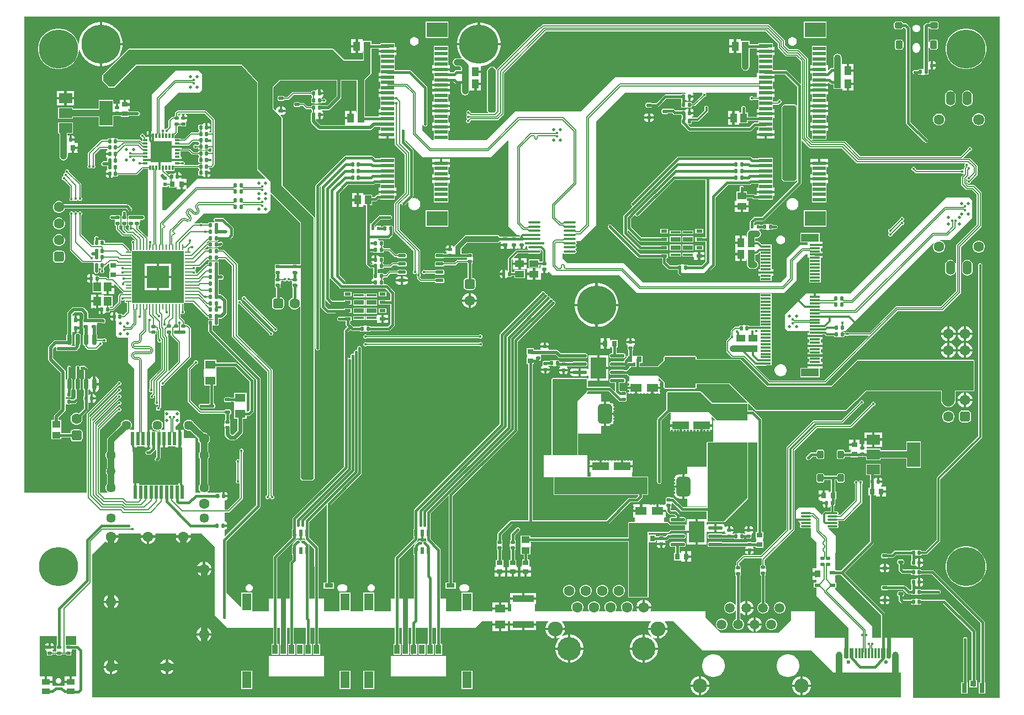
<source format=gtl>
G04*
G04 #@! TF.GenerationSoftware,Altium Limited,Altium Designer,25.2.1 (25)*
G04*
G04 Layer_Physical_Order=1*
G04 Layer_Color=255*
%FSLAX44Y44*%
%MOMM*%
G71*
G04*
G04 #@! TF.SameCoordinates,A23D3B39-E9B1-4969-97C3-F5C5B3B73B29*
G04*
G04*
G04 #@! TF.FilePolarity,Positive*
G04*
G01*
G75*
%ADD10C,0.3000*%
%ADD11C,0.5000*%
%ADD15C,0.2000*%
%ADD16C,0.6000*%
%ADD23R,3.5000X2.5000*%
%ADD24R,2.6000X1.1500*%
G04:AMPARAMS|DCode=25|XSize=0.6mm|YSize=0.5mm|CornerRadius=0.05mm|HoleSize=0mm|Usage=FLASHONLY|Rotation=90.000|XOffset=0mm|YOffset=0mm|HoleType=Round|Shape=RoundedRectangle|*
%AMROUNDEDRECTD25*
21,1,0.6000,0.4000,0,0,90.0*
21,1,0.5000,0.5000,0,0,90.0*
1,1,0.1000,0.2000,0.2500*
1,1,0.1000,0.2000,-0.2500*
1,1,0.1000,-0.2000,-0.2500*
1,1,0.1000,-0.2000,0.2500*
%
%ADD25ROUNDEDRECTD25*%
G04:AMPARAMS|DCode=26|XSize=0.6mm|YSize=0.5mm|CornerRadius=0.05mm|HoleSize=0mm|Usage=FLASHONLY|Rotation=180.000|XOffset=0mm|YOffset=0mm|HoleType=Round|Shape=RoundedRectangle|*
%AMROUNDEDRECTD26*
21,1,0.6000,0.4000,0,0,180.0*
21,1,0.5000,0.5000,0,0,180.0*
1,1,0.1000,-0.2500,0.2000*
1,1,0.1000,0.2500,0.2000*
1,1,0.1000,0.2500,-0.2000*
1,1,0.1000,-0.2500,-0.2000*
%
%ADD26ROUNDEDRECTD26*%
%ADD27R,0.8000X0.9000*%
%ADD30R,0.5500X1.0000*%
G04:AMPARAMS|DCode=31|XSize=1mm|YSize=1.2mm|CornerRadius=0.25mm|HoleSize=0mm|Usage=FLASHONLY|Rotation=270.000|XOffset=0mm|YOffset=0mm|HoleType=Round|Shape=RoundedRectangle|*
%AMROUNDEDRECTD31*
21,1,1.0000,0.7000,0,0,270.0*
21,1,0.5000,1.2000,0,0,270.0*
1,1,0.5000,-0.3500,-0.2500*
1,1,0.5000,-0.3500,0.2500*
1,1,0.5000,0.3500,0.2500*
1,1,0.5000,0.3500,-0.2500*
%
%ADD31ROUNDEDRECTD31*%
G04:AMPARAMS|DCode=32|XSize=1.3mm|YSize=1.1mm|CornerRadius=0.275mm|HoleSize=0mm|Usage=FLASHONLY|Rotation=270.000|XOffset=0mm|YOffset=0mm|HoleType=Round|Shape=RoundedRectangle|*
%AMROUNDEDRECTD32*
21,1,1.3000,0.5500,0,0,270.0*
21,1,0.7500,1.1000,0,0,270.0*
1,1,0.5500,-0.2750,-0.3750*
1,1,0.5500,-0.2750,0.3750*
1,1,0.5500,0.2750,0.3750*
1,1,0.5500,0.2750,-0.3750*
%
%ADD32ROUNDEDRECTD32*%
G04:AMPARAMS|DCode=33|XSize=0.5mm|YSize=0.6mm|CornerRadius=0.05mm|HoleSize=0mm|Usage=FLASHONLY|Rotation=0.000|XOffset=0mm|YOffset=0mm|HoleType=Round|Shape=RoundedRectangle|*
%AMROUNDEDRECTD33*
21,1,0.5000,0.5000,0,0,0.0*
21,1,0.4000,0.6000,0,0,0.0*
1,1,0.1000,0.2000,-0.2500*
1,1,0.1000,-0.2000,-0.2500*
1,1,0.1000,-0.2000,0.2500*
1,1,0.1000,0.2000,0.2500*
%
%ADD33ROUNDEDRECTD33*%
%ADD34R,1.4000X1.0000*%
%ADD35R,1.0000X1.4000*%
G04:AMPARAMS|DCode=36|XSize=0.5mm|YSize=0.6mm|CornerRadius=0.05mm|HoleSize=0mm|Usage=FLASHONLY|Rotation=90.000|XOffset=0mm|YOffset=0mm|HoleType=Round|Shape=RoundedRectangle|*
%AMROUNDEDRECTD36*
21,1,0.5000,0.5000,0,0,90.0*
21,1,0.4000,0.6000,0,0,90.0*
1,1,0.1000,0.2500,0.2000*
1,1,0.1000,0.2500,-0.2000*
1,1,0.1000,-0.2500,-0.2000*
1,1,0.1000,-0.2500,0.2000*
%
%ADD36ROUNDEDRECTD36*%
%ADD37R,0.9000X0.8000*%
%ADD38R,2.0000X3.8000*%
%ADD39R,2.0000X1.5000*%
%ADD40R,0.8000X0.5000*%
%ADD41O,1.9215X0.3500*%
%ADD42R,0.9000X1.1000*%
%ADD43R,0.9000X0.6000*%
%ADD44R,0.9000X0.7500*%
%ADD46R,1.5500X0.3000*%
%ADD47R,0.4500X0.6000*%
%ADD48R,0.6000X0.5000*%
%ADD49R,0.5000X2.0000*%
%ADD50R,1.3000X1.0500*%
%ADD51R,0.5000X0.8000*%
%ADD52O,0.7000X1.8000*%
%ADD53R,1.2000X1.4000*%
%ADD54R,1.6500X1.2500*%
%ADD55R,0.9000X0.2500*%
%ADD56R,0.2500X0.9000*%
G04:AMPARAMS|DCode=57|XSize=0.55mm|YSize=0.8mm|CornerRadius=0.1375mm|HoleSize=0mm|Usage=FLASHONLY|Rotation=270.000|XOffset=0mm|YOffset=0mm|HoleType=Round|Shape=RoundedRectangle|*
%AMROUNDEDRECTD57*
21,1,0.5500,0.5250,0,0,270.0*
21,1,0.2750,0.8000,0,0,270.0*
1,1,0.2750,-0.2625,-0.1375*
1,1,0.2750,-0.2625,0.1375*
1,1,0.2750,0.2625,0.1375*
1,1,0.2750,0.2625,-0.1375*
%
%ADD57ROUNDEDRECTD57*%
G04:AMPARAMS|DCode=58|XSize=0.5mm|YSize=2.2mm|CornerRadius=0.125mm|HoleSize=0mm|Usage=FLASHONLY|Rotation=90.000|XOffset=0mm|YOffset=0mm|HoleType=Round|Shape=RoundedRectangle|*
%AMROUNDEDRECTD58*
21,1,0.5000,1.9500,0,0,90.0*
21,1,0.2500,2.2000,0,0,90.0*
1,1,0.2500,0.9750,0.1250*
1,1,0.2500,0.9750,-0.1250*
1,1,0.2500,-0.9750,-0.1250*
1,1,0.2500,-0.9750,0.1250*
%
%ADD58ROUNDEDRECTD58*%
%ADD59R,1.8000X1.3000*%
%ADD60R,3.3000X1.0500*%
G04:AMPARAMS|DCode=61|XSize=3.05mm|YSize=2.2mm|CornerRadius=0.55mm|HoleSize=0mm|Usage=FLASHONLY|Rotation=270.000|XOffset=0mm|YOffset=0mm|HoleType=Round|Shape=RoundedRectangle|*
%AMROUNDEDRECTD61*
21,1,3.0500,1.1000,0,0,270.0*
21,1,1.9500,2.2000,0,0,270.0*
1,1,1.1000,-0.5500,-0.9750*
1,1,1.1000,-0.5500,0.9750*
1,1,1.1000,0.5500,0.9750*
1,1,1.1000,0.5500,-0.9750*
%
%ADD61ROUNDEDRECTD61*%
%ADD62R,1.4500X2.6000*%
%ADD63R,0.9000X1.4000*%
%ADD64R,1.3000X0.7000*%
G04:AMPARAMS|DCode=65|XSize=1.4mm|YSize=1.5mm|CornerRadius=0.07mm|HoleSize=0mm|Usage=FLASHONLY|Rotation=270.000|XOffset=0mm|YOffset=0mm|HoleType=Round|Shape=RoundedRectangle|*
%AMROUNDEDRECTD65*
21,1,1.4000,1.3600,0,0,270.0*
21,1,1.2600,1.5000,0,0,270.0*
1,1,0.1400,-0.6800,-0.6300*
1,1,0.1400,-0.6800,0.6300*
1,1,0.1400,0.6800,0.6300*
1,1,0.1400,0.6800,-0.6300*
%
%ADD65ROUNDEDRECTD65*%
G04:AMPARAMS|DCode=66|XSize=4.8mm|YSize=4.8mm|CornerRadius=0.12mm|HoleSize=0mm|Usage=FLASHONLY|Rotation=270.000|XOffset=0mm|YOffset=0mm|HoleType=Round|Shape=RoundedRectangle|*
%AMROUNDEDRECTD66*
21,1,4.8000,4.5600,0,0,270.0*
21,1,4.5600,4.8000,0,0,270.0*
1,1,0.2400,-2.2800,-2.2800*
1,1,0.2400,-2.2800,2.2800*
1,1,0.2400,2.2800,2.2800*
1,1,0.2400,2.2800,-2.2800*
%
%ADD66ROUNDEDRECTD66*%
%ADD67R,0.9600X0.5000*%
%ADD68R,1.5000X0.7000*%
%ADD69R,1.5000X0.3500*%
%ADD70R,0.9000X0.9000*%
%ADD71R,0.7500X1.5000*%
G04:AMPARAMS|DCode=72|XSize=0.5mm|YSize=1.25mm|CornerRadius=0.125mm|HoleSize=0mm|Usage=FLASHONLY|Rotation=90.000|XOffset=0mm|YOffset=0mm|HoleType=Round|Shape=RoundedRectangle|*
%AMROUNDEDRECTD72*
21,1,0.5000,1.0000,0,0,90.0*
21,1,0.2500,1.2500,0,0,90.0*
1,1,0.2500,0.5000,0.1250*
1,1,0.2500,0.5000,-0.1250*
1,1,0.2500,-0.5000,-0.1250*
1,1,0.2500,-0.5000,0.1250*
%
%ADD72ROUNDEDRECTD72*%
%ADD73R,1.2250X0.9000*%
%ADD74R,0.3000X1.6400*%
%ADD75O,1.6000X0.3000*%
G04:AMPARAMS|DCode=76|XSize=1.22mm|YSize=0.95mm|CornerRadius=0.2375mm|HoleSize=0mm|Usage=FLASHONLY|Rotation=90.000|XOffset=0mm|YOffset=0mm|HoleType=Round|Shape=RoundedRectangle|*
%AMROUNDEDRECTD76*
21,1,1.2200,0.4750,0,0,90.0*
21,1,0.7450,0.9500,0,0,90.0*
1,1,0.4750,0.2375,0.3725*
1,1,0.4750,0.2375,-0.3725*
1,1,0.4750,-0.2375,-0.3725*
1,1,0.4750,-0.2375,0.3725*
%
%ADD76ROUNDEDRECTD76*%
%ADD77R,0.3000X0.7000*%
%ADD78R,0.7000X0.3000*%
%ADD79R,3.3000X3.3000*%
%ADD140C,1.6000*%
%ADD142C,2.3000*%
%ADD144C,1.7000*%
%ADD150C,1.4500*%
%ADD158C,0.1421*%
%ADD159C,0.1421*%
%ADD160R,3.2000X2.3000*%
%ADD161R,2.0000X0.6000*%
%ADD162R,2.7500X1.2000*%
%ADD163R,3.4000X3.4000*%
%ADD164R,2.4000X3.2000*%
%ADD165C,0.4000*%
%ADD166C,1.0000*%
%ADD167C,2.0000*%
%ADD168C,0.8000*%
%ADD169C,1.5000*%
%ADD170C,2.2000*%
%ADD171O,1.4000X2.2000*%
G04:AMPARAMS|DCode=172|XSize=1.6mm|YSize=1.6mm|CornerRadius=0.4mm|HoleSize=0mm|Usage=FLASHONLY|Rotation=90.000|XOffset=0mm|YOffset=0mm|HoleType=Round|Shape=RoundedRectangle|*
%AMROUNDEDRECTD172*
21,1,1.6000,0.8000,0,0,90.0*
21,1,0.8000,1.6000,0,0,90.0*
1,1,0.8000,0.4000,0.4000*
1,1,0.8000,0.4000,-0.4000*
1,1,0.8000,-0.4000,-0.4000*
1,1,0.8000,-0.4000,0.4000*
%
%ADD172ROUNDEDRECTD172*%
%ADD173C,6.0000*%
%ADD174C,1.3500*%
G04:AMPARAMS|DCode=175|XSize=1.6mm|YSize=1.6mm|CornerRadius=0.4mm|HoleSize=0mm|Usage=FLASHONLY|Rotation=180.000|XOffset=0mm|YOffset=0mm|HoleType=Round|Shape=RoundedRectangle|*
%AMROUNDEDRECTD175*
21,1,1.6000,0.8000,0,0,180.0*
21,1,0.8000,1.6000,0,0,180.0*
1,1,0.8000,-0.4000,0.4000*
1,1,0.8000,0.4000,0.4000*
1,1,0.8000,0.4000,-0.4000*
1,1,0.8000,-0.4000,-0.4000*
%
%ADD175ROUNDEDRECTD175*%
%ADD176C,3.6000*%
%ADD177O,1.0000X2.2000*%
%ADD178O,1.0000X1.6000*%
%ADD179C,0.6000*%
%ADD180C,0.4000*%
%ADD181C,0.5000*%
%ADD182C,0.7000*%
G36*
X1042475Y930000D02*
X1042287Y929813D01*
X1041800Y928636D01*
Y927554D01*
X1028693Y914448D01*
X1025983D01*
Y915000D01*
X1025851Y915663D01*
X1025476Y916226D01*
X1024913Y916601D01*
X1024250Y916733D01*
X1020250D01*
X1020109Y916705D01*
X1019750Y917000D01*
Y917000D01*
X1016013D01*
Y919842D01*
X1017013Y920145D01*
X1017366Y919616D01*
X1018689Y918732D01*
X1020250Y918422D01*
X1020500D01*
Y925000D01*
X1022250D01*
Y926750D01*
X1028328D01*
Y927500D01*
X1028018Y929061D01*
X1027390Y930000D01*
X1027875Y931000D01*
X1042060D01*
X1042475Y930000D01*
D02*
G37*
G36*
X1497955Y2260D02*
X1365000D01*
Y95000D01*
X1322508D01*
Y131005D01*
X1322259Y132254D01*
X1321552Y133312D01*
X1260364Y194500D01*
X1304557Y238693D01*
X1305264Y239751D01*
X1305513Y241000D01*
Y313300D01*
X1307450D01*
Y314000D01*
X1308750D01*
Y311000D01*
X1314500D01*
Y319000D01*
X1316250D01*
Y320750D01*
X1323750D01*
Y327000D01*
X1316065D01*
X1315762Y328000D01*
X1316684Y328616D01*
X1317568Y329939D01*
X1317878Y331500D01*
Y332250D01*
X1311800D01*
Y334000D01*
X1310050D01*
Y340578D01*
X1309800D01*
X1308239Y340268D01*
X1306916Y339384D01*
X1306513Y338780D01*
X1305513Y339083D01*
Y344300D01*
X1315450D01*
Y361700D01*
X1293050D01*
Y344300D01*
X1298987D01*
Y336603D01*
X1298967Y336500D01*
Y331500D01*
X1298987Y331397D01*
Y324700D01*
X1297050D01*
Y313300D01*
X1298987D01*
Y242351D01*
X1254399Y197763D01*
X1247700D01*
Y198700D01*
X1247009D01*
X1246306Y199411D01*
X1246827Y250826D01*
X1235406Y262247D01*
X1235820Y263247D01*
X1248250D01*
X1249304Y263457D01*
X1250197Y264053D01*
X1250793Y264946D01*
X1251003Y266000D01*
X1250793Y267054D01*
X1250197Y267947D01*
X1250117Y268000D01*
Y269000D01*
X1250197Y269053D01*
X1250793Y269946D01*
X1251003Y271000D01*
X1250793Y272054D01*
X1250323Y272757D01*
X1250545Y273442D01*
X1250766Y273757D01*
X1258250D01*
X1259108Y273928D01*
X1259836Y274414D01*
X1286836Y301414D01*
X1287322Y302142D01*
X1287493Y303000D01*
Y330718D01*
X1287963Y331187D01*
X1288450Y332364D01*
Y333637D01*
X1287963Y334813D01*
X1287063Y335713D01*
X1285887Y336200D01*
X1284613D01*
X1283437Y335713D01*
X1282537Y334813D01*
X1282291Y334219D01*
X1281209D01*
X1280963Y334813D01*
X1280063Y335713D01*
X1278886Y336200D01*
X1277614D01*
X1276437Y335713D01*
X1275537Y334813D01*
X1275050Y333637D01*
Y332364D01*
X1275537Y331187D01*
X1276007Y330718D01*
Y305929D01*
X1253321Y283243D01*
X1250766D01*
X1250545Y283558D01*
X1250323Y284243D01*
X1250793Y284946D01*
X1251003Y286000D01*
X1250793Y287054D01*
X1250197Y287947D01*
X1249304Y288543D01*
X1248250Y288753D01*
X1244503D01*
Y296925D01*
X1245026Y297274D01*
X1245401Y297837D01*
X1245533Y298500D01*
Y303500D01*
X1245513Y303603D01*
Y307300D01*
X1247450D01*
Y318700D01*
X1245513D01*
Y336737D01*
X1248230D01*
Y336275D01*
X1248507Y334880D01*
X1249298Y333698D01*
X1250480Y332907D01*
X1251875Y332630D01*
X1256625D01*
X1258020Y332907D01*
X1259202Y333698D01*
X1259993Y334880D01*
X1260270Y336275D01*
Y343725D01*
X1259993Y345120D01*
X1259202Y346302D01*
X1258020Y347093D01*
X1256625Y347370D01*
X1251875D01*
X1250480Y347093D01*
X1249298Y346302D01*
X1248507Y345120D01*
X1248230Y343725D01*
Y343263D01*
X1229270D01*
Y343725D01*
X1228993Y345120D01*
X1228202Y346302D01*
X1227020Y347093D01*
X1225625Y347370D01*
X1220875D01*
X1219480Y347093D01*
X1218298Y346302D01*
X1217507Y345120D01*
X1217230Y343725D01*
Y336275D01*
X1217507Y334880D01*
X1218298Y333698D01*
X1219480Y332907D01*
X1220875Y332630D01*
X1225625D01*
X1227020Y332907D01*
X1228202Y333698D01*
X1228993Y334880D01*
X1229270Y336275D01*
Y336737D01*
X1238987D01*
Y318700D01*
X1237050D01*
Y318000D01*
X1235750D01*
Y321000D01*
X1230000D01*
Y313000D01*
X1228250D01*
Y311250D01*
X1220750D01*
Y305000D01*
X1226132D01*
X1226766Y304227D01*
X1226622Y303500D01*
Y302750D01*
X1232700D01*
Y301000D01*
X1234450D01*
Y294422D01*
X1234700D01*
X1236261Y294732D01*
X1237584Y295616D01*
X1237997Y296235D01*
X1238997Y295931D01*
Y288753D01*
X1231008D01*
X1231007Y288753D01*
X1229954Y288543D01*
X1229061Y287947D01*
X1229061Y287946D01*
X1227303Y286189D01*
X1226707Y285296D01*
X1226497Y284243D01*
Y283559D01*
X1225573Y283177D01*
X1214500Y294250D01*
X1190000D01*
X1185250Y289500D01*
X1185500Y289250D01*
Y277750D01*
X1188712D01*
X1189346Y276977D01*
X1189152Y276000D01*
X1189540Y274049D01*
X1190645Y272395D01*
X1191642Y271729D01*
X1191497Y271000D01*
X1191707Y269946D01*
X1192303Y269053D01*
X1192383Y269000D01*
Y268000D01*
X1192303Y267947D01*
X1191707Y267054D01*
X1191497Y266000D01*
X1191707Y264946D01*
X1192303Y264053D01*
X1193196Y263457D01*
X1194250Y263247D01*
X1207250D01*
X1207750Y263347D01*
X1208750Y262644D01*
Y249500D01*
X1217250Y241000D01*
Y205000D01*
Y201500D01*
X1211000D01*
Y183500D01*
X1217250D01*
Y179700D01*
X1213300D01*
Y171300D01*
X1217250D01*
Y159000D01*
X1266250Y110000D01*
Y95000D01*
X1215000D01*
Y135000D01*
X1178000D01*
Y121000D01*
X1159000Y102000D01*
X1071000D01*
X1047000Y126000D01*
Y135000D01*
X962776D01*
X962276Y135866D01*
X962966Y137061D01*
X963687Y139750D01*
X940813D01*
X941534Y137061D01*
X942224Y135866D01*
X941724Y135000D01*
X934620D01*
X934298Y136000D01*
X935423Y137949D01*
X936050Y140289D01*
Y142711D01*
X935423Y145051D01*
X934212Y147149D01*
X932499Y148862D01*
X930401Y150073D01*
X928061Y150700D01*
X925639D01*
X923299Y150073D01*
X921201Y148862D01*
X919488Y147149D01*
X918277Y145051D01*
X917650Y142711D01*
Y140289D01*
X918277Y137949D01*
X919402Y136000D01*
X919080Y135000D01*
X909220D01*
X908898Y136000D01*
X910023Y137949D01*
X910650Y140289D01*
Y142711D01*
X910023Y145051D01*
X908812Y147149D01*
X907099Y148862D01*
X905001Y150073D01*
X902661Y150700D01*
X900239D01*
X897899Y150073D01*
X895801Y148862D01*
X894088Y147149D01*
X892877Y145051D01*
X892250Y142711D01*
Y140289D01*
X892877Y137949D01*
X894002Y136000D01*
X893680Y135000D01*
X883820D01*
X883498Y136000D01*
X884623Y137949D01*
X885250Y140289D01*
Y142711D01*
X884623Y145051D01*
X883412Y147149D01*
X881699Y148862D01*
X879601Y150073D01*
X877261Y150700D01*
X874839D01*
X872499Y150073D01*
X870401Y148862D01*
X868688Y147149D01*
X867477Y145051D01*
X866850Y142711D01*
Y140289D01*
X867477Y137949D01*
X868602Y136000D01*
X868280Y135000D01*
X858420D01*
X858098Y136000D01*
X859223Y137949D01*
X859850Y140289D01*
Y142711D01*
X859223Y145051D01*
X858012Y147149D01*
X856299Y148862D01*
X854201Y150073D01*
X851861Y150700D01*
X849439D01*
X847099Y150073D01*
X845001Y148862D01*
X843288Y147149D01*
X842077Y145051D01*
X841450Y142711D01*
Y140289D01*
X842077Y137949D01*
X843202Y136000D01*
X842880Y135000D01*
X785500D01*
Y146000D01*
X787250D01*
Y153000D01*
X747250D01*
Y146000D01*
X749000D01*
Y135000D01*
X744000D01*
Y137500D01*
X720500D01*
Y135000D01*
X689783D01*
X689300Y135800D01*
X689300Y136000D01*
Y164200D01*
X672400D01*
Y136000D01*
X672400Y135800D01*
X671917Y135000D01*
X649150D01*
Y154500D01*
X640613D01*
Y229650D01*
X640364Y230898D01*
X639657Y231957D01*
X625013Y246601D01*
Y249050D01*
X625700D01*
Y261450D01*
X625013D01*
Y285337D01*
X651964Y312288D01*
X652887Y311905D01*
Y179700D01*
X648450D01*
Y170300D01*
X663850D01*
Y179700D01*
X659413D01*
Y312383D01*
X757907Y410877D01*
X758614Y411936D01*
X758863Y413184D01*
Y549541D01*
X815623Y606301D01*
X815802Y606568D01*
X816029Y606796D01*
X816152Y607093D01*
X816331Y607360D01*
X816393Y607675D01*
X816516Y607972D01*
Y608293D01*
X816579Y608608D01*
X816516Y608923D01*
Y609245D01*
X816393Y609542D01*
X816331Y609857D01*
X816152Y610124D01*
X816029Y610421D01*
X815802Y610648D01*
X815623Y610915D01*
X815356Y611094D01*
X815129Y611321D01*
X814832Y611444D01*
X814565Y611623D01*
X814250Y611685D01*
X813953Y611808D01*
X813780D01*
X813066Y612265D01*
X812835Y612795D01*
Y613009D01*
X812712Y613306D01*
X812649Y613621D01*
X812471Y613888D01*
X812348Y614185D01*
X812121Y614412D01*
X811942Y614679D01*
X811675Y614858D01*
X811448Y615085D01*
X811151Y615208D01*
X810884Y615387D01*
X810569Y615449D01*
X810272Y615572D01*
X809950D01*
X809635Y615635D01*
X809577Y615651D01*
X808854Y616323D01*
X808823Y616483D01*
X808700Y616780D01*
X808637Y617095D01*
X808459Y617362D01*
X808336Y617659D01*
X808109Y617887D01*
X807930Y618154D01*
X807663Y618332D01*
X807436Y618559D01*
X807139Y618683D01*
X806871Y618861D01*
X806556Y618924D01*
X806259Y619047D01*
X805938D01*
X805623Y619109D01*
X804939Y619904D01*
X804935Y619971D01*
Y620082D01*
X804812Y620379D01*
X804749Y620694D01*
X804571Y620961D01*
X804448Y621258D01*
X804221Y621485D01*
X804042Y621752D01*
X803775Y621931D01*
X803548Y622158D01*
X803251Y622281D01*
X802983Y622459D01*
X802668Y622522D01*
X802371Y622645D01*
X802050D01*
X801662Y622793D01*
X801050Y623503D01*
X801047Y623569D01*
Y623639D01*
X800924Y623936D01*
X800861Y624251D01*
X800683Y624518D01*
X800560Y624815D01*
X800332Y625042D01*
X800154Y625309D01*
X799887Y625488D01*
X799660Y625715D01*
X799362Y625838D01*
X799095Y626017D01*
X798780Y626079D01*
X798483Y626202D01*
X798162D01*
X797847Y626265D01*
X797532Y626202D01*
X797210D01*
X796913Y626079D01*
X796598Y626017D01*
X796331Y625838D01*
X796034Y625715D01*
X795807Y625488D01*
X795540Y625309D01*
X734693Y564463D01*
X734509Y564188D01*
X732493Y562171D01*
X731786Y561113D01*
X731537Y559864D01*
Y423151D01*
X600443Y292057D01*
X599736Y290999D01*
X599487Y289750D01*
Y261450D01*
X598800D01*
Y249050D01*
X599487D01*
Y247601D01*
X571543Y219657D01*
X570836Y218599D01*
X570587Y217350D01*
Y154500D01*
X564150D01*
Y135000D01*
X539283D01*
X538800Y135800D01*
X538800Y136000D01*
Y164200D01*
X521900D01*
Y136000D01*
X521900Y135800D01*
X521417Y135000D01*
X502783D01*
X502300Y135800D01*
X502300Y136000D01*
Y164200D01*
X485400D01*
Y136000D01*
X485400Y135800D01*
X484917Y135000D01*
X462150D01*
Y154500D01*
X453613D01*
Y204334D01*
X453447Y205169D01*
Y232566D01*
X453198Y233815D01*
X452491Y234873D01*
X439314Y248050D01*
X439450Y249050D01*
X439450D01*
Y261450D01*
X438763D01*
Y272795D01*
X464963Y298995D01*
X465887Y298613D01*
Y179700D01*
X461450D01*
Y170300D01*
X476850D01*
Y179700D01*
X472413D01*
Y299091D01*
X518507Y345185D01*
X519214Y346244D01*
X519463Y347492D01*
Y538800D01*
X519214Y540049D01*
X518728Y540777D01*
X518713Y540813D01*
X518686Y540840D01*
X518507Y541107D01*
X518307Y541307D01*
X518040Y541486D01*
X517813Y541713D01*
X517516Y541836D01*
X517249Y542014D01*
X516933Y542077D01*
X516637Y542200D01*
X516315D01*
X516000Y542263D01*
X515685Y542200D01*
X515364D01*
X515067Y542077D01*
X514751Y542014D01*
X514484Y541836D01*
X514187Y541713D01*
X513960Y541486D01*
X513693Y541307D01*
X513514Y541040D01*
X513287Y540813D01*
X513164Y540516D01*
X512986Y540249D01*
X512923Y539933D01*
X512800Y539636D01*
Y539315D01*
X512737Y539000D01*
X512800Y538685D01*
Y538363D01*
X512923Y538067D01*
X512937Y537995D01*
Y536757D01*
X512750Y536555D01*
X511937Y536076D01*
X511933Y536077D01*
X511637Y536200D01*
X511315D01*
X511000Y536263D01*
X510685Y536200D01*
X510364D01*
X510066Y536077D01*
X509751Y536014D01*
X509484Y535836D01*
X509187Y535713D01*
X508960Y535486D01*
X508693Y535307D01*
X508514Y535040D01*
X508287Y534813D01*
X508164Y534516D01*
X507986Y534249D01*
X507923Y533933D01*
X507800Y533637D01*
Y533315D01*
X507737Y533000D01*
Y531106D01*
X507729Y531092D01*
X507472Y530861D01*
X506737Y530456D01*
X506654Y530472D01*
X506357Y530596D01*
X506036D01*
X505720Y530658D01*
X505405Y530596D01*
X505084D01*
X504787Y530472D01*
X504472Y530410D01*
X504205Y530231D01*
X503908Y530108D01*
X503681Y529881D01*
X503413Y529702D01*
X503235Y529435D01*
X503008Y529208D01*
X502885Y528911D01*
X502706Y528644D01*
X502643Y528329D01*
X502520Y528032D01*
Y527711D01*
X502458Y527396D01*
X502520Y527080D01*
Y526759D01*
X502537Y526718D01*
Y524541D01*
X502335Y524332D01*
X501537Y523869D01*
X501515Y523873D01*
X501218Y523996D01*
X500897D01*
X500582Y524059D01*
X500267Y523996D01*
X499945D01*
X499649Y523873D01*
X499645Y523872D01*
X498832Y524351D01*
X498645Y524553D01*
Y563781D01*
X502125Y567261D01*
X502693Y566693D01*
X503751Y565986D01*
X505000Y565737D01*
X516965D01*
X517274Y565274D01*
X517837Y564899D01*
X518500Y564767D01*
X522500D01*
X522641Y564795D01*
X523000Y564500D01*
Y564500D01*
X527000D01*
Y564500D01*
X527359Y564795D01*
X527500Y564767D01*
X531500D01*
X532163Y564899D01*
X532726Y565274D01*
X533035Y565737D01*
X561000D01*
X562249Y565986D01*
X563307Y566693D01*
X569307Y572693D01*
X570014Y573751D01*
X570263Y575000D01*
Y608700D01*
Y624000D01*
X570014Y625249D01*
X569307Y626307D01*
X559507Y636107D01*
X558449Y636814D01*
X557200Y637063D01*
X553842D01*
X553483Y637500D01*
Y642500D01*
X553351Y643163D01*
X552976Y643726D01*
X552413Y644101D01*
X551993Y644185D01*
Y645815D01*
X552413Y645899D01*
X552976Y646274D01*
X553351Y646837D01*
X553483Y647500D01*
Y647757D01*
X557250D01*
X558108Y647928D01*
X558836Y648414D01*
X563829Y653407D01*
X573967D01*
X574484Y652634D01*
X575294Y652092D01*
X576250Y651902D01*
X586250D01*
X587206Y652092D01*
X588016Y652634D01*
X588558Y653444D01*
X588748Y654400D01*
Y656900D01*
X588558Y657856D01*
X588016Y658666D01*
X587206Y659208D01*
X586250Y659398D01*
X576250D01*
X575294Y659208D01*
X574484Y658666D01*
X573967Y657893D01*
X562900D01*
X562042Y657722D01*
X561314Y657236D01*
X556321Y652243D01*
X553483D01*
Y652500D01*
X553351Y653163D01*
X552976Y653726D01*
X552413Y654101D01*
X551750Y654233D01*
X547750D01*
X547609Y654205D01*
X547250Y654500D01*
Y654500D01*
X544013D01*
Y660500D01*
X547250D01*
Y660500D01*
X547609Y660795D01*
X547750Y660767D01*
X551750D01*
X552413Y660899D01*
X552976Y661274D01*
X553351Y661837D01*
X553483Y662500D01*
Y662757D01*
X563250D01*
X564108Y662928D01*
X564836Y663414D01*
X567529Y666107D01*
X573967D01*
X574484Y665334D01*
X575294Y664792D01*
X576250Y664602D01*
X586250D01*
X587206Y664792D01*
X588016Y665334D01*
X588558Y666144D01*
X588748Y667100D01*
Y669600D01*
X588558Y670556D01*
X588016Y671366D01*
X587206Y671908D01*
X586250Y672098D01*
X576250D01*
X575294Y671908D01*
X574484Y671366D01*
X573967Y670593D01*
X566600D01*
X565742Y670422D01*
X565014Y669936D01*
X562321Y667243D01*
X553483D01*
Y667500D01*
X553351Y668163D01*
X552976Y668726D01*
X552413Y669101D01*
X551993Y669185D01*
Y670815D01*
X552413Y670899D01*
X552976Y671274D01*
X553351Y671837D01*
X553483Y672500D01*
Y677500D01*
X553351Y678163D01*
X552976Y678726D01*
X552413Y679101D01*
X551750Y679233D01*
X547750D01*
X547609Y679205D01*
X547250Y679500D01*
Y679500D01*
X546224D01*
X545634Y680384D01*
X544311Y681268D01*
X542750Y681578D01*
X542500D01*
Y675000D01*
X540750D01*
Y673250D01*
X534672D01*
Y672500D01*
X534982Y670939D01*
X535866Y669616D01*
X536395Y669263D01*
X536092Y668263D01*
X534602D01*
X532513Y670351D01*
Y681000D01*
Y686737D01*
X537215D01*
X537524Y686274D01*
X538087Y685899D01*
X538750Y685767D01*
X542750D01*
X542891Y685795D01*
X543250Y685500D01*
Y685500D01*
X547250D01*
Y685500D01*
X547609Y685795D01*
X547750Y685767D01*
X551750D01*
X552413Y685899D01*
X552976Y686274D01*
X553351Y686837D01*
X553483Y687500D01*
Y687757D01*
X561321D01*
X569614Y679464D01*
X570342Y678978D01*
X571200Y678807D01*
X573967D01*
X574484Y678034D01*
X575294Y677492D01*
X576250Y677302D01*
X586250D01*
X587206Y677492D01*
X588016Y678034D01*
X588558Y678844D01*
X588748Y679800D01*
Y682300D01*
X588558Y683256D01*
X588016Y684066D01*
X587206Y684608D01*
X586250Y684798D01*
X576250D01*
X575294Y684608D01*
X574484Y684066D01*
X573967Y683293D01*
X572129D01*
X563836Y691586D01*
X563108Y692072D01*
X562250Y692243D01*
X553483D01*
Y692500D01*
X553351Y693163D01*
X552976Y693726D01*
X552413Y694101D01*
X551993Y694185D01*
Y695815D01*
X552413Y695899D01*
X552976Y696274D01*
X553351Y696837D01*
X553483Y697500D01*
Y702500D01*
X553351Y703163D01*
X552976Y703726D01*
X552413Y704101D01*
X551750Y704233D01*
X547750D01*
X547609Y704205D01*
X547250Y704500D01*
Y704500D01*
X546224D01*
X545634Y705384D01*
X544823Y705925D01*
X545127Y706925D01*
X560438D01*
X561687Y707174D01*
X562745Y707881D01*
X566557Y711693D01*
X567264Y712751D01*
X567513Y714000D01*
Y718830D01*
X567851Y719337D01*
X567983Y720000D01*
Y725000D01*
X567851Y725663D01*
X567476Y726226D01*
X566913Y726601D01*
X566250Y726733D01*
X562250D01*
X562109Y726705D01*
X561750Y727000D01*
Y727000D01*
X557750D01*
Y727000D01*
X557391Y726705D01*
X557250Y726733D01*
X553250D01*
X552587Y726601D01*
X552024Y726226D01*
X551715Y725763D01*
X548700D01*
Y726700D01*
X541800D01*
Y725500D01*
X539700D01*
Y726700D01*
X539700Y726700D01*
X539700D01*
X539700Y726700D01*
X539958Y727593D01*
X549101Y736737D01*
X562750D01*
X563065Y736800D01*
X563387D01*
X563684Y736923D01*
X563999Y736986D01*
X564266Y737164D01*
X564563Y737287D01*
X564790Y737514D01*
X565057Y737693D01*
X565236Y737960D01*
X565463Y738187D01*
X565586Y738484D01*
X565764Y738751D01*
X565827Y739066D01*
X565950Y739363D01*
Y739685D01*
X566013Y740000D01*
X565950Y740315D01*
Y740637D01*
X565827Y740933D01*
X565764Y741249D01*
X565586Y741516D01*
X565463Y741813D01*
X565236Y742040D01*
X565057Y742307D01*
X564790Y742486D01*
X564563Y742713D01*
X564266Y742836D01*
X563999Y743014D01*
X563684Y743077D01*
X563387Y743200D01*
X563065D01*
X562750Y743263D01*
X547750D01*
X546501Y743014D01*
X545443Y742307D01*
X533943Y730807D01*
X533513Y730163D01*
X532513Y730467D01*
Y758300D01*
X535950D01*
Y764237D01*
X540250D01*
X541499Y764486D01*
X542557Y765193D01*
X545102Y767737D01*
X548050D01*
Y766800D01*
X570450D01*
Y772500D01*
X572750D01*
Y777250D01*
X559250D01*
X545750D01*
Y774263D01*
X543750D01*
X542501Y774014D01*
X541443Y773307D01*
X538899Y770763D01*
X535950D01*
Y774700D01*
X524750D01*
Y774750D01*
X522250D01*
Y777000D01*
X515500D01*
Y766500D01*
Y756000D01*
X522250D01*
Y758250D01*
X524750D01*
Y758300D01*
X525987D01*
Y710188D01*
Y690000D01*
Y681000D01*
Y669000D01*
X526236Y667751D01*
X526943Y666693D01*
X530943Y662693D01*
X532001Y661986D01*
X533250Y661737D01*
X537215D01*
X537487Y661330D01*
Y653670D01*
X537149Y653163D01*
X537017Y652500D01*
Y647500D01*
X537149Y646837D01*
X536592Y645869D01*
X535866Y645384D01*
X534982Y644061D01*
X534672Y642500D01*
Y641750D01*
X540750D01*
Y638250D01*
X534672D01*
Y637500D01*
X534477Y637263D01*
X495222D01*
X495182Y637300D01*
X494713Y638187D01*
X494836Y638484D01*
X495014Y638751D01*
X495077Y639067D01*
X495200Y639364D01*
Y639685D01*
X495263Y640000D01*
X495200Y640315D01*
Y640637D01*
X495077Y640934D01*
X495014Y641249D01*
X494836Y641516D01*
X494713Y641813D01*
X494486Y642040D01*
X494307Y642307D01*
X485263Y651351D01*
Y776649D01*
X498351Y789737D01*
X537000D01*
X538249Y789986D01*
X539307Y790693D01*
X540351Y791737D01*
X548050D01*
Y785500D01*
X545750D01*
Y780750D01*
X559250D01*
X572750D01*
Y785500D01*
X570450D01*
Y790800D01*
Y798800D01*
Y807200D01*
X570450D01*
Y814800D01*
X570450D01*
Y823200D01*
X570450D01*
Y831200D01*
X548050D01*
Y830263D01*
X540351D01*
X537307Y833307D01*
X536249Y834014D01*
X535000Y834263D01*
X495000D01*
X493751Y834014D01*
X492693Y833307D01*
X449693Y790307D01*
X448986Y789249D01*
X448737Y788000D01*
Y539000D01*
X448800Y538685D01*
Y538363D01*
X448923Y538066D01*
X448986Y537751D01*
X449164Y537484D01*
X449287Y537187D01*
X449514Y536960D01*
X449693Y536693D01*
X449960Y536514D01*
X450187Y536287D01*
X450484Y536164D01*
X450751Y535986D01*
X451067Y535923D01*
X451363Y535800D01*
X451685D01*
X452000Y535737D01*
X452315Y535800D01*
X452636D01*
X452934Y535923D01*
X453249Y535986D01*
X453516Y536164D01*
X453813Y536287D01*
X454040Y536514D01*
X454307Y536693D01*
X454486Y536960D01*
X454713Y537187D01*
X454836Y537484D01*
X455014Y537751D01*
X455077Y538066D01*
X455200Y538363D01*
Y538685D01*
X455263Y539000D01*
Y786649D01*
X455992Y787378D01*
X456913Y786885D01*
X456737Y786000D01*
Y603000D01*
X456986Y601751D01*
X457693Y600693D01*
X464693Y593693D01*
X465751Y592986D01*
X467000Y592737D01*
X479000D01*
X479315Y592800D01*
X479636D01*
X479933Y592923D01*
X480249Y592986D01*
X480326Y593037D01*
X492250D01*
Y592950D01*
X504250D01*
Y600350D01*
X492250D01*
Y599563D01*
X479300D01*
X478051Y599314D01*
X477974Y599263D01*
X468352D01*
X463263Y604351D01*
Y613033D01*
X464263Y613337D01*
X464693Y612693D01*
X470693Y606693D01*
X471751Y605986D01*
X473000Y605737D01*
X492250D01*
Y605650D01*
X504250D01*
Y613050D01*
X492250D01*
Y612263D01*
X474352D01*
X470263Y616351D01*
Y646033D01*
X471263Y646337D01*
X471693Y645693D01*
X485693Y631693D01*
X486751Y630986D01*
X488000Y630737D01*
X536212D01*
X537217Y630537D01*
X555849D01*
X563737Y622649D01*
Y612613D01*
X557750D01*
Y613050D01*
X545750D01*
Y605650D01*
X557750D01*
Y606087D01*
X563737D01*
Y576352D01*
X559649Y572263D01*
X533035D01*
X532726Y572726D01*
X532163Y573101D01*
X531500Y573233D01*
X527500D01*
X527359Y573205D01*
X527000Y573500D01*
Y573500D01*
X523000D01*
Y573500D01*
X522641Y573205D01*
X522500Y573233D01*
X518500D01*
X517837Y573101D01*
X517274Y572726D01*
X516965Y572263D01*
X506352D01*
X504432Y574182D01*
X504432Y574182D01*
X501513Y577102D01*
Y580250D01*
X504250D01*
Y587650D01*
X492250D01*
Y587263D01*
X485000D01*
X484685Y587200D01*
X484364D01*
X484067Y587077D01*
X483751Y587014D01*
X483484Y586836D01*
X483187Y586713D01*
X482960Y586486D01*
X482693Y586307D01*
X482514Y586040D01*
X482287Y585813D01*
X482164Y585516D01*
X481986Y585249D01*
X481923Y584934D01*
X481800Y584636D01*
Y584315D01*
X481737Y584000D01*
X481800Y583685D01*
Y583363D01*
X481923Y583067D01*
X481986Y582751D01*
X482164Y582484D01*
X482287Y582187D01*
X482514Y581960D01*
X482693Y581693D01*
X482960Y581514D01*
X483187Y581287D01*
X483484Y581164D01*
X483751Y580986D01*
X484067Y580923D01*
X484364Y580800D01*
X484685D01*
X485000Y580737D01*
X492250D01*
Y580250D01*
X494987D01*
Y575750D01*
X495236Y574501D01*
X495943Y573443D01*
X497511Y571875D01*
X493075Y567439D01*
X492368Y566381D01*
X492119Y565132D01*
Y518642D01*
X492137Y518551D01*
Y357459D01*
X414193Y279515D01*
X413486Y278456D01*
X413237Y277208D01*
Y261450D01*
X412550D01*
Y249050D01*
X412116Y248230D01*
X384543Y220657D01*
X383836Y219599D01*
X383587Y218350D01*
Y154500D01*
X377150D01*
Y135000D01*
X352283D01*
X351800Y135800D01*
Y164200D01*
X334900D01*
Y142656D01*
X333976Y142274D01*
X311763Y164487D01*
Y242899D01*
X363557Y294693D01*
X364264Y295751D01*
X364513Y297000D01*
Y492000D01*
X364264Y493249D01*
X363557Y494307D01*
X291013Y566851D01*
Y573500D01*
X294250D01*
Y573500D01*
X294609Y573795D01*
X294750Y573767D01*
X298750D01*
X299413Y573899D01*
X299976Y574274D01*
X300351Y574837D01*
X300483Y575500D01*
Y577803D01*
X300522Y578000D01*
Y584227D01*
X304000D01*
X304000Y584227D01*
X305444Y584515D01*
X306668Y585332D01*
X311918Y590582D01*
X312735Y591806D01*
X313022Y593250D01*
X313022Y593250D01*
Y611750D01*
X313022Y611750D01*
X312735Y613194D01*
X311918Y614418D01*
X311917Y614418D01*
X305668Y620668D01*
X304444Y621485D01*
X303000Y621772D01*
X303000Y621772D01*
X300522D01*
Y628000D01*
Y638000D01*
Y644228D01*
X304250D01*
X305694Y644515D01*
X306918Y645332D01*
X307735Y646556D01*
X308022Y648000D01*
X307735Y649444D01*
X306918Y650668D01*
X305694Y651485D01*
X304250Y651773D01*
X300522D01*
Y658000D01*
Y668000D01*
X300483Y668197D01*
Y670500D01*
X300351Y671163D01*
X299976Y671726D01*
X299413Y672101D01*
X298750Y672233D01*
X294750D01*
X294609Y672205D01*
X294250Y672500D01*
Y672500D01*
X290250D01*
Y672500D01*
X289891Y672205D01*
X289750Y672233D01*
X285750D01*
X285087Y672101D01*
X284524Y671726D01*
X284149Y671163D01*
X284017Y670500D01*
Y668243D01*
X282250D01*
X281392Y668072D01*
X280664Y667586D01*
X266931Y653853D01*
X266353Y653905D01*
X265568Y654618D01*
Y655891D01*
X265081Y657067D01*
X264296Y657851D01*
X264199Y658260D01*
X264247Y659022D01*
X264963Y659737D01*
X265450Y660913D01*
Y662186D01*
X265193Y662807D01*
X265825Y663807D01*
X270550D01*
X271408Y663978D01*
X272136Y664464D01*
X283050Y675378D01*
X284111Y675025D01*
X284149Y674837D01*
X284524Y674274D01*
X285087Y673899D01*
X285750Y673767D01*
X289750D01*
X289891Y673795D01*
X290250Y673500D01*
Y673500D01*
X294250D01*
Y673500D01*
X294609Y673795D01*
X294750Y673767D01*
X298750D01*
X299413Y673899D01*
X299976Y674274D01*
X300351Y674837D01*
X300483Y675500D01*
Y675757D01*
X310571D01*
X320757Y665571D01*
Y557250D01*
X320928Y556392D01*
X321414Y555664D01*
X374757Y502321D01*
Y313950D01*
X374613D01*
X373437Y313463D01*
X372537Y312563D01*
X372050Y311387D01*
Y310114D01*
X372537Y308937D01*
X373437Y308037D01*
X374613Y307550D01*
X375886D01*
X377063Y308037D01*
X377963Y308937D01*
X378375Y309932D01*
X378389Y309935D01*
X379361D01*
X379375Y309932D01*
X379787Y308937D01*
X380687Y308037D01*
X381864Y307550D01*
X383136D01*
X384313Y308037D01*
X385213Y308937D01*
X385700Y310114D01*
Y311387D01*
X385213Y312563D01*
X384313Y313463D01*
X383136Y313950D01*
X382743D01*
Y505775D01*
X382572Y506634D01*
X382086Y507362D01*
X329643Y559804D01*
Y606667D01*
X330643Y607081D01*
X330687Y607037D01*
X331864Y606550D01*
X332278D01*
X377300Y561528D01*
Y560863D01*
X377787Y559687D01*
X378687Y558787D01*
X379864Y558300D01*
X381137D01*
X382313Y558787D01*
X383213Y559687D01*
X383700Y560863D01*
Y562136D01*
X383213Y563313D01*
X382313Y564213D01*
X381137Y564700D01*
X380472D01*
X335700Y609472D01*
Y610387D01*
X335213Y611563D01*
X334313Y612463D01*
X333136Y612950D01*
X331864D01*
X330687Y612463D01*
X330643Y612419D01*
X329643Y612833D01*
Y667850D01*
X329472Y668708D01*
X328986Y669436D01*
X308836Y689586D01*
X308108Y690072D01*
X307250Y690243D01*
X300483D01*
Y690500D01*
X300351Y691163D01*
X299976Y691726D01*
X299413Y692101D01*
X298750Y692233D01*
X294750D01*
X294609Y692205D01*
X294250Y692500D01*
Y692500D01*
X290250D01*
Y692500D01*
X289891Y692205D01*
X289750Y692233D01*
X285750D01*
X285087Y692101D01*
X284524Y691726D01*
X284149Y691163D01*
X284017Y690500D01*
Y690293D01*
X279550D01*
X278692Y690122D01*
X278106Y690934D01*
X282929Y695757D01*
X284017D01*
Y695500D01*
X284149Y694837D01*
X284524Y694274D01*
X285087Y693899D01*
X285750Y693767D01*
X289750D01*
X289891Y693795D01*
X290250Y693500D01*
Y693500D01*
X294250D01*
Y693500D01*
X294609Y693795D01*
X294750Y693767D01*
X298750D01*
X299413Y693899D01*
X299976Y694274D01*
X300351Y694837D01*
X300381Y694987D01*
X302250D01*
X303499Y695236D01*
X304557Y695943D01*
X305807Y697193D01*
X305986Y697460D01*
X306213Y697687D01*
X306336Y697984D01*
X306514Y698251D01*
X306577Y698567D01*
X306700Y698864D01*
Y699185D01*
X306763Y699500D01*
X306700Y699815D01*
Y700136D01*
X306577Y700433D01*
X306514Y700749D01*
X306336Y701016D01*
X306213Y701313D01*
X305986Y701540D01*
X305807Y701807D01*
X305540Y701986D01*
X305313Y702213D01*
X305016Y702336D01*
X304749Y702514D01*
X304433Y702577D01*
X304137Y702700D01*
X303815D01*
X303500Y702763D01*
X303185Y702700D01*
X302864D01*
X302567Y702577D01*
X302251Y702514D01*
X301984Y702336D01*
X301687Y702213D01*
X301460Y701986D01*
X301193Y701807D01*
X301033Y701647D01*
X299982Y701715D01*
X299976Y701726D01*
X299413Y702101D01*
X298750Y702233D01*
X294750D01*
X294609Y702205D01*
X294250Y702500D01*
Y702500D01*
X290250D01*
Y702500D01*
X289891Y702205D01*
X289750Y702233D01*
X285750D01*
X285087Y702101D01*
X284524Y701726D01*
X284149Y701163D01*
X284017Y700500D01*
Y700243D01*
X282080D01*
X281924Y700426D01*
X281607Y701184D01*
X284628Y704205D01*
X285087Y703899D01*
X285750Y703767D01*
X289750D01*
X289891Y703795D01*
X290250Y703500D01*
Y703500D01*
X294250D01*
Y703500D01*
X294609Y703795D01*
X294750Y703767D01*
X298750D01*
X299413Y703899D01*
X299976Y704274D01*
X300285Y704737D01*
X315250D01*
X316499Y704986D01*
X317557Y705693D01*
X322307Y710443D01*
X323014Y711501D01*
X323263Y712750D01*
Y722500D01*
X323014Y723749D01*
X322307Y724807D01*
X308807Y738307D01*
X307749Y739014D01*
X306500Y739263D01*
X296000D01*
X295685Y739200D01*
X295364D01*
X295067Y739077D01*
X294751Y739014D01*
X294484Y738836D01*
X294187Y738713D01*
X293960Y738486D01*
X293693Y738307D01*
X293514Y738040D01*
X293287Y737813D01*
X293164Y737516D01*
X292986Y737249D01*
X292923Y736934D01*
X292800Y736637D01*
Y736315D01*
X292737Y736000D01*
X292800Y735685D01*
Y735363D01*
X292923Y735067D01*
X292986Y734751D01*
X293164Y734484D01*
X293287Y734187D01*
X293514Y733960D01*
X293693Y733693D01*
X293960Y733514D01*
X293974Y733500D01*
X293678Y732516D01*
X293668Y732500D01*
X290250D01*
Y732500D01*
X289891Y732205D01*
X289750Y732233D01*
X285750D01*
X285087Y732101D01*
X284524Y731726D01*
X284149Y731163D01*
X284017Y730500D01*
Y730243D01*
X275782D01*
X275313Y730713D01*
X274137Y731200D01*
X272864D01*
X271687Y730713D01*
X271218Y730243D01*
X263157D01*
X262743Y731243D01*
X277000Y745500D01*
X374250D01*
X379500Y750750D01*
Y775607D01*
X380424Y775989D01*
X425451Y730962D01*
Y667763D01*
X420670D01*
X420163Y668101D01*
X419500Y668233D01*
X414500D01*
X413837Y668101D01*
X413330Y667763D01*
X394670D01*
X394163Y668101D01*
X393500Y668233D01*
X388500D01*
X387837Y668101D01*
X387274Y667726D01*
X386899Y667163D01*
X386767Y666500D01*
Y662500D01*
X386795Y662359D01*
X386500Y662000D01*
X386500D01*
Y658000D01*
X386500D01*
X386795Y657641D01*
X386767Y657500D01*
Y653500D01*
X386899Y652837D01*
X387274Y652274D01*
X387737Y651965D01*
Y648035D01*
X387274Y647726D01*
X386899Y647163D01*
X386767Y646500D01*
Y642500D01*
X386795Y642359D01*
X386500Y642000D01*
X386500D01*
Y638000D01*
X386500D01*
X386795Y637641D01*
X386767Y637500D01*
Y633500D01*
X386899Y632837D01*
X387274Y632274D01*
X387837Y631899D01*
X388037Y631859D01*
Y617302D01*
X387300D01*
X385271Y616898D01*
X383551Y615749D01*
X382402Y614029D01*
X381998Y612000D01*
Y604000D01*
X382402Y601971D01*
X383551Y600251D01*
X385271Y599102D01*
X387300Y598698D01*
X395300D01*
X397329Y599102D01*
X399049Y600251D01*
X400198Y601971D01*
X400602Y604000D01*
Y612000D01*
X400198Y614029D01*
X399049Y615749D01*
X397329Y616898D01*
X395300Y617302D01*
X394563D01*
Y631432D01*
X395014Y632108D01*
X395263Y633357D01*
Y635000D01*
X395233Y635148D01*
Y637500D01*
X395205Y637641D01*
X395500Y638000D01*
X395500D01*
Y642000D01*
X396394Y642257D01*
X400025D01*
X401043Y641835D01*
X402316D01*
X403492Y642322D01*
X404249Y643079D01*
X404887Y643146D01*
X405410Y643065D01*
X406187Y642287D01*
X407364Y641800D01*
X408637D01*
X409739Y642257D01*
X411606D01*
X412500Y642000D01*
Y638000D01*
X412500D01*
X412795Y637641D01*
X412767Y637500D01*
Y633500D01*
X412899Y632837D01*
X413274Y632274D01*
X413437Y632165D01*
Y616650D01*
X413149Y616573D01*
X411051Y615362D01*
X409338Y613649D01*
X408127Y611551D01*
X407500Y609211D01*
Y606789D01*
X408127Y604449D01*
X409338Y602351D01*
X411051Y600638D01*
X413149Y599427D01*
X415489Y598800D01*
X417911D01*
X420251Y599427D01*
X422349Y600638D01*
X424062Y602351D01*
X424451Y603025D01*
X425451Y602757D01*
Y339000D01*
X425832Y338082D01*
X426258Y337905D01*
X428082Y336082D01*
X429000Y335701D01*
X444000D01*
X444918Y336082D01*
X444919Y336082D01*
X446918Y338082D01*
X447299Y339000D01*
Y739750D01*
X446918Y740668D01*
X398299Y789288D01*
Y892750D01*
X397918Y893668D01*
X395356Y896231D01*
X395739Y897154D01*
X398375D01*
X400277Y897533D01*
X401890Y898610D01*
X402967Y900223D01*
X403271Y901750D01*
X395750D01*
Y903500D01*
X394000D01*
Y909846D01*
X393125D01*
X391223Y909467D01*
X389610Y908390D01*
X388533Y906777D01*
X388154Y904875D01*
Y904739D01*
X387231Y904356D01*
X385668Y905918D01*
X385668Y905919D01*
X384299Y907288D01*
Y939712D01*
X394038Y949451D01*
X480978D01*
Y926063D01*
X466687Y911773D01*
X457906D01*
X457413Y912101D01*
X456750Y912233D01*
X452750D01*
X452609Y912205D01*
X452250Y912500D01*
Y912500D01*
X448250D01*
Y912500D01*
X447891Y912205D01*
X447750Y912233D01*
X443750D01*
X443087Y912101D01*
X442524Y911726D01*
X442149Y911163D01*
X442017Y910500D01*
Y910243D01*
X436179D01*
X431836Y914586D01*
X431108Y915072D01*
X430250Y915243D01*
X425328D01*
X425301Y915380D01*
X424731Y916231D01*
X423880Y916801D01*
X422875Y917000D01*
X417625D01*
X416620Y916801D01*
X415769Y916231D01*
X415199Y915380D01*
X415000Y914375D01*
Y911625D01*
X415199Y910620D01*
X415769Y909769D01*
X416620Y909199D01*
X417625Y909000D01*
X422875D01*
X423880Y909199D01*
X424731Y909769D01*
X425301Y910620D01*
X425328Y910757D01*
X429321D01*
X433664Y906414D01*
X434392Y905928D01*
X435250Y905757D01*
X442017D01*
Y905500D01*
X442149Y904837D01*
X442524Y904274D01*
X443087Y903899D01*
X443457Y903825D01*
Y901185D01*
X443037Y901101D01*
X442474Y900726D01*
X442099Y900163D01*
X441967Y899500D01*
Y897197D01*
X441928Y897000D01*
Y896134D01*
X441727Y895128D01*
X441727Y895128D01*
Y887000D01*
X441727Y887000D01*
X442015Y885556D01*
X442832Y884332D01*
X452332Y874833D01*
X452332Y874832D01*
X453556Y874015D01*
X455000Y873727D01*
X532750D01*
X532750Y873727D01*
X534194Y874015D01*
X535418Y874832D01*
X539313Y878727D01*
X548050D01*
Y873500D01*
X545750D01*
Y868750D01*
X559250D01*
Y867000D01*
X561000D01*
Y860500D01*
X570507D01*
Y852500D01*
X570678Y851642D01*
X571164Y850914D01*
X585757Y836321D01*
Y777929D01*
X570464Y762636D01*
X569978Y761908D01*
X569807Y761050D01*
Y718674D01*
X569978Y717816D01*
X570464Y717088D01*
X599007Y688545D01*
Y658282D01*
X598537Y657813D01*
X598050Y656637D01*
Y655363D01*
X598537Y654187D01*
X599437Y653287D01*
X600614Y652800D01*
X601887D01*
X603063Y653287D01*
X603428Y653653D01*
X604559Y653370D01*
X604626Y653151D01*
X604287Y652813D01*
X603800Y651637D01*
Y650363D01*
X604287Y649187D01*
X604978Y648496D01*
Y646150D01*
X605149Y645292D01*
X605635Y644564D01*
X608835Y641364D01*
X609563Y640878D01*
X610422Y640707D01*
X631967D01*
X632484Y639934D01*
X633294Y639392D01*
X634250Y639202D01*
X644250D01*
X645206Y639392D01*
X646016Y639934D01*
X646558Y640744D01*
X646748Y641700D01*
Y644200D01*
X646558Y645156D01*
X646016Y645966D01*
X645206Y646508D01*
X644250Y646698D01*
X634250D01*
X633294Y646508D01*
X632484Y645966D01*
X631967Y645193D01*
X611351D01*
X609464Y647079D01*
Y648939D01*
X609713Y649187D01*
X610200Y650363D01*
Y651637D01*
X609713Y652813D01*
X609493Y653032D01*
Y688000D01*
X609322Y688858D01*
X608836Y689586D01*
X577493Y720929D01*
Y758795D01*
X579758Y761060D01*
X580291Y760996D01*
X580800Y760688D01*
Y760613D01*
X580923Y760317D01*
X580986Y760001D01*
X581164Y759734D01*
X581287Y759437D01*
X581515Y759210D01*
X581693Y758943D01*
X581960Y758764D01*
X582187Y758537D01*
X582484Y758414D01*
X582752Y758236D01*
X583067Y758173D01*
X583363Y758050D01*
X583685D01*
X584000Y757987D01*
X584315Y758050D01*
X584637D01*
X584934Y758173D01*
X585249Y758236D01*
X585516Y758414D01*
X585813Y758537D01*
X586040Y758764D01*
X586307Y758943D01*
X590542Y763177D01*
X591438Y762660D01*
X591050Y761211D01*
Y758789D01*
X591677Y756449D01*
X592888Y754351D01*
X594601Y752638D01*
X596699Y751427D01*
X599039Y750800D01*
X601461D01*
X603801Y751427D01*
X605899Y752638D01*
X607612Y754351D01*
X608823Y756449D01*
X609450Y758789D01*
Y761211D01*
X608823Y763551D01*
X607612Y765649D01*
X605899Y767362D01*
X603801Y768573D01*
X601461Y769200D01*
X599039D01*
X597590Y768812D01*
X597073Y769708D01*
X597707Y770343D01*
X598414Y771401D01*
X598663Y772650D01*
Y842350D01*
X598414Y843599D01*
X597707Y844657D01*
X586013Y856351D01*
Y857969D01*
X587013Y857987D01*
X613000Y832000D01*
X718000D01*
X744076Y858076D01*
X745000Y857693D01*
Y726000D01*
X758050Y712950D01*
X761853D01*
X762396Y712144D01*
X762436Y711950D01*
X762247Y711000D01*
Y710233D01*
X761837Y710151D01*
X761330Y709813D01*
X756670D01*
X756163Y710151D01*
X755500Y710283D01*
X750500D01*
X749837Y710151D01*
X749330Y709813D01*
X745200D01*
Y710250D01*
X734800D01*
Y709813D01*
X732024D01*
X729918Y711918D01*
X729000Y712299D01*
X679000D01*
X678082Y711918D01*
X662082Y695918D01*
X661768Y695162D01*
X661197Y694979D01*
X660701Y694959D01*
X660384Y695434D01*
X659061Y696318D01*
X657500Y696628D01*
X656750D01*
Y690550D01*
X655000D01*
Y688800D01*
X648422D01*
Y688550D01*
X648732Y686989D01*
X649616Y685666D01*
X650145Y685313D01*
X649842Y684313D01*
X645648D01*
X645206Y684608D01*
X644250Y684798D01*
X634250D01*
X633294Y684608D01*
X632484Y684066D01*
X631942Y683256D01*
X631752Y682300D01*
Y679800D01*
X631942Y678844D01*
X632484Y678034D01*
X633294Y677492D01*
X634250Y677302D01*
X644250D01*
X645206Y677492D01*
X645648Y677787D01*
X652145D01*
X652500Y677717D01*
X657500D01*
X657855Y677787D01*
X662792D01*
X663000Y677701D01*
X671000D01*
X671087Y677737D01*
X681264D01*
Y674743D01*
X666750D01*
X665892Y674572D01*
X665164Y674086D01*
X661671Y670593D01*
X646533D01*
X646016Y671366D01*
X645206Y671908D01*
X644250Y672098D01*
X634250D01*
X633294Y671908D01*
X632484Y671366D01*
X631942Y670556D01*
X631752Y669600D01*
Y667100D01*
X631942Y666144D01*
X632484Y665334D01*
X633294Y664792D01*
X634250Y664602D01*
X644250D01*
X645206Y664792D01*
X646016Y665334D01*
X646533Y666107D01*
X662600D01*
X663458Y666278D01*
X664186Y666764D01*
X667679Y670257D01*
X681530D01*
Y669995D01*
X681662Y669331D01*
X681987Y668845D01*
Y647002D01*
X681250D01*
X679221Y646598D01*
X677501Y645449D01*
X676352Y643729D01*
X675948Y641700D01*
Y633700D01*
X676352Y631671D01*
X677501Y629951D01*
X679221Y628802D01*
X681250Y628398D01*
X689250D01*
X691279Y628802D01*
X692999Y629951D01*
X694148Y631671D01*
X694552Y633700D01*
Y641700D01*
X694148Y643729D01*
X692999Y645449D01*
X691279Y646598D01*
X689250Y647002D01*
X688513D01*
Y668311D01*
X688927Y668393D01*
X689489Y668769D01*
X689865Y669331D01*
X689997Y669995D01*
Y673995D01*
X689969Y674136D01*
X690264Y674495D01*
X690264D01*
Y678495D01*
X690264D01*
X689969Y678854D01*
X689997Y678995D01*
Y682995D01*
X689865Y683658D01*
X689489Y684220D01*
X688927Y684596D01*
X688264Y684728D01*
X683264D01*
X682600Y684596D01*
X682102Y684263D01*
X672299D01*
Y691462D01*
X681538Y700701D01*
X729000D01*
X729918Y701082D01*
X731500Y702663D01*
X732500Y702249D01*
Y699200D01*
X740000D01*
Y697450D01*
X741750D01*
Y691450D01*
X747500D01*
Y691450D01*
X748500Y691976D01*
X748939Y691682D01*
X750500Y691372D01*
X751250D01*
Y697450D01*
X754750D01*
Y691372D01*
X755500D01*
X757061Y691682D01*
X758384Y692566D01*
X758500Y692740D01*
X759500D01*
X759616Y692566D01*
X760939Y691682D01*
X762500Y691372D01*
X763250D01*
Y697450D01*
X766750D01*
Y691372D01*
X767500D01*
X769061Y691682D01*
X770384Y692566D01*
X771268Y693889D01*
X771578Y695450D01*
Y695821D01*
X772508Y696177D01*
X773303Y695672D01*
X773456Y694901D01*
X773227Y693750D01*
X773456Y692599D01*
X774108Y691623D01*
X774883Y691106D01*
X774885Y691093D01*
X774715Y690103D01*
X758350D01*
X757296Y689893D01*
X756403Y689296D01*
X745053Y677947D01*
X744457Y677054D01*
X744247Y676000D01*
Y658398D01*
X744000Y657500D01*
X742924D01*
X742334Y658384D01*
X741011Y659268D01*
X739450Y659578D01*
X739200D01*
Y653000D01*
X737450D01*
D01*
X739200D01*
Y646422D01*
X739450D01*
X741011Y646732D01*
X742334Y647616D01*
X742924Y648500D01*
X744000D01*
Y648500D01*
X744369Y648803D01*
X744550Y648767D01*
X748550D01*
X749213Y648899D01*
X749776Y649274D01*
X750151Y649837D01*
X750233Y650247D01*
X753800D01*
Y646800D01*
X770200D01*
Y659200D01*
X753800D01*
Y655753D01*
X750233D01*
X750151Y656163D01*
X749776Y656726D01*
X749753Y656741D01*
Y674860D01*
X750576Y675683D01*
X751500Y675300D01*
Y670750D01*
X760250D01*
Y677500D01*
X753700D01*
X753317Y678424D01*
X759490Y684597D01*
X775045D01*
X775084Y684571D01*
X776235Y684342D01*
X791950D01*
X793101Y684571D01*
X794077Y685223D01*
X794729Y686199D01*
X794958Y687350D01*
X794729Y688501D01*
X794077Y689477D01*
X794008Y689523D01*
X794183Y690609D01*
X794430Y690677D01*
X797247Y687860D01*
Y672783D01*
X796837Y672701D01*
X796274Y672326D01*
X795899Y671763D01*
X795897Y671753D01*
X792200D01*
Y675200D01*
X775800D01*
Y662800D01*
X792200D01*
Y666247D01*
X794856D01*
X795160Y665247D01*
X794616Y664884D01*
X793732Y663561D01*
X793422Y662000D01*
Y661500D01*
X785750D01*
Y653000D01*
Y644500D01*
X794500D01*
Y653991D01*
X795500Y654526D01*
X795939Y654232D01*
X797500Y653922D01*
X798250D01*
Y660000D01*
X801750D01*
Y653922D01*
X802500D01*
X804061Y654232D01*
X805384Y655116D01*
X805819Y655767D01*
X807102Y655898D01*
X812000Y651000D01*
X915000Y651000D01*
X942000Y624000D01*
X1168000D01*
X1187000Y643000D01*
Y669710D01*
X1200290Y683000D01*
X1203750D01*
Y677710D01*
X1206050D01*
Y670010D01*
Y660010D01*
Y650410D01*
X1206050D01*
Y640010D01*
X1223950D01*
Y650010D01*
X1223950D01*
Y655010D01*
Y665010D01*
Y677710D01*
X1226250D01*
Y680960D01*
X1215000D01*
Y682710D01*
X1215000Y682710D01*
Y684460D01*
X1226250D01*
Y687710D01*
X1223950D01*
Y690010D01*
X1223950D01*
Y692710D01*
X1226250D01*
Y695960D01*
X1215000D01*
Y699460D01*
X1226250D01*
Y702710D01*
X1222200D01*
Y715910D01*
X1192300D01*
Y701510D01*
X1203750D01*
Y697710D01*
X1191710D01*
X1171000Y677000D01*
Y649000D01*
X1162000Y640000D01*
X951000D01*
X921290Y669710D01*
X835290D01*
X828000Y677000D01*
Y684303D01*
X829000Y684837D01*
X829399Y684571D01*
X830550Y684342D01*
X846265D01*
X847416Y684571D01*
X848392Y685223D01*
X849044Y686199D01*
X849273Y687350D01*
X849044Y688501D01*
X848392Y689477D01*
X847617Y689995D01*
X847531Y690414D01*
Y690686D01*
X847617Y691106D01*
X848392Y691623D01*
X849044Y692599D01*
X849273Y693750D01*
X849044Y694901D01*
X848392Y695877D01*
X847617Y696395D01*
X847531Y696812D01*
Y697088D01*
X847617Y697506D01*
X848392Y698023D01*
X849044Y698999D01*
X849273Y700150D01*
X849044Y701301D01*
X848577Y702000D01*
X848933Y702900D01*
X849020Y703000D01*
X855000D01*
Y703000D01*
X879000Y727000D01*
X879000Y887000D01*
X923000Y931000D01*
X1016061D01*
X1016601Y930000D01*
X1016566Y929945D01*
X1015750Y929500D01*
Y929500D01*
X1015391Y929205D01*
X1015250Y929233D01*
X1011250D01*
X1010587Y929101D01*
X1010024Y928726D01*
X1009715Y928263D01*
X985513D01*
X984264Y928014D01*
X983206Y927307D01*
X971161Y915263D01*
X964685D01*
X963880Y915801D01*
X962875Y916000D01*
X957625D01*
X956620Y915801D01*
X955769Y915231D01*
X955199Y914380D01*
X955000Y913375D01*
Y910625D01*
X955199Y909620D01*
X955769Y908769D01*
X956620Y908199D01*
X957625Y908000D01*
X962875D01*
X963880Y908199D01*
X964685Y908737D01*
X972513D01*
X973761Y908986D01*
X974820Y909693D01*
X986864Y921737D01*
X1009487D01*
Y913000D01*
X1009517Y912852D01*
Y910000D01*
X1009649Y909337D01*
X1010024Y908774D01*
X1010587Y908399D01*
X1011250Y908267D01*
X1015250D01*
X1015391Y908295D01*
X1015750Y908000D01*
Y908000D01*
X1019750D01*
Y908000D01*
X1020109Y908295D01*
X1020250Y908267D01*
X1024250D01*
X1024913Y908399D01*
X1025476Y908774D01*
X1025851Y909337D01*
X1025983Y910000D01*
Y910552D01*
X1029500D01*
X1030245Y910701D01*
X1030877Y911123D01*
X1044554Y924800D01*
X1045637D01*
X1046813Y925287D01*
X1047713Y926187D01*
X1048200Y927364D01*
Y928636D01*
X1047713Y929813D01*
X1047525Y930000D01*
X1047940Y931000D01*
X1125750D01*
Y924743D01*
X1120032D01*
X1119563Y925213D01*
X1118387Y925700D01*
X1117113D01*
X1115937Y925213D01*
X1115037Y924313D01*
X1114550Y923137D01*
Y921863D01*
X1115037Y920687D01*
X1115937Y919787D01*
X1117113Y919300D01*
X1118387D01*
X1119563Y919787D01*
X1120032Y920257D01*
X1128050D01*
Y910800D01*
Y905500D01*
X1125750D01*
Y900750D01*
X1139250D01*
X1152750D01*
Y905500D01*
X1150450D01*
Y912757D01*
X1158079D01*
X1158937Y912928D01*
X1159665Y913414D01*
X1160551Y914300D01*
X1160887D01*
X1162063Y914787D01*
X1162963Y915687D01*
X1163450Y916863D01*
Y918137D01*
X1162963Y919313D01*
X1162063Y920213D01*
X1160887Y920700D01*
X1159613D01*
X1158437Y920213D01*
X1157537Y919313D01*
X1157050Y918137D01*
Y917243D01*
X1150450D01*
Y924500D01*
X1152750D01*
Y937500D01*
X1150450D01*
Y948500D01*
X1152750D01*
Y959237D01*
X1168899D01*
X1187737Y940399D01*
Y911406D01*
X1186813Y911023D01*
X1185374Y912463D01*
X1185312Y912611D01*
X1184394Y912992D01*
X1168459D01*
X1167856Y913242D01*
X1166937Y912861D01*
X1164082Y910005D01*
X1163701Y909087D01*
Y799000D01*
X1164082Y798082D01*
X1167082Y795082D01*
X1168000Y794701D01*
X1184000D01*
X1184918Y795082D01*
X1186813Y796977D01*
X1187737Y796594D01*
Y794601D01*
X1133899Y740763D01*
X1122750D01*
X1121501Y740514D01*
X1120443Y739807D01*
X1115943Y735307D01*
X1115236Y734249D01*
X1114987Y733000D01*
Y729200D01*
X1114800D01*
X1114800Y721055D01*
X1114691Y720575D01*
X1114397Y719967D01*
X1112530Y718720D01*
X1111160Y716669D01*
X1110679Y714250D01*
Y709250D01*
X1109500D01*
Y711500D01*
X1102750D01*
Y701000D01*
X1101000D01*
Y699250D01*
X1092500D01*
Y690500D01*
Y685250D01*
X1101000D01*
Y683500D01*
X1102750D01*
Y673000D01*
X1109500D01*
Y675250D01*
X1110679D01*
Y667000D01*
X1111160Y664581D01*
X1112530Y662530D01*
X1114581Y661160D01*
X1117000Y660679D01*
X1121750D01*
X1124169Y661160D01*
X1126220Y662530D01*
X1127590Y664581D01*
X1128072Y667000D01*
X1127590Y669419D01*
X1126220Y671470D01*
X1124169Y672840D01*
X1123322Y673009D01*
Y682490D01*
X1124743D01*
X1125796Y682699D01*
X1126689Y683296D01*
X1129626Y686233D01*
X1130550Y685850D01*
Y677910D01*
X1130550D01*
Y667510D01*
X1130550D01*
Y660210D01*
X1128250D01*
Y656960D01*
X1139500D01*
X1150750D01*
Y660210D01*
X1148450D01*
Y667910D01*
X1148450D01*
Y677510D01*
X1148450D01*
Y687510D01*
Y697910D01*
X1139766D01*
X1139500Y697963D01*
X1133430D01*
X1129197Y702197D01*
X1128304Y702793D01*
X1127250Y703003D01*
X1123322D01*
Y707929D01*
X1126000D01*
X1128419Y708410D01*
X1130470Y709780D01*
X1131840Y711831D01*
X1132321Y714250D01*
X1131840Y716669D01*
X1130470Y718720D01*
X1128854Y719800D01*
X1129157Y720800D01*
X1130700D01*
Y721737D01*
X1134215D01*
X1134524Y721274D01*
X1135087Y720899D01*
X1135750Y720767D01*
X1139750D01*
X1139891Y720795D01*
X1140250Y720500D01*
Y720500D01*
X1144250D01*
Y720500D01*
X1144609Y720795D01*
X1144750Y720767D01*
X1148750D01*
X1149413Y720899D01*
X1149976Y721274D01*
X1150285Y721737D01*
X1154000D01*
X1155249Y721986D01*
X1156307Y722693D01*
X1156557Y722943D01*
X1156736Y723210D01*
X1156963Y723437D01*
X1157086Y723734D01*
X1157264Y724001D01*
X1157327Y724317D01*
X1157450Y724613D01*
Y724935D01*
X1157513Y725250D01*
X1157450Y725565D01*
Y725887D01*
X1157327Y726183D01*
X1157264Y726499D01*
X1157086Y726766D01*
X1156963Y727063D01*
X1156736Y727290D01*
X1156557Y727557D01*
X1156290Y727736D01*
X1156063Y727963D01*
X1155766Y728086D01*
X1155499Y728264D01*
X1155183Y728327D01*
X1154886Y728450D01*
X1154565D01*
X1154250Y728513D01*
X1153935Y728450D01*
X1153614D01*
X1153317Y728327D01*
X1153001Y728264D01*
X1152999Y728263D01*
X1150285D01*
X1149976Y728726D01*
X1149413Y729101D01*
X1148750Y729233D01*
X1144750D01*
X1144609Y729205D01*
X1144250Y729500D01*
Y729500D01*
X1140250D01*
Y729500D01*
X1139891Y729205D01*
X1139750Y729233D01*
X1135750D01*
X1135087Y729101D01*
X1134524Y728726D01*
X1134215Y728263D01*
X1130700D01*
Y729200D01*
X1123800D01*
Y728000D01*
X1121700D01*
Y729200D01*
X1121513D01*
Y731649D01*
X1124101Y734237D01*
X1135250D01*
X1136499Y734486D01*
X1137557Y735193D01*
X1193307Y790943D01*
X1194014Y792001D01*
X1194263Y793250D01*
Y857483D01*
X1195187Y857866D01*
X1206339Y846714D01*
X1207066Y846228D01*
X1207925Y846057D01*
X1256021D01*
X1278414Y823664D01*
X1279142Y823178D01*
X1280000Y823007D01*
X1444567D01*
X1444981Y822007D01*
X1444787Y821813D01*
X1444300Y820637D01*
Y819363D01*
X1444787Y818187D01*
X1444931Y818043D01*
X1444164Y817276D01*
X1443678Y816548D01*
X1443507Y815690D01*
Y813575D01*
X1442507Y813090D01*
X1441637Y813450D01*
X1440363D01*
X1439187Y812963D01*
X1438468Y812243D01*
X1371429D01*
X1369200Y814472D01*
Y815136D01*
X1368713Y816313D01*
X1367813Y817213D01*
X1366637Y817700D01*
X1365363D01*
X1364187Y817213D01*
X1363287Y816313D01*
X1362800Y815136D01*
Y813864D01*
X1363287Y812687D01*
X1364187Y811787D01*
X1365363Y811300D01*
X1366028D01*
X1368914Y808414D01*
X1369642Y807928D01*
X1370500Y807757D01*
X1438968D01*
X1439187Y807537D01*
X1440363Y807050D01*
X1441637D01*
X1441742Y807094D01*
X1442860Y806475D01*
X1442924Y806096D01*
X1439664Y802836D01*
X1439178Y802108D01*
X1439007Y801250D01*
Y790750D01*
X1439178Y789892D01*
X1439664Y789164D01*
X1446414Y782414D01*
X1447142Y781928D01*
X1448000Y781757D01*
X1455821D01*
X1462957Y774621D01*
Y729129D01*
X1431914Y698086D01*
X1431428Y697358D01*
X1431257Y696500D01*
Y669400D01*
X1430257Y669201D01*
X1429663Y670635D01*
X1428348Y672348D01*
X1426635Y673663D01*
X1424641Y674489D01*
X1422500Y674771D01*
X1420359Y674489D01*
X1418365Y673663D01*
X1416652Y672348D01*
X1415337Y670635D01*
X1414511Y668641D01*
X1414229Y666500D01*
Y658500D01*
X1414511Y656359D01*
X1415337Y654365D01*
X1416652Y652652D01*
X1418365Y651337D01*
X1420359Y650511D01*
X1422500Y650229D01*
X1424641Y650511D01*
X1426635Y651337D01*
X1428348Y652652D01*
X1429663Y654365D01*
X1430257Y655799D01*
X1431257Y655600D01*
Y626929D01*
X1407821Y603493D01*
X1339750D01*
X1338892Y603322D01*
X1338164Y602836D01*
X1298321Y562993D01*
X1266532D01*
X1266063Y563463D01*
X1264886Y563950D01*
X1263614D01*
X1262437Y563463D01*
X1261968Y562993D01*
X1260233D01*
Y563000D01*
X1260101Y563663D01*
X1259726Y564226D01*
X1259163Y564601D01*
X1258500Y564733D01*
X1255158D01*
X1255149Y564750D01*
X1255732Y565750D01*
X1261500D01*
X1396599Y700849D01*
X1397399Y700235D01*
X1396427Y698551D01*
X1395800Y696211D01*
Y693789D01*
X1396427Y691449D01*
X1397638Y689351D01*
X1399351Y687638D01*
X1401449Y686427D01*
X1403789Y685800D01*
X1406211D01*
X1408551Y686427D01*
X1410649Y687638D01*
X1412362Y689351D01*
X1413573Y691449D01*
X1414200Y693789D01*
Y696211D01*
X1413573Y698551D01*
X1412362Y700649D01*
X1410649Y702362D01*
X1408551Y703573D01*
X1406958Y704000D01*
X1407089Y705000D01*
X1422000Y705000D01*
X1456250Y739250D01*
Y750250D01*
Y765750D01*
X1452000Y770000D01*
X1416500D01*
X1269250Y622750D01*
X1201000D01*
X1173250Y595000D01*
X1169000Y590750D01*
Y570000D01*
X1173250Y565750D01*
X1189500D01*
X1206050D01*
Y562710D01*
X1203750D01*
Y559460D01*
X1215000D01*
X1226250D01*
Y559957D01*
X1229900D01*
X1231303Y558553D01*
X1232197Y557957D01*
X1233250Y557747D01*
X1233250Y557747D01*
X1243817D01*
X1243899Y557337D01*
X1244274Y556774D01*
X1244837Y556399D01*
X1245500Y556267D01*
X1249500D01*
X1249641Y556295D01*
X1250000Y556000D01*
Y556000D01*
X1254000D01*
Y556000D01*
X1254359Y556295D01*
X1254500Y556267D01*
X1258500D01*
X1259163Y556399D01*
X1259726Y556774D01*
X1260101Y557337D01*
X1260233Y558000D01*
Y558507D01*
X1261968D01*
X1262437Y558037D01*
X1263614Y557550D01*
X1264886D01*
X1266063Y558037D01*
X1266532Y558507D01*
X1297054D01*
X1297436Y557583D01*
X1229346Y489493D01*
X1146298D01*
X1124333Y511457D01*
X1124748Y512457D01*
X1139500D01*
X1139766Y512510D01*
X1148450D01*
Y522510D01*
Y532910D01*
X1148450D01*
Y537510D01*
X1148450D01*
Y542510D01*
Y552510D01*
Y562910D01*
X1148450D01*
Y572510D01*
X1148450D01*
Y577510D01*
Y587510D01*
Y597910D01*
X1148450D01*
Y602510D01*
X1148450D01*
Y612510D01*
Y622910D01*
X1130550D01*
Y612510D01*
Y602910D01*
X1130550D01*
Y597510D01*
X1130550D01*
Y592510D01*
Y582510D01*
Y572963D01*
X1114391D01*
X1114351Y573163D01*
X1113976Y573726D01*
X1113413Y574101D01*
X1112750Y574233D01*
X1108750D01*
X1108609Y574205D01*
X1108250Y574500D01*
Y574500D01*
X1104250D01*
Y574500D01*
X1103891Y574205D01*
X1103750Y574233D01*
X1099750D01*
X1099087Y574101D01*
X1098524Y573726D01*
X1098149Y573163D01*
X1098017Y572500D01*
Y572243D01*
X1092250D01*
X1091392Y572072D01*
X1090664Y571586D01*
X1086414Y567336D01*
X1085928Y566608D01*
X1085757Y565750D01*
Y558782D01*
X1085287Y558313D01*
X1084800Y557136D01*
Y556472D01*
X1079414Y551086D01*
X1078928Y550358D01*
X1078757Y549500D01*
Y534500D01*
X1078928Y533642D01*
X1079414Y532914D01*
X1087164Y525164D01*
X1087892Y524678D01*
X1088750Y524507D01*
X1104939D01*
X1143782Y485664D01*
X1144510Y485178D01*
X1145368Y485007D01*
X1230275D01*
X1231134Y485178D01*
X1231862Y485664D01*
X1341955Y595757D01*
X1408766D01*
X1409018Y595807D01*
X1410076D01*
X1410934Y595978D01*
X1411662Y596464D01*
X1438286Y623088D01*
X1438772Y623816D01*
X1438943Y624674D01*
Y694245D01*
X1469986Y725288D01*
X1470472Y726016D01*
X1470643Y726874D01*
Y777350D01*
X1470472Y778208D01*
X1469986Y778936D01*
X1460086Y788836D01*
X1459358Y789322D01*
X1458500Y789493D01*
X1450205D01*
X1446743Y792954D01*
Y798204D01*
X1447160Y798546D01*
X1448287Y798437D01*
X1449100Y797625D01*
X1448287Y796813D01*
X1447800Y795637D01*
Y794363D01*
X1448287Y793187D01*
X1449187Y792287D01*
X1450363Y791800D01*
X1451637D01*
X1452813Y792287D01*
X1453713Y793187D01*
X1454200Y794363D01*
Y794380D01*
X1454326Y794464D01*
X1456566Y796704D01*
X1456567Y796705D01*
X1463746Y803885D01*
X1464233Y804612D01*
X1464403Y805471D01*
Y818340D01*
X1464233Y819198D01*
X1463746Y819926D01*
X1453636Y830036D01*
X1452908Y830522D01*
X1452050Y830693D01*
X1442672D01*
X1442289Y831617D01*
X1452472Y841800D01*
X1453136D01*
X1454313Y842287D01*
X1455213Y843187D01*
X1455700Y844363D01*
Y845637D01*
X1455213Y846813D01*
X1454313Y847713D01*
X1453136Y848200D01*
X1451864D01*
X1450687Y847713D01*
X1449787Y846813D01*
X1449300Y845637D01*
Y844972D01*
X1438221Y833893D01*
X1284055D01*
X1261662Y856286D01*
X1260934Y856772D01*
X1260076Y856943D01*
X1211505D01*
X1210648Y857800D01*
X1211062Y858800D01*
X1232450D01*
Y866800D01*
Y872500D01*
X1234750D01*
Y877250D01*
X1221250D01*
X1207750D01*
Y872500D01*
X1210050D01*
Y859812D01*
X1209050Y859398D01*
X1204193Y864255D01*
Y982825D01*
X1204022Y983684D01*
X1203536Y984412D01*
X1190912Y997036D01*
X1190184Y997522D01*
X1189325Y997693D01*
X1175255D01*
X1168693Y1004255D01*
Y1010826D01*
X1168522Y1011684D01*
X1168036Y1012412D01*
X1145162Y1035286D01*
X1144434Y1035772D01*
X1143576Y1035943D01*
X798175D01*
X797316Y1035772D01*
X796588Y1035286D01*
X793545Y1032243D01*
X793250D01*
X792392Y1032072D01*
X791664Y1031586D01*
X727414Y967336D01*
X726983Y966691D01*
X726490Y966611D01*
X725909Y966615D01*
X722259Y970848D01*
X722213Y970871D01*
X722194Y970918D01*
X721775Y971092D01*
X721371Y971295D01*
X721323Y971279D01*
X721275Y971299D01*
X718000D01*
X717082Y970918D01*
X712082Y965918D01*
X711701Y965000D01*
Y903000D01*
X711924Y902462D01*
X712082Y902082D01*
X713470Y900693D01*
X713056Y899693D01*
X687651D01*
X686450Y900894D01*
Y901386D01*
X685963Y902563D01*
X685063Y903463D01*
X683886Y903950D01*
X682614D01*
X681437Y903463D01*
X680537Y902563D01*
X680050Y901386D01*
Y900114D01*
X680537Y898937D01*
X681437Y898037D01*
Y896963D01*
X680537Y896063D01*
X680050Y894886D01*
Y893614D01*
X680537Y892437D01*
X681358Y891616D01*
X681380Y891098D01*
X681303Y890511D01*
X681187Y890463D01*
X680287Y889563D01*
X679800Y888387D01*
Y887113D01*
X680287Y885937D01*
X681187Y885037D01*
X682364Y884550D01*
X683637D01*
X684813Y885037D01*
X685713Y885937D01*
X686200Y887113D01*
Y887606D01*
X687351Y888757D01*
X727664D01*
X728522Y888928D01*
X729250Y889414D01*
X737586Y897750D01*
X738072Y898478D01*
X738243Y899336D01*
Y960571D01*
X802729Y1025057D01*
X1139521D01*
X1157807Y1006771D01*
Y1000675D01*
X1157978Y999816D01*
X1158464Y999089D01*
X1170089Y987464D01*
X1170816Y986978D01*
X1171675Y986807D01*
X1185745D01*
X1193307Y979245D01*
Y945364D01*
X1192383Y944981D01*
X1172557Y964807D01*
X1171499Y965514D01*
X1170250Y965763D01*
X1150450D01*
Y975200D01*
X1150450D01*
Y982800D01*
X1150450D01*
Y988500D01*
X1152750D01*
Y993250D01*
X1139250D01*
X1125750D01*
Y988500D01*
X1128050D01*
Y983200D01*
X1128050D01*
Y974800D01*
X1128050D01*
Y966800D01*
Y961500D01*
X1125750D01*
Y955000D01*
X908000Y955000D01*
X855658Y902658D01*
X855000Y902000D01*
Y902000D01*
X855000Y902000D01*
X755000D01*
X711000Y858000D01*
X652933D01*
X652450Y858800D01*
X652450Y859000D01*
Y866800D01*
Y872500D01*
X654750D01*
Y877250D01*
X641250D01*
X627750D01*
Y872500D01*
X630050D01*
Y866800D01*
Y859000D01*
X630050Y858800D01*
X629567Y858000D01*
X628000D01*
X613000Y873000D01*
Y880959D01*
X613925Y881226D01*
X614000Y881211D01*
X614151Y880984D01*
X614274Y880687D01*
X614502Y880460D01*
X614680Y880193D01*
X614947Y880014D01*
X615175Y879787D01*
X615472Y879664D01*
X615739Y879486D01*
X616054Y879423D01*
X616351Y879300D01*
X616672D01*
X616987Y879237D01*
X617303Y879300D01*
X617624D01*
X617921Y879423D01*
X618236Y879486D01*
X618503Y879664D01*
X618800Y879787D01*
X619027Y880014D01*
X619294Y880193D01*
X619473Y880460D01*
X619700Y880687D01*
X619823Y880984D01*
X620002Y881251D01*
X620064Y881566D01*
X620187Y881863D01*
Y882185D01*
X620250Y882500D01*
Y938729D01*
X620002Y939978D01*
X619294Y941036D01*
X595161Y965170D01*
X594102Y965877D01*
X592854Y966126D01*
X570450D01*
Y975200D01*
X570450D01*
Y982800D01*
X570450D01*
Y988500D01*
X572750D01*
Y993250D01*
X559250D01*
X545750D01*
Y988500D01*
X548050D01*
Y983200D01*
X548050D01*
Y974800D01*
X548050D01*
Y966800D01*
Y961500D01*
X545750D01*
Y948500D01*
X548050D01*
Y942800D01*
Y937500D01*
X545750D01*
Y932750D01*
X559250D01*
Y929250D01*
X545750D01*
Y924500D01*
X548050D01*
Y918800D01*
Y910800D01*
Y905500D01*
X545750D01*
Y900750D01*
X559250D01*
Y897250D01*
X545750D01*
Y894499D01*
X524450D01*
Y897389D01*
X524571Y898000D01*
Y950235D01*
X534168Y959832D01*
X534549Y960750D01*
Y977636D01*
X534571Y977750D01*
Y999237D01*
X545750D01*
Y996750D01*
X559250D01*
X572750D01*
Y1001500D01*
X570450D01*
Y1007200D01*
X548050D01*
Y1005763D01*
X534450D01*
Y1010700D01*
X523250D01*
Y1010750D01*
X520750D01*
Y1013000D01*
X514000D01*
Y1002500D01*
Y992000D01*
X520750D01*
Y994250D01*
X521929D01*
Y981549D01*
X493288D01*
X476668Y998168D01*
X475750Y998549D01*
X162250D01*
X161332Y998168D01*
X122082Y958918D01*
X121701Y958000D01*
Y949500D01*
X122082Y948582D01*
X131081Y939582D01*
X131081Y939582D01*
X132000Y939201D01*
X140000D01*
X140918Y939582D01*
X174038Y972701D01*
X335425D01*
X359201Y946498D01*
X359201Y892750D01*
Y813250D01*
X359582Y812332D01*
X360008Y812155D01*
X372239Y799924D01*
X371857Y799000D01*
X267500D01*
X251750Y783250D01*
X250750Y783664D01*
Y789250D01*
X245000D01*
Y783000D01*
X250086D01*
X250500Y782000D01*
X219000Y750500D01*
X213500D01*
Y785874D01*
X213800Y786750D01*
X222200D01*
Y788207D01*
X224050D01*
Y785300D01*
X234450D01*
Y786000D01*
X235750D01*
Y783000D01*
X241500D01*
Y791000D01*
X243250D01*
Y792750D01*
X250750D01*
Y799000D01*
X243660D01*
X243026Y799773D01*
X243059Y799940D01*
Y800691D01*
X236981D01*
Y802440D01*
X235231D01*
Y809019D01*
X234981D01*
X233420Y808708D01*
X232097Y807824D01*
X231506Y806941D01*
X230431D01*
Y806941D01*
X230062Y806638D01*
X229881Y806674D01*
X225881D01*
X225217Y806542D01*
X224655Y806166D01*
X224494Y805925D01*
X223510Y805695D01*
X223283Y805721D01*
X218605Y810399D01*
X218988Y811323D01*
X232516D01*
Y816052D01*
X269017D01*
Y815500D01*
X269149Y814837D01*
X269524Y814274D01*
X270087Y813899D01*
X270750Y813767D01*
X270802D01*
Y812233D01*
X270750D01*
X270087Y812101D01*
X269524Y811726D01*
X269149Y811163D01*
X269017Y810500D01*
Y805500D01*
X269149Y804837D01*
X269524Y804274D01*
X270087Y803899D01*
X270750Y803767D01*
X274750D01*
X274891Y803795D01*
X275250Y803500D01*
Y803500D01*
X276276D01*
X276866Y802616D01*
X278189Y801732D01*
X279750Y801422D01*
X280000D01*
Y808000D01*
X281750D01*
Y809750D01*
X287828D01*
Y810500D01*
X287518Y812061D01*
X286634Y813384D01*
X285908Y813869D01*
X285370Y814804D01*
X285671Y815757D01*
X288750D01*
X289608Y815928D01*
X290336Y816414D01*
X293336Y819414D01*
X293822Y820142D01*
X293993Y821000D01*
Y890000D01*
X293822Y890858D01*
X293336Y891586D01*
X281836Y903086D01*
X281108Y903572D01*
X280250Y903743D01*
X237500D01*
X236642Y903572D01*
X235914Y903086D01*
X234164Y901336D01*
X233678Y900608D01*
X233507Y899750D01*
Y895733D01*
X233250D01*
X232587Y895601D01*
X232024Y895226D01*
X231649Y894663D01*
X231565Y894243D01*
X229500D01*
X228642Y894072D01*
X227914Y893586D01*
X223914Y889586D01*
X223428Y888858D01*
X223257Y888000D01*
Y878429D01*
X221028Y876200D01*
X220364D01*
X219187Y875713D01*
X218500Y875025D01*
X217516Y875322D01*
X217500Y875332D01*
Y910250D01*
X238500Y931250D01*
X270250D01*
X274750Y935750D01*
Y960000D01*
X269500Y965250D01*
X234250D01*
X197500Y928500D01*
Y872023D01*
X196566D01*
Y865023D01*
X194816D01*
Y863273D01*
X189816D01*
Y862694D01*
X188816Y862441D01*
X188484Y862938D01*
X186450Y864972D01*
Y865637D01*
X185963Y866813D01*
X185063Y867713D01*
X183887Y868200D01*
X182614D01*
X181437Y867713D01*
X180537Y866813D01*
X180050Y865637D01*
Y864363D01*
X180537Y863187D01*
X181437Y862287D01*
X182614Y861800D01*
X183148Y860800D01*
X183116Y860723D01*
X183116D01*
Y857195D01*
X182192Y856812D01*
X180627Y858377D01*
X179995Y858799D01*
X179250Y858948D01*
X145983D01*
Y859500D01*
X145851Y860163D01*
X145476Y860726D01*
X144913Y861101D01*
X144250Y861233D01*
X140250D01*
X140109Y861205D01*
X139750Y861500D01*
Y861500D01*
X135750D01*
Y861500D01*
X135391Y861205D01*
X135250Y861233D01*
X131250D01*
X130587Y861101D01*
X130024Y860726D01*
X129649Y860163D01*
X129517Y859500D01*
Y859243D01*
X121250D01*
X120392Y859072D01*
X119664Y858586D01*
X100414Y839336D01*
X99928Y838608D01*
X99757Y837750D01*
Y820282D01*
X99287Y819813D01*
X98800Y818636D01*
Y817364D01*
X99287Y816187D01*
X100187Y815287D01*
X101363Y814800D01*
X102636D01*
X103813Y815287D01*
X104354Y815828D01*
X105000Y816077D01*
X105646Y815828D01*
X106187Y815287D01*
X107364Y814800D01*
X108637D01*
X109813Y815287D01*
X110713Y816187D01*
X111200Y817364D01*
Y818636D01*
X110713Y819813D01*
X110243Y820282D01*
Y836071D01*
X118929Y844757D01*
X129329D01*
X129630Y843804D01*
X129093Y842869D01*
X128366Y842384D01*
X127482Y841061D01*
X127172Y839500D01*
Y838750D01*
X133250D01*
Y835250D01*
X127172D01*
Y834500D01*
X127482Y832939D01*
X128366Y831616D01*
X129093Y831131D01*
X129649Y830163D01*
X129517Y829500D01*
Y827197D01*
X129478Y827000D01*
Y825772D01*
X124000D01*
X122556Y825485D01*
X121333Y824668D01*
X120515Y823444D01*
X120227Y822000D01*
X120515Y820556D01*
X121333Y819332D01*
X122556Y818515D01*
X124000Y818227D01*
X124000Y818227D01*
X129478D01*
Y817000D01*
X129517Y816803D01*
Y814500D01*
X129649Y813837D01*
X129093Y812869D01*
X128366Y812384D01*
X127482Y811061D01*
X127172Y809500D01*
Y808750D01*
X133250D01*
Y807000D01*
X135000D01*
Y800422D01*
X135250D01*
X136811Y800732D01*
X138134Y801616D01*
X138724Y802500D01*
X139750D01*
Y802500D01*
X140109Y802795D01*
X140250Y802767D01*
X144250D01*
X144913Y802899D01*
X145476Y803274D01*
X145851Y803837D01*
X145983Y804500D01*
Y805052D01*
X174250D01*
X174995Y805201D01*
X175627Y805623D01*
X184080Y814076D01*
X192116D01*
Y811323D01*
X191500D01*
Y750500D01*
Y710336D01*
X190500Y709922D01*
X177493Y722929D01*
Y726767D01*
X177750D01*
X178413Y726899D01*
X178976Y727274D01*
X179351Y727837D01*
X179483Y728500D01*
Y732500D01*
X179455Y732641D01*
X179750Y733000D01*
X179750D01*
Y735727D01*
X183000D01*
X184444Y736015D01*
X185668Y736832D01*
X186485Y738056D01*
X186772Y739500D01*
X186485Y740944D01*
X185668Y742168D01*
X184444Y742985D01*
X183000Y743272D01*
X165250D01*
X165053Y743233D01*
X162750D01*
X162087Y743101D01*
X161524Y742726D01*
X161149Y742163D01*
X161017Y741500D01*
Y737500D01*
X161045Y737359D01*
X160750Y737000D01*
X160750D01*
Y733000D01*
X160750D01*
X161045Y732641D01*
X161017Y732500D01*
Y728500D01*
X161149Y727837D01*
X161524Y727274D01*
X162087Y726899D01*
X162750Y726767D01*
X163007D01*
Y725282D01*
X162537Y724813D01*
X162050Y723636D01*
Y722364D01*
X162537Y721187D01*
X163437Y720287D01*
X163544Y720243D01*
X163345Y719243D01*
X161179D01*
X157493Y722929D01*
Y726767D01*
X157750D01*
X158413Y726899D01*
X158976Y727274D01*
X159351Y727837D01*
X159483Y728500D01*
Y732500D01*
X159455Y732641D01*
X159750Y733000D01*
X159750D01*
Y737000D01*
X159750D01*
X159455Y737359D01*
X159483Y737500D01*
Y741500D01*
X159351Y742163D01*
X158976Y742726D01*
X158513Y743035D01*
Y747000D01*
X158450Y747315D01*
Y747636D01*
X158327Y747934D01*
X158264Y748249D01*
X158086Y748516D01*
X157963Y748813D01*
X157736Y749040D01*
X157557Y749307D01*
X157290Y749486D01*
X157063Y749713D01*
X156766Y749836D01*
X156499Y750014D01*
X156184Y750077D01*
X155887Y750200D01*
X155565D01*
X155250Y750263D01*
X154935Y750200D01*
X154614D01*
X154317Y750077D01*
X154002Y750014D01*
X153734Y749836D01*
X153437Y749713D01*
X153210Y749486D01*
X152943Y749307D01*
X152765Y749040D01*
X152537Y748813D01*
X152414Y748516D01*
X152236Y748249D01*
X152173Y747934D01*
X152050Y747636D01*
Y747315D01*
X151987Y747000D01*
Y743035D01*
X151524Y742726D01*
X151149Y742163D01*
X151017Y741500D01*
Y737500D01*
X151045Y737359D01*
X150750Y737000D01*
X150750D01*
Y733000D01*
X150750D01*
X151045Y732641D01*
X151017Y732500D01*
Y728500D01*
X151149Y727837D01*
X151524Y727274D01*
X152087Y726899D01*
X152750Y726767D01*
X153007D01*
Y722000D01*
X153178Y721142D01*
X153664Y720414D01*
X157835Y716243D01*
X157421Y715243D01*
X155179D01*
X147493Y722929D01*
Y726767D01*
X147750D01*
X148413Y726899D01*
X148976Y727274D01*
X149351Y727837D01*
X149483Y728500D01*
Y732500D01*
X149455Y732641D01*
X149750Y733000D01*
X149750D01*
Y737000D01*
X149750D01*
X149455Y737359D01*
X149483Y737500D01*
Y741500D01*
X149351Y742163D01*
X148976Y742726D01*
X148413Y743101D01*
X147750Y743233D01*
X144898D01*
X144750Y743263D01*
X136250D01*
X135935Y743200D01*
X135613D01*
X135317Y743077D01*
X135001Y743014D01*
X134734Y742836D01*
X134437Y742713D01*
X134210Y742486D01*
X133943Y742307D01*
X133764Y742040D01*
X133537Y741813D01*
X133414Y741516D01*
X133236Y741249D01*
X133173Y740933D01*
X133050Y740637D01*
Y740315D01*
X132987Y740000D01*
X133050Y739685D01*
Y739363D01*
X133173Y739066D01*
X133236Y738751D01*
X133414Y738484D01*
X133537Y738187D01*
X133764Y737960D01*
X133943Y737693D01*
X134210Y737514D01*
X134437Y737287D01*
X134734Y737164D01*
X135001Y736986D01*
X135317Y736923D01*
X135613Y736800D01*
X135935D01*
X136250Y736737D01*
X140750D01*
Y733000D01*
X140750D01*
X141045Y732641D01*
X141017Y732500D01*
Y728500D01*
X141149Y727837D01*
X141524Y727274D01*
X142087Y726899D01*
X142750Y726767D01*
X143007D01*
Y722000D01*
X143178Y721142D01*
X143664Y720414D01*
X152664Y711414D01*
X153392Y710928D01*
X154250Y710757D01*
X166321D01*
X171981Y705097D01*
X171924Y704815D01*
X171654Y704642D01*
X170816Y704365D01*
X169886Y704750D01*
X168613D01*
X167437Y704263D01*
X166537Y703363D01*
X166050Y702186D01*
Y700913D01*
X166537Y699737D01*
X167300Y698974D01*
Y689288D01*
X167300Y688500D01*
X166512Y688500D01*
X163493D01*
Y690000D01*
X163322Y690858D01*
X162836Y691586D01*
X154336Y700086D01*
X153608Y700572D01*
X152750Y700743D01*
X125483D01*
Y703250D01*
X125351Y703913D01*
X124976Y704476D01*
X124413Y704851D01*
X123750Y704983D01*
X119750D01*
X119609Y704955D01*
X119250Y705250D01*
Y705250D01*
X116013D01*
Y707750D01*
X115950Y708065D01*
Y708387D01*
X115827Y708683D01*
X115764Y708999D01*
X115586Y709266D01*
X115463Y709563D01*
X115236Y709790D01*
X115057Y710057D01*
X114790Y710236D01*
X114563Y710463D01*
X114266Y710586D01*
X113999Y710764D01*
X113684Y710827D01*
X113387Y710950D01*
X113065D01*
X112750Y711013D01*
X112435Y710950D01*
X112114D01*
X111817Y710827D01*
X111502Y710764D01*
X111234Y710586D01*
X110937Y710463D01*
X110710Y710236D01*
X110443Y710057D01*
X110265Y709790D01*
X110037Y709563D01*
X109914Y709266D01*
X109736Y708999D01*
X109673Y708683D01*
X109550Y708387D01*
Y708065D01*
X109487Y707750D01*
Y704420D01*
X109149Y703913D01*
X109017Y703250D01*
Y698250D01*
X109018Y698243D01*
X108267Y697243D01*
X106429D01*
X89743Y713929D01*
Y743468D01*
X90213Y743937D01*
X90700Y745114D01*
Y746386D01*
X90213Y747563D01*
X89313Y748463D01*
X88137Y748950D01*
X86863D01*
X85687Y748463D01*
X84787Y747563D01*
X83713D01*
X82813Y748463D01*
X81636Y748950D01*
X80364D01*
X79187Y748463D01*
X78287Y747563D01*
X77213D01*
X76313Y748463D01*
X75137Y748950D01*
X73864D01*
X72687Y748463D01*
X71787Y747563D01*
X71300Y746386D01*
Y745114D01*
X71787Y743937D01*
X72257Y743468D01*
Y690000D01*
X72428Y689142D01*
X72914Y688414D01*
X90664Y670664D01*
X91392Y670178D01*
X92250Y670007D01*
X108267D01*
X109018Y669007D01*
X109017Y669000D01*
Y666697D01*
X108978Y666500D01*
Y657250D01*
X108977Y657250D01*
X109265Y655806D01*
X110083Y654582D01*
X111306Y653765D01*
X112750Y653477D01*
X114194Y653765D01*
X115418Y654582D01*
X116235Y655806D01*
X116523Y657250D01*
Y662000D01*
X119250D01*
X119507Y661106D01*
Y659532D01*
X119037Y659063D01*
X118550Y657887D01*
Y656613D01*
X119037Y655437D01*
X119937Y654537D01*
X121114Y654050D01*
X122387D01*
X123563Y654537D01*
X124463Y655437D01*
X124950Y656613D01*
Y657887D01*
X124463Y659063D01*
X123993Y659532D01*
Y662315D01*
X124413Y662399D01*
X124976Y662774D01*
X125351Y663337D01*
X125483Y664000D01*
Y664585D01*
X126078D01*
X126937Y664756D01*
X127664Y665242D01*
X131626Y669204D01*
X132550Y668821D01*
Y660800D01*
X133250D01*
Y657200D01*
X132550D01*
Y647243D01*
X132550Y646800D01*
X131781Y646243D01*
X130179D01*
X128836Y647586D01*
X128108Y648072D01*
X127250Y648243D01*
X117533D01*
Y648500D01*
X117401Y649163D01*
X117026Y649726D01*
X116463Y650101D01*
X115800Y650233D01*
X111800D01*
X111619Y650197D01*
X111250Y650500D01*
Y650500D01*
X110174D01*
X109584Y651384D01*
X108261Y652268D01*
X106700Y652578D01*
X106450D01*
Y646000D01*
Y639422D01*
X106700D01*
X107050Y639134D01*
Y624800D01*
X120750D01*
Y622500D01*
X128500D01*
Y633000D01*
X130250D01*
Y634750D01*
X139750D01*
Y637021D01*
X140674Y637404D01*
X153364Y624714D01*
X153435Y623464D01*
X153308Y623293D01*
X150300D01*
X149441Y623122D01*
X148714Y622636D01*
X146664Y620586D01*
X146178Y619858D01*
X146007Y619000D01*
Y609929D01*
X137135Y601057D01*
X133500D01*
X133077Y601648D01*
X133026Y601726D01*
X133019Y601730D01*
X132930Y601853D01*
X133218Y602800D01*
X137450D01*
Y619200D01*
X123750D01*
Y621500D01*
X116000D01*
Y611000D01*
X114250D01*
Y609250D01*
X104750D01*
Y600500D01*
X114622D01*
X114622Y600500D01*
Y599750D01*
X120700D01*
Y598000D01*
X122450D01*
Y591422D01*
X122700D01*
X124261Y591732D01*
X125584Y592616D01*
X126174Y593500D01*
X127250D01*
Y593500D01*
X127619Y593803D01*
X127800Y593767D01*
X131800D01*
X132463Y593899D01*
X133026Y594274D01*
X133401Y594837D01*
X133533Y595500D01*
Y596571D01*
X138064D01*
X138923Y596742D01*
X139650Y597228D01*
X149836Y607414D01*
X150322Y608142D01*
X150493Y609000D01*
Y612367D01*
X151437Y612837D01*
X152613Y612350D01*
X153886D01*
X155063Y612837D01*
X156050Y612410D01*
Y608600D01*
X159507D01*
Y595429D01*
X154071Y589993D01*
X152733D01*
Y590250D01*
X152601Y590913D01*
X152226Y591476D01*
X151663Y591851D01*
X151000Y591983D01*
X147000D01*
X146859Y591955D01*
X146500Y592250D01*
Y592250D01*
X145474D01*
X144884Y593134D01*
X143561Y594018D01*
X142000Y594328D01*
X141750D01*
Y587750D01*
Y581172D01*
X142000D01*
X142500Y580761D01*
Y559000D01*
X146000Y555500D01*
X161000D01*
Y516750D01*
X170250Y507500D01*
Y413500D01*
X164320D01*
X163950Y414500D01*
X165262Y415812D01*
X166374Y417738D01*
X166950Y419888D01*
Y422113D01*
X166374Y424262D01*
X165262Y426189D01*
X163689Y427762D01*
X161762Y428874D01*
X159613Y429450D01*
X157388D01*
X155238Y428874D01*
X153312Y427762D01*
X151738Y426189D01*
X150626Y424262D01*
X150050Y422113D01*
Y421490D01*
X130780Y402220D01*
X129410Y400169D01*
X128929Y397750D01*
Y380629D01*
X128488Y380188D01*
X127376Y378262D01*
X126800Y376113D01*
Y373887D01*
X127376Y371738D01*
X128488Y369812D01*
X128929Y369371D01*
Y354922D01*
X128889Y354881D01*
X127842Y353069D01*
X127300Y351047D01*
Y348953D01*
X127842Y346931D01*
X128889Y345119D01*
X128929Y345079D01*
Y330629D01*
X128488Y330188D01*
X127376Y328262D01*
X126800Y326113D01*
Y323887D01*
X127376Y321738D01*
X128488Y319812D01*
X129800Y318500D01*
X129430Y317500D01*
X118672D01*
X118243Y317929D01*
Y414071D01*
X146306Y442134D01*
X147114Y441800D01*
X148386D01*
X149563Y442287D01*
X150463Y443187D01*
X150950Y444364D01*
Y445636D01*
X150463Y446813D01*
X149563Y447713D01*
X148386Y448200D01*
X147114D01*
X145937Y447713D01*
X145037Y446813D01*
X145007Y446739D01*
X144759Y446690D01*
X144031Y446203D01*
X115667Y417839D01*
X114743Y418222D01*
Y419321D01*
X147222Y451800D01*
X148386D01*
X149563Y452287D01*
X150463Y453187D01*
X150950Y454364D01*
Y455636D01*
X150463Y456813D01*
X149563Y457713D01*
X148386Y458200D01*
X147114D01*
X145937Y457713D01*
X145037Y456813D01*
X144550Y455636D01*
Y455472D01*
X111243Y422165D01*
X110243Y422579D01*
Y424321D01*
X147722Y461800D01*
X148386D01*
X149563Y462287D01*
X150463Y463187D01*
X150950Y464364D01*
Y465636D01*
X150463Y466813D01*
X149563Y467713D01*
X148386Y468200D01*
X147114D01*
X145937Y467713D01*
X145037Y466813D01*
X144550Y465636D01*
Y464972D01*
X107043Y427465D01*
X106043Y427879D01*
Y430121D01*
X147722Y471800D01*
X148386D01*
X149563Y472287D01*
X150463Y473187D01*
X150950Y474364D01*
Y475636D01*
X150463Y476813D01*
X149563Y477713D01*
X148386Y478200D01*
X147114D01*
X145937Y477713D01*
X145037Y476813D01*
X144550Y475636D01*
Y474972D01*
X103167Y433589D01*
X102243Y433972D01*
Y436321D01*
X147722Y481800D01*
X148386D01*
X149563Y482287D01*
X150463Y483187D01*
X150950Y484364D01*
Y485636D01*
X150463Y486813D01*
X149563Y487713D01*
X148386Y488200D01*
X147114D01*
X145937Y487713D01*
X145037Y486813D01*
X144550Y485636D01*
Y484972D01*
X98414Y438836D01*
X97928Y438108D01*
X97757Y437250D01*
Y317500D01*
X2295D01*
X2295Y1047670D01*
X1497955D01*
X1497955Y2260D01*
D02*
G37*
G36*
X511929Y900750D02*
X510750D01*
Y903000D01*
X504000D01*
Y892500D01*
X502250D01*
Y890750D01*
X493750D01*
Y882000D01*
X493092Y881273D01*
X456563D01*
X449272Y888563D01*
Y890917D01*
X450272Y891378D01*
X451239Y890732D01*
X452800Y890422D01*
X453050D01*
Y897000D01*
X454800D01*
Y898750D01*
X460878D01*
Y899500D01*
X460568Y901061D01*
X459684Y902384D01*
X458421Y903227D01*
X458410Y903301D01*
X458930Y904228D01*
X468250D01*
X468250Y904228D01*
X469694Y904515D01*
X470918Y905332D01*
X487417Y921832D01*
X487418Y921832D01*
X488235Y923056D01*
X488522Y924500D01*
X488522Y924500D01*
Y949451D01*
X511929D01*
Y900750D01*
D02*
G37*
G36*
X725000Y965681D02*
Y903000D01*
X723000Y901000D01*
X722964Y901036D01*
X714964Y901036D01*
X713000Y903000D01*
Y965000D01*
X718000Y970000D01*
X721275D01*
X725000Y965681D01*
D02*
G37*
G36*
X289507Y889071D02*
Y870243D01*
X285671D01*
X285370Y871196D01*
X285908Y872131D01*
X286634Y872616D01*
X287518Y873939D01*
X287828Y875500D01*
Y876250D01*
X281750D01*
Y878000D01*
X280000D01*
Y884578D01*
X279750D01*
X278189Y884268D01*
X276866Y883384D01*
X276276Y882500D01*
X275250D01*
Y882500D01*
X274891Y882205D01*
X274750Y882233D01*
X270750D01*
X270087Y882101D01*
X269524Y881726D01*
X269149Y881163D01*
X269017Y880500D01*
Y875500D01*
X269149Y874837D01*
X269524Y874274D01*
X270087Y873899D01*
X270750Y873767D01*
X270802D01*
Y872233D01*
X270750D01*
X270087Y872101D01*
X269524Y871726D01*
X269149Y871163D01*
X269017Y870500D01*
Y869948D01*
X258250D01*
X257505Y869799D01*
X256873Y869377D01*
X247467Y859971D01*
X241516D01*
Y860723D01*
X232516D01*
Y865685D01*
X233148Y865810D01*
X233780Y866232D01*
X236627Y869080D01*
X237049Y869712D01*
X237198Y870457D01*
Y879267D01*
X238250D01*
X238913Y879399D01*
X239476Y879774D01*
X239851Y880337D01*
X239983Y881000D01*
Y881052D01*
X241517D01*
Y881000D01*
X241649Y880337D01*
X242024Y879774D01*
X242587Y879399D01*
X243250Y879267D01*
X248250D01*
X248913Y879399D01*
X249476Y879774D01*
X249851Y880337D01*
X249983Y881000D01*
Y885000D01*
X249955Y885141D01*
X250250Y885500D01*
X250250D01*
Y886526D01*
X251134Y887116D01*
X252018Y888439D01*
X252328Y890000D01*
Y890250D01*
X245750D01*
Y892000D01*
X244000D01*
Y898078D01*
X243250D01*
X241689Y897768D01*
X240366Y896884D01*
X239881Y896158D01*
X238946Y895620D01*
X237993Y895921D01*
Y898821D01*
X238429Y899257D01*
X279321D01*
X289507Y889071D01*
D02*
G37*
G36*
X269017Y855500D02*
X269149Y854837D01*
X269524Y854274D01*
X270087Y853899D01*
X270750Y853767D01*
X270802D01*
Y852233D01*
X270750D01*
X270087Y852101D01*
X269524Y851726D01*
X269149Y851163D01*
X269065Y850743D01*
X266782D01*
X266313Y851213D01*
X265137Y851700D01*
X263864D01*
X262687Y851213D01*
X261787Y850313D01*
X261300Y849137D01*
Y847863D01*
X261787Y846687D01*
X262687Y845787D01*
X263864Y845300D01*
X265137D01*
X266313Y845787D01*
X266782Y846257D01*
X269017D01*
Y845500D01*
X269149Y844837D01*
X269524Y844274D01*
X270087Y843899D01*
X270750Y843767D01*
X274750D01*
X274891Y843795D01*
X275250Y843500D01*
Y843500D01*
X279250D01*
Y843500D01*
X279609Y843795D01*
X279750Y843767D01*
X283750D01*
X284413Y843899D01*
X284976Y844274D01*
X285351Y844837D01*
X285483Y845500D01*
Y845757D01*
X289507D01*
Y840243D01*
X285483D01*
Y840500D01*
X285351Y841163D01*
X284976Y841726D01*
X284413Y842101D01*
X283750Y842233D01*
X279750D01*
X279609Y842205D01*
X279250Y842500D01*
Y842500D01*
X275250D01*
Y842500D01*
X274891Y842205D01*
X274750Y842233D01*
X270750D01*
X270087Y842101D01*
X269524Y841726D01*
X269149Y841163D01*
X269017Y840500D01*
Y839948D01*
X261057D01*
X256627Y844377D01*
X255995Y844799D01*
X255250Y844948D01*
X243816D01*
Y846273D01*
X236816D01*
Y849773D01*
X243816D01*
Y850052D01*
X254250D01*
X254995Y850201D01*
X255627Y850623D01*
X261057Y856052D01*
X269017D01*
Y855500D01*
D02*
G37*
G36*
X258873Y836623D02*
X259505Y836201D01*
X260250Y836052D01*
X269017D01*
Y835500D01*
X269149Y834837D01*
X269524Y834274D01*
X270087Y833899D01*
X270750Y833767D01*
X270802D01*
Y832233D01*
X270750D01*
X270087Y832101D01*
X269524Y831726D01*
X269149Y831163D01*
X269017Y830500D01*
Y825500D01*
X269149Y824837D01*
X269524Y824274D01*
X270087Y823899D01*
X270750Y823767D01*
X274288D01*
X275144Y823529D01*
X275272Y822614D01*
X275093Y822455D01*
X274323Y822233D01*
X270750D01*
X270087Y822101D01*
X269524Y821726D01*
X269149Y821163D01*
X269017Y820500D01*
Y819948D01*
X248137D01*
X247723Y820948D01*
X247963Y821187D01*
X248450Y822364D01*
Y823636D01*
X247963Y824813D01*
X247063Y825713D01*
X245887Y826200D01*
X244613D01*
X244504Y826273D01*
X236816D01*
Y829773D01*
X243816D01*
Y833023D01*
X241516D01*
Y841052D01*
X254443D01*
X258873Y836623D01*
D02*
G37*
G36*
X1168106Y911693D02*
X1184394D01*
Y911606D01*
X1187000Y909000D01*
Y799000D01*
X1184000Y796000D01*
X1168000D01*
X1165000Y799000D01*
Y909087D01*
X1167856Y911943D01*
X1168106Y911693D01*
D02*
G37*
G36*
X246262Y688350D02*
X247050Y688350D01*
X247050Y687562D01*
Y683600D01*
X247050D01*
Y683500D01*
X247050D01*
X247050Y678600D01*
X247050Y677600D01*
X247050Y673600D01*
X247050Y672600D01*
Y668600D01*
X247050D01*
Y668500D01*
X247050D01*
Y663600D01*
X247050D01*
Y663500D01*
X247050D01*
Y658600D01*
X247050D01*
Y658500D01*
X247050D01*
Y653600D01*
X247050D01*
Y653500D01*
X247050D01*
Y648600D01*
X247050D01*
Y648500D01*
X247050D01*
Y643600D01*
X247050D01*
Y643500D01*
X247050D01*
Y638600D01*
X247050D01*
Y638500D01*
X247050D01*
Y633600D01*
X247050D01*
Y633500D01*
X247050D01*
Y628600D01*
X247050D01*
Y628500D01*
X247050D01*
Y623600D01*
X247050D01*
Y623500D01*
X247050D01*
Y618600D01*
X247050D01*
Y618500D01*
X247050D01*
Y613600D01*
X247050D01*
Y613500D01*
X247050D01*
Y609538D01*
X247050Y608750D01*
X246262Y608750D01*
X242300D01*
Y608750D01*
X242200D01*
Y608750D01*
X237300D01*
Y608750D01*
X237200D01*
Y608750D01*
X232300D01*
Y608750D01*
X232200D01*
Y608750D01*
X227300D01*
Y608750D01*
X227200D01*
Y608750D01*
X222300D01*
Y608750D01*
X222200D01*
X222200Y608750D01*
X217300Y608750D01*
X216300Y608750D01*
X212300Y608750D01*
X211300Y608750D01*
X207300D01*
Y608750D01*
X207200D01*
Y608750D01*
X202300D01*
Y608750D01*
X202200D01*
Y608750D01*
X197300D01*
Y608750D01*
X197200D01*
Y608750D01*
X192300D01*
Y608750D01*
X182300Y608750D01*
X182200Y608750D01*
Y608750D01*
X177300D01*
Y608750D01*
X177200Y608750D01*
X177200Y608750D01*
X172300D01*
Y608750D01*
X172200Y608750D01*
X172200Y608750D01*
X168157D01*
X167450Y609457D01*
X167450Y613500D01*
X167450Y614500D01*
Y618500D01*
X167450D01*
Y618600D01*
X167450Y618600D01*
X167450Y623500D01*
X167450Y624500D01*
X167450Y628500D01*
X167450Y629500D01*
X167450Y633500D01*
X167450Y634500D01*
Y637600D01*
X167450Y638500D01*
X167450D01*
Y638600D01*
X167450D01*
Y643500D01*
X167450D01*
Y643600D01*
X167450D01*
X167450Y648500D01*
X167450Y649500D01*
Y653500D01*
X167450D01*
Y653600D01*
X167450D01*
Y658500D01*
X167450D01*
Y658600D01*
X167450D01*
Y663500D01*
X167450D01*
Y663600D01*
X167450D01*
Y668500D01*
X167450D01*
Y668600D01*
X167450D01*
Y673500D01*
X167450D01*
Y673600D01*
X167450D01*
Y678500D01*
X167450D01*
Y678600D01*
X167450D01*
Y683500D01*
X167450D01*
Y683600D01*
X167450D01*
Y687562D01*
X167450Y688350D01*
X168238Y688350D01*
X172200Y688350D01*
X173200Y688350D01*
X177200D01*
Y688350D01*
X177300D01*
Y688350D01*
X182200D01*
Y688350D01*
X182300D01*
Y688350D01*
X187200D01*
Y688350D01*
X187300D01*
Y688350D01*
X192200D01*
Y688350D01*
X192300D01*
Y688350D01*
X197200D01*
Y688350D01*
X197300D01*
Y688350D01*
X202200D01*
Y688350D01*
X202300D01*
Y688350D01*
X207200D01*
Y688350D01*
X207300D01*
Y688350D01*
X212200D01*
Y688350D01*
X212300D01*
Y688350D01*
X217200D01*
Y688350D01*
X217300D01*
Y688350D01*
X222200D01*
Y688350D01*
X222300D01*
Y688350D01*
X227200D01*
Y688350D01*
X227300D01*
Y688350D01*
X232200D01*
Y688350D01*
X232300D01*
Y688350D01*
X237200D01*
Y688350D01*
X237300D01*
X237300Y688350D01*
X242200Y688350D01*
X243200Y688350D01*
X246262D01*
D02*
G37*
G36*
X732000Y708000D02*
Y705000D01*
X729000Y702000D01*
X681000D01*
X671000Y692000D01*
Y679000D01*
X663000D01*
Y695000D01*
X679000Y711000D01*
X729000D01*
X732000Y708000D01*
D02*
G37*
G36*
X281939Y587639D02*
X282667Y587152D01*
X283525Y586982D01*
X284017D01*
Y585500D01*
X284149Y584837D01*
X284524Y584274D01*
X285087Y583899D01*
X285750Y583767D01*
X289750D01*
X289891Y583795D01*
X290250Y583500D01*
Y583500D01*
X292978D01*
Y582500D01*
X290250D01*
Y582500D01*
X289891Y582205D01*
X289750Y582233D01*
X285750D01*
X285087Y582101D01*
X284524Y581726D01*
X284149Y581163D01*
X284017Y580500D01*
Y575500D01*
X284149Y574837D01*
X284487Y574330D01*
Y565500D01*
X284736Y564251D01*
X285443Y563193D01*
X357987Y490648D01*
Y298351D01*
X310424Y250788D01*
X309500Y251171D01*
Y260321D01*
X310311Y260482D01*
X311634Y261366D01*
X312518Y262689D01*
X312828Y264250D01*
Y269250D01*
X312518Y270811D01*
X311634Y272134D01*
X310311Y273018D01*
X309500Y273179D01*
Y287007D01*
X315250D01*
X316108Y287178D01*
X316836Y287664D01*
X336586Y307414D01*
X337072Y308142D01*
X337243Y309000D01*
Y379218D01*
X337963Y379937D01*
X338450Y381114D01*
Y382387D01*
X337963Y383563D01*
X337063Y384463D01*
X335887Y384950D01*
X334613D01*
X333437Y384463D01*
X332537Y383563D01*
X332050Y382387D01*
Y381114D01*
X332537Y379937D01*
X332757Y379718D01*
Y368683D01*
X331757Y368269D01*
X331563Y368463D01*
X330387Y368950D01*
X329114D01*
X327937Y368463D01*
X327037Y367563D01*
X326550Y366386D01*
Y365113D01*
X327037Y363937D01*
X327507Y363468D01*
Y336532D01*
X327287Y336313D01*
X326800Y335136D01*
Y333863D01*
X327287Y332687D01*
X328187Y331787D01*
X329364Y331300D01*
X330636D01*
X331813Y331787D01*
X332757Y331317D01*
Y309929D01*
X314321Y291493D01*
X309500D01*
Y305422D01*
X309750D01*
X311311Y305732D01*
X312634Y306616D01*
X313518Y307939D01*
X313828Y309500D01*
Y310250D01*
X307750D01*
Y312000D01*
X306000D01*
Y318578D01*
X305750D01*
X304189Y318268D01*
X303040Y317500D01*
X283570D01*
X283200Y318500D01*
X284512Y319812D01*
X285624Y321738D01*
X286200Y323887D01*
Y326113D01*
X285624Y328262D01*
X284512Y330188D01*
X284072Y330629D01*
Y369371D01*
X284512Y369812D01*
X285624Y371738D01*
X286200Y373887D01*
Y376113D01*
X285624Y378262D01*
X284512Y380188D01*
X284072Y380629D01*
Y393311D01*
X285112Y394351D01*
X286323Y396449D01*
X286950Y398789D01*
Y401211D01*
X286323Y403551D01*
X285112Y405649D01*
X283399Y407362D01*
X281301Y408573D01*
X278961Y409200D01*
X277490D01*
X262300Y424390D01*
X261262Y426189D01*
X259688Y427762D01*
X257762Y428874D01*
X255613Y429450D01*
X253388D01*
X251238Y428874D01*
X249312Y427762D01*
X247738Y426189D01*
X246626Y424262D01*
X246050Y422113D01*
Y419888D01*
X246626Y417738D01*
X247738Y415812D01*
X249312Y414238D01*
X251238Y413126D01*
X253388Y412550D01*
X255613D01*
X256123Y412687D01*
X268550Y400260D01*
Y398789D01*
X269177Y396449D01*
X270388Y394351D01*
X271429Y393311D01*
Y380629D01*
X270988Y380188D01*
X269876Y378262D01*
X269300Y376113D01*
Y373887D01*
X269876Y371738D01*
X270988Y369812D01*
X271429Y369371D01*
Y330629D01*
X270988Y330188D01*
X269876Y328262D01*
X269300Y326113D01*
Y323887D01*
X269876Y321738D01*
X270988Y319812D01*
X272300Y318500D01*
X271930Y317500D01*
X264799D01*
Y400000D01*
X264418Y400919D01*
X263500Y401299D01*
X246500D01*
Y413500D01*
X242250D01*
Y400000D01*
Y386500D01*
X244201D01*
Y332000D01*
X243867Y331500D01*
X238500D01*
Y329200D01*
X232800D01*
Y329200D01*
X232200D01*
Y329200D01*
X224800D01*
Y329200D01*
X224200D01*
Y329200D01*
X216800D01*
Y329200D01*
X216200D01*
Y329200D01*
X208800D01*
Y329200D01*
X208200D01*
Y329200D01*
X200800D01*
Y329200D01*
X200200D01*
Y329200D01*
X192800D01*
Y329200D01*
X192200D01*
Y329200D01*
X184800D01*
Y329200D01*
X184200D01*
Y329200D01*
X178500D01*
Y331500D01*
X174250D01*
Y318000D01*
X170750D01*
Y331500D01*
X168799D01*
Y386000D01*
X169133Y386500D01*
X174500D01*
Y388800D01*
X180200D01*
Y388800D01*
X180800D01*
Y388800D01*
X186500D01*
Y386500D01*
X190750D01*
Y400000D01*
Y413500D01*
X190750D01*
Y506750D01*
X202750Y518750D01*
Y559816D01*
X202750Y559816D01*
X202752Y559817D01*
X203163Y559899D01*
X203726Y560274D01*
X204101Y560837D01*
X204233Y561500D01*
Y565224D01*
X204404Y565353D01*
X205025Y565604D01*
X205143Y565620D01*
X205303Y565525D01*
X205907Y564921D01*
Y554324D01*
X206078Y553466D01*
X206564Y552738D01*
X206700Y552602D01*
X206300Y551637D01*
Y550364D01*
X206787Y549187D01*
X207687Y548287D01*
X208864Y547800D01*
X210137D01*
X210757Y548057D01*
X211757Y547425D01*
Y507929D01*
X194914Y491086D01*
X194428Y490358D01*
X194257Y489500D01*
Y477032D01*
X193787Y476563D01*
X193300Y475387D01*
Y474114D01*
X193787Y472937D01*
X194687Y472037D01*
X195863Y471550D01*
X197136D01*
X197757Y471807D01*
X198757Y471175D01*
Y469929D01*
X196790Y467963D01*
X196187Y467713D01*
X195287Y466813D01*
X194800Y465636D01*
Y464364D01*
X195287Y463187D01*
X196187Y462287D01*
X197363Y461800D01*
X198636D01*
X199813Y462287D01*
X200713Y463187D01*
X201200Y464364D01*
Y465636D01*
X201085Y465913D01*
X202167Y466995D01*
X203167Y466581D01*
Y457693D01*
X202537Y457063D01*
X202050Y455886D01*
Y454613D01*
X202537Y453437D01*
X203437Y452537D01*
X204613Y452050D01*
X205887D01*
X206507Y452307D01*
X207507Y451675D01*
Y450101D01*
X207106Y449700D01*
X206863D01*
X205687Y449213D01*
X204787Y448313D01*
X204300Y447136D01*
Y445863D01*
X204787Y444687D01*
X205687Y443787D01*
X206863Y443300D01*
X208137D01*
X209313Y443787D01*
X210213Y444687D01*
X210700Y445863D01*
Y446949D01*
X211336Y447585D01*
X211822Y448313D01*
X211993Y449172D01*
Y481425D01*
X212993Y482057D01*
X213613Y481800D01*
X214886D01*
X216063Y482287D01*
X216963Y483187D01*
X217450Y484364D01*
Y485028D01*
X256836Y524414D01*
X257322Y525142D01*
X257493Y526000D01*
Y569750D01*
X257322Y570608D01*
X256836Y571336D01*
X253536Y574636D01*
X252809Y575122D01*
X251950Y575293D01*
X249881D01*
X249851Y575440D01*
X249476Y576002D01*
X248913Y576378D01*
X248250Y576510D01*
X247993D01*
Y580050D01*
X247822Y580908D01*
X247336Y581636D01*
X241993Y586979D01*
Y591867D01*
X242993Y592281D01*
X243437Y591837D01*
X244613Y591350D01*
X245886D01*
X247063Y591837D01*
X247963Y592737D01*
X248450Y593913D01*
Y595186D01*
X247963Y596362D01*
X247748Y596577D01*
X247200Y597350D01*
Y607812D01*
X247200Y608600D01*
X247988Y608600D01*
X258450D01*
Y608807D01*
X260771D01*
X281939Y587639D01*
D02*
G37*
G36*
X227964Y557364D02*
X238007Y547321D01*
Y518429D01*
X224209Y504631D01*
X224108Y504643D01*
X223243Y505079D01*
Y555000D01*
X223072Y555858D01*
X222586Y556586D01*
X222501Y556672D01*
X222915Y557672D01*
X226500D01*
X227611Y557893D01*
X227964Y557364D01*
D02*
G37*
G36*
X492750Y980250D02*
X533250D01*
Y960750D01*
X523250Y950750D01*
X393500D01*
X383000Y940250D01*
Y906750D01*
X384750Y905000D01*
X397000Y892750D01*
Y788750D01*
X446000Y739750D01*
Y339000D01*
X444000Y337000D01*
Y337000D01*
X429000D01*
X427000Y339000D01*
X426750D01*
Y731500D01*
X379500Y778750D01*
Y794500D01*
X360750Y813250D01*
X360500D01*
Y892750D01*
X360500Y947000D01*
X336000Y974000D01*
X173500D01*
X140000Y940500D01*
X132000D01*
Y940500D01*
X123000Y949500D01*
Y958000D01*
X162250Y997250D01*
X475750D01*
X492750Y980250D01*
D02*
G37*
G36*
X294000Y234000D02*
Y129000D01*
X313000Y110000D01*
X383587D01*
Y85200D01*
X381150D01*
Y68800D01*
X392550D01*
Y85200D01*
X390113D01*
Y110000D01*
X394248D01*
Y85200D01*
X393850D01*
Y68800D01*
X405250D01*
Y85200D01*
X404852D01*
Y110000D01*
X408987D01*
Y85200D01*
X406550D01*
Y68800D01*
X417950D01*
Y85200D01*
X415513D01*
Y110000D01*
X433987D01*
Y85200D01*
X431950D01*
Y68800D01*
X443350D01*
Y85200D01*
X440513D01*
Y110000D01*
X447087D01*
Y85200D01*
X444650D01*
Y68800D01*
X456050D01*
Y85200D01*
X453613D01*
Y110000D01*
X570587D01*
Y85200D01*
X568150D01*
Y68800D01*
X579550D01*
Y85200D01*
X577113D01*
Y110000D01*
X581248D01*
Y85200D01*
X580850D01*
Y68800D01*
X592250D01*
Y85200D01*
X591852D01*
Y110000D01*
X595987D01*
Y85200D01*
X593550D01*
Y73104D01*
X593330Y72000D01*
X593550Y70896D01*
Y68800D01*
X596278D01*
X596593Y68737D01*
X596750D01*
X597065Y68800D01*
X604950D01*
Y85200D01*
X602513D01*
Y110000D01*
X621387D01*
Y85200D01*
X618950D01*
Y68800D01*
X630350D01*
Y85200D01*
X627913D01*
Y110000D01*
X634087D01*
Y85200D01*
X631650D01*
Y68800D01*
X643050D01*
Y85200D01*
X640613D01*
Y110000D01*
X694000D01*
X704000Y120000D01*
X720500D01*
Y116500D01*
X744000D01*
Y120000D01*
X747250D01*
Y117000D01*
X787250D01*
Y120000D01*
X805360D01*
X805743Y119076D01*
X804709Y118042D01*
X803067Y115585D01*
X801936Y112855D01*
X801414Y110230D01*
X831306D01*
X830784Y112855D01*
X829653Y115585D01*
X828011Y118042D01*
X826977Y119076D01*
X827360Y120000D01*
X962840D01*
X963223Y119076D01*
X962189Y118042D01*
X960547Y115585D01*
X959417Y112855D01*
X958894Y110230D01*
X973840D01*
X988786D01*
X988264Y112855D01*
X987133Y115585D01*
X985491Y118042D01*
X984457Y119076D01*
X984840Y120000D01*
X998000D01*
X1043000Y75000D01*
X1209000D01*
X1243000Y41000D01*
X1347000D01*
Y3414D01*
X1346000Y3000D01*
X106000D01*
Y222000D01*
X126493Y242493D01*
X128189Y240798D01*
X130811Y239284D01*
X133500Y238563D01*
Y250000D01*
X135250D01*
Y251750D01*
X146687D01*
X146084Y254000D01*
X146700Y255000D01*
X180600D01*
X181216Y254000D01*
X180613Y251750D01*
X203487D01*
X202884Y254000D01*
X203500Y255000D01*
X234600D01*
X235216Y254000D01*
X234613Y251750D01*
X257487D01*
X256884Y254000D01*
X257500Y255000D01*
X273000D01*
X294000Y234000D01*
D02*
G37*
G36*
X427750Y246750D02*
X432250D01*
X432601Y245895D01*
X432603Y245884D01*
X432891Y245454D01*
X432169Y244733D01*
X431749Y245014D01*
X430500Y245263D01*
X429000D01*
X428685Y245200D01*
X428363D01*
X428067Y245077D01*
X427751Y245014D01*
X427484Y244836D01*
X427187Y244713D01*
X426960Y244486D01*
X426693Y244307D01*
X426514Y244040D01*
X426287Y243813D01*
X426164Y243516D01*
X426023Y243304D01*
X425596Y243249D01*
X425404D01*
X424977Y243304D01*
X424836Y243516D01*
X424713Y243813D01*
X424486Y244040D01*
X424307Y244307D01*
X424040Y244486D01*
X423813Y244713D01*
X423516Y244836D01*
X423249Y245014D01*
X422933Y245077D01*
X422636Y245200D01*
X422315D01*
X422000Y245263D01*
X421250D01*
X420001Y245014D01*
X418943Y244307D01*
X414193Y239557D01*
X413486Y238499D01*
X413237Y237250D01*
Y234450D01*
X412550D01*
Y222050D01*
X413237D01*
Y215101D01*
X409943Y211807D01*
X409236Y210749D01*
X408987Y209500D01*
Y154500D01*
X390113D01*
Y216999D01*
X418314Y245200D01*
X418980Y246196D01*
X419750Y246750D01*
X424250D01*
Y255250D01*
X427750D01*
Y246750D01*
D02*
G37*
G36*
X614000D02*
X618487D01*
Y245250D01*
X618736Y244001D01*
X619443Y242943D01*
X618709Y242302D01*
X618703Y242307D01*
X617645Y243014D01*
X616396Y243263D01*
X616000D01*
X615685Y243200D01*
X615364D01*
X615067Y243077D01*
X614752Y243014D01*
X614484Y242836D01*
X614187Y242713D01*
X613960Y242486D01*
X613693Y242307D01*
X613626Y242206D01*
X613391Y242105D01*
X613000Y242041D01*
X612609Y242105D01*
X612374Y242206D01*
X612307Y242307D01*
X612040Y242486D01*
X611813Y242713D01*
X611516Y242836D01*
X611249Y243014D01*
X610933Y243077D01*
X610636Y243200D01*
X610315D01*
X610000Y243263D01*
X607500D01*
X606251Y243014D01*
X605193Y242307D01*
X601061Y238175D01*
X600353Y237116D01*
X600105Y235868D01*
Y234450D01*
X598800D01*
Y222050D01*
X599487D01*
Y154500D01*
X577113D01*
Y215999D01*
X605057Y243943D01*
X605764Y245001D01*
X606013Y246250D01*
Y246750D01*
X610500D01*
Y255250D01*
X614000D01*
Y246750D01*
D02*
G37*
G36*
X446921Y231215D02*
Y204500D01*
X447087Y203664D01*
Y154500D01*
X438763D01*
Y222050D01*
X439450D01*
Y234450D01*
X438763D01*
Y237000D01*
X438525Y238197D01*
X438567Y238260D01*
X439442Y238693D01*
X446921Y231215D01*
D02*
G37*
G36*
X1315982Y129654D02*
Y95000D01*
X1303000D01*
X1303000Y112250D01*
X1246000Y169250D01*
X1246021Y171300D01*
X1247700D01*
Y179700D01*
X1246817D01*
X1246113Y180411D01*
X1246213Y190300D01*
X1247700D01*
Y191237D01*
X1254399D01*
X1315982Y129654D01*
D02*
G37*
G36*
X82000Y83513D02*
X73920D01*
X73413Y83851D01*
X72750Y83983D01*
X67750D01*
X67087Y83851D01*
X66524Y83476D01*
X66243Y83055D01*
X65661Y83079D01*
X65243Y83221D01*
Y97000D01*
X82000D01*
Y83513D01*
D02*
G37*
G36*
X52237Y83785D02*
X51774Y83476D01*
X51399Y82913D01*
X51267Y82250D01*
Y78250D01*
X51295Y78109D01*
X51000Y77750D01*
X51000D01*
Y73750D01*
X50127Y73443D01*
X46123D01*
X45250Y73750D01*
Y74826D01*
X46134Y75416D01*
X47018Y76739D01*
X47328Y78300D01*
Y78550D01*
X40750D01*
X34172D01*
Y78300D01*
X34482Y76739D01*
X35366Y75416D01*
X36250Y74826D01*
Y73750D01*
X36250D01*
X36553Y73381D01*
X36517Y73200D01*
Y69200D01*
X36649Y68537D01*
X37024Y67974D01*
X37587Y67599D01*
X38250Y67467D01*
X43250D01*
X43913Y67599D01*
X44476Y67974D01*
X44851Y68537D01*
X44935Y68957D01*
X51325D01*
X51399Y68587D01*
X51774Y68024D01*
X52337Y67649D01*
X53000Y67517D01*
X58000D01*
X58663Y67649D01*
X59226Y68024D01*
X59601Y68587D01*
X59675Y68957D01*
X66075D01*
X66149Y68587D01*
X66524Y68024D01*
X67087Y67649D01*
X67750Y67517D01*
X72750D01*
X73413Y67649D01*
X73976Y68024D01*
X74351Y68587D01*
X74483Y69250D01*
Y73250D01*
X74455Y73391D01*
X74750Y73750D01*
X74750D01*
Y76987D01*
X82000D01*
Y35250D01*
X75250D01*
Y27250D01*
X73500D01*
Y25500D01*
X63875D01*
Y21000D01*
X45125D01*
Y25500D01*
X35500D01*
Y27250D01*
X33750D01*
Y35250D01*
X26000D01*
Y97000D01*
X52237D01*
Y83785D01*
D02*
G37*
%LPC*%
G36*
X1028328Y923250D02*
X1024000D01*
Y918422D01*
X1024250D01*
X1025811Y918732D01*
X1027134Y919616D01*
X1028018Y920939D01*
X1028328Y922500D01*
Y923250D01*
D02*
G37*
G36*
X1400750Y1040772D02*
X1393750D01*
X1392306Y1040485D01*
X1391082Y1039668D01*
X1390265Y1038444D01*
X1390217Y1038201D01*
X1387179D01*
X1387179Y1038202D01*
X1385735Y1037914D01*
X1384511Y1037096D01*
X1384511Y1037096D01*
X1382583Y1035168D01*
X1381765Y1033944D01*
X1381478Y1032500D01*
X1381478Y1032500D01*
Y974000D01*
X1381566Y973557D01*
Y973235D01*
X1381526Y973038D01*
Y972552D01*
X1381526Y972552D01*
X1381540Y972483D01*
Y967509D01*
X1378722D01*
Y967509D01*
X1378363Y967214D01*
X1378222Y967242D01*
X1374222D01*
X1373559Y967111D01*
X1372996Y966735D01*
X1372621Y966172D01*
X1372617Y966157D01*
X1367766D01*
X1367716Y966167D01*
X1367401Y966104D01*
X1367080D01*
X1366783Y965981D01*
X1366468Y965919D01*
X1366200Y965740D01*
X1365903Y965617D01*
X1365676Y965390D01*
X1365409Y965211D01*
X1365231Y964944D01*
X1365003Y964717D01*
X1364880Y964420D01*
X1364702Y964153D01*
X1364639Y963838D01*
X1364516Y963541D01*
Y963219D01*
X1364453Y962904D01*
X1364516Y962589D01*
Y962268D01*
X1364639Y961971D01*
X1364702Y961656D01*
X1364880Y961388D01*
X1365003Y961092D01*
X1365231Y960864D01*
X1365409Y960597D01*
X1365419Y960587D01*
X1365686Y960409D01*
X1365903Y960191D01*
X1366188Y960074D01*
X1366477Y959880D01*
X1366819Y959812D01*
X1367080Y959704D01*
X1367361D01*
X1367726Y959632D01*
X1372764D01*
X1372996Y959284D01*
X1373559Y958908D01*
X1374222Y958776D01*
X1378222D01*
X1378363Y958804D01*
X1378722Y958509D01*
Y958509D01*
X1382722D01*
Y958509D01*
X1383081Y958804D01*
X1383222Y958776D01*
X1387222D01*
X1387885Y958908D01*
X1388448Y959284D01*
X1388823Y959846D01*
X1388955Y960509D01*
Y964080D01*
X1389085Y964734D01*
Y966686D01*
X1390085Y967221D01*
X1390738Y966784D01*
X1392299Y966474D01*
X1392549D01*
Y973052D01*
Y979630D01*
X1392299D01*
X1390738Y979320D01*
X1390022Y978842D01*
X1389023Y979376D01*
Y1000901D01*
X1390022Y1000999D01*
X1390279Y999709D01*
X1391152Y998402D01*
X1392459Y997529D01*
X1394000Y997223D01*
X1399500D01*
X1401041Y997529D01*
X1402348Y998402D01*
X1403221Y999709D01*
X1403527Y1001250D01*
Y1008750D01*
X1403221Y1010291D01*
X1402348Y1011598D01*
X1401041Y1012471D01*
X1399500Y1012777D01*
X1394000D01*
X1392459Y1012471D01*
X1391152Y1011598D01*
X1390279Y1010291D01*
X1390022Y1009001D01*
X1389023Y1009099D01*
Y1030657D01*
X1390245D01*
X1390265Y1030556D01*
X1391082Y1029333D01*
X1392306Y1028515D01*
X1393750Y1028227D01*
X1400750D01*
X1402194Y1028515D01*
X1403418Y1029333D01*
X1404235Y1030556D01*
X1404523Y1032000D01*
Y1037000D01*
X1404235Y1038444D01*
X1403418Y1039668D01*
X1402194Y1040485D01*
X1400750Y1040772D01*
D02*
G37*
G36*
X1371384Y1035700D02*
X1369116D01*
X1367021Y1034832D01*
X1365418Y1033229D01*
X1364550Y1031134D01*
Y1028866D01*
X1365418Y1026771D01*
X1367021Y1025168D01*
X1369116Y1024300D01*
X1371384D01*
X1373479Y1025168D01*
X1375082Y1026771D01*
X1375950Y1028866D01*
Y1031134D01*
X1375082Y1033229D01*
X1373479Y1034832D01*
X1371384Y1035700D01*
D02*
G37*
G36*
X1232450Y1040200D02*
X1198050D01*
Y1014800D01*
X1232450D01*
Y1040200D01*
D02*
G37*
G36*
X652450D02*
X618050D01*
Y1014800D01*
X652450D01*
Y1040200D01*
D02*
G37*
G36*
X122215Y1039215D02*
X121328D01*
Y1007465D01*
X153078D01*
Y1008351D01*
X152253Y1013559D01*
X150624Y1018574D01*
X148230Y1023273D01*
X145131Y1027539D01*
X141402Y1031267D01*
X137136Y1034367D01*
X132438Y1036760D01*
X127423Y1038390D01*
X122215Y1039215D01*
D02*
G37*
G36*
X702010Y1038967D02*
X701123D01*
Y1007217D01*
X732873D01*
Y1008104D01*
X732048Y1013312D01*
X730419Y1018327D01*
X728025Y1023025D01*
X724926Y1027291D01*
X721197Y1031020D01*
X716931Y1034119D01*
X712233Y1036513D01*
X707218Y1038142D01*
X702010Y1038967D01*
D02*
G37*
G36*
X697623D02*
X696737D01*
X691529Y1038142D01*
X686514Y1036513D01*
X681816Y1034119D01*
X677550Y1031020D01*
X673821Y1027291D01*
X670722Y1023025D01*
X668328Y1018327D01*
X666698Y1013312D01*
X665873Y1008104D01*
Y1007217D01*
X697623D01*
Y1038967D01*
D02*
G37*
G36*
X117828Y1039215D02*
X116942D01*
X111734Y1038390D01*
X106719Y1036760D01*
X102020Y1034367D01*
X97754Y1031267D01*
X94026Y1027539D01*
X90927Y1023273D01*
X88533Y1018574D01*
X86903Y1013559D01*
X86078Y1008351D01*
Y1004925D01*
X85078Y1004846D01*
X84932Y1005771D01*
X83414Y1010441D01*
X81185Y1014817D01*
X78298Y1018790D01*
X74826Y1022263D01*
X70852Y1025149D01*
X66477Y1027379D01*
X61806Y1028896D01*
X56955Y1029665D01*
X52045D01*
X47194Y1028896D01*
X42523Y1027379D01*
X38148Y1025149D01*
X34175Y1022263D01*
X30702Y1018790D01*
X27815Y1014817D01*
X25586Y1010441D01*
X24068Y1005771D01*
X23300Y1000920D01*
Y996009D01*
X24068Y991159D01*
X25586Y986488D01*
X27815Y982112D01*
X30702Y978139D01*
X34175Y974667D01*
X38148Y971780D01*
X42523Y969550D01*
X47194Y968033D01*
X52045Y967265D01*
X56955D01*
X61806Y968033D01*
X66477Y969550D01*
X70852Y971780D01*
X74826Y974667D01*
X78298Y978139D01*
X81185Y982112D01*
X83414Y986488D01*
X84932Y991159D01*
X85700Y996009D01*
Y999074D01*
X86700Y999153D01*
X86903Y997870D01*
X88533Y992855D01*
X90927Y988157D01*
X94026Y983891D01*
X97754Y980163D01*
X102020Y977063D01*
X106719Y974669D01*
X111734Y973040D01*
X116942Y972215D01*
X117828D01*
Y1005715D01*
Y1039215D01*
D02*
G37*
G36*
X510500Y1013000D02*
X503750D01*
Y1004250D01*
X510500D01*
Y1013000D01*
D02*
G37*
G36*
X1090500D02*
X1083750D01*
Y1004250D01*
X1090500D01*
Y1013000D01*
D02*
G37*
G36*
X1181132Y1016700D02*
X1179368D01*
X1177664Y1016243D01*
X1176136Y1015361D01*
X1174889Y1014114D01*
X1174007Y1012586D01*
X1173550Y1010882D01*
Y1009118D01*
X1174007Y1007414D01*
X1174889Y1005886D01*
X1176136Y1004639D01*
X1177664Y1003757D01*
X1179368Y1003300D01*
X1181132D01*
X1182836Y1003757D01*
X1184364Y1004639D01*
X1185611Y1005886D01*
X1186493Y1007414D01*
X1186950Y1009118D01*
Y1010882D01*
X1186493Y1012586D01*
X1185611Y1014114D01*
X1184364Y1015361D01*
X1182836Y1016243D01*
X1181132Y1016700D01*
D02*
G37*
G36*
X601132D02*
X599368D01*
X597664Y1016243D01*
X596136Y1015361D01*
X594889Y1014114D01*
X594007Y1012586D01*
X593550Y1010882D01*
Y1009118D01*
X594007Y1007414D01*
X594889Y1005886D01*
X596136Y1004639D01*
X597664Y1003757D01*
X599368Y1003300D01*
X601132D01*
X602836Y1003757D01*
X604364Y1004639D01*
X605611Y1005886D01*
X606493Y1007414D01*
X606950Y1009118D01*
Y1010882D01*
X606493Y1012586D01*
X605611Y1014114D01*
X604364Y1015361D01*
X602836Y1016243D01*
X601132Y1016700D01*
D02*
G37*
G36*
X1346500Y1012777D02*
X1341000D01*
X1339459Y1012471D01*
X1338152Y1011598D01*
X1337279Y1010291D01*
X1336973Y1008750D01*
Y1001250D01*
X1337279Y999709D01*
X1338152Y998402D01*
X1339459Y997529D01*
X1341000Y997223D01*
X1346500D01*
X1348041Y997529D01*
X1349348Y998402D01*
X1350221Y999709D01*
X1350527Y1001250D01*
Y1008750D01*
X1350221Y1010291D01*
X1349348Y1011598D01*
X1348041Y1012471D01*
X1346500Y1012777D01*
D02*
G37*
G36*
X1100750Y1013000D02*
X1094000D01*
Y1002500D01*
Y992000D01*
X1100750D01*
Y994250D01*
X1101929D01*
Y971000D01*
X1102410Y968581D01*
X1103780Y966530D01*
X1105831Y965160D01*
X1108250Y964679D01*
X1110669Y965160D01*
X1112720Y966530D01*
X1114090Y968581D01*
X1114572Y971000D01*
Y999237D01*
X1125750D01*
Y996750D01*
X1139250D01*
X1152750D01*
Y1001500D01*
X1150450D01*
Y1007200D01*
X1128050D01*
Y1005763D01*
X1114450D01*
Y1010700D01*
X1103250D01*
Y1010750D01*
X1100750D01*
Y1013000D01*
D02*
G37*
G36*
X1370250Y1007562D02*
X1368026Y1007119D01*
X1366140Y1005860D01*
X1364881Y1003974D01*
X1364438Y1001750D01*
Y998250D01*
X1364881Y996026D01*
X1366140Y994140D01*
X1368026Y992881D01*
X1370250Y992438D01*
X1372474Y992881D01*
X1374359Y994140D01*
X1375619Y996026D01*
X1376062Y998250D01*
Y1001750D01*
X1375619Y1003974D01*
X1374359Y1005860D01*
X1372474Y1007119D01*
X1370250Y1007562D01*
D02*
G37*
G36*
X1090500Y1000750D02*
X1083750D01*
Y992000D01*
X1090500D01*
Y1000750D01*
D02*
G37*
G36*
X510500D02*
X503750D01*
Y992000D01*
X510500D01*
Y1000750D01*
D02*
G37*
G36*
X1396299Y979630D02*
X1396049D01*
Y974802D01*
X1400377D01*
Y975552D01*
X1400067Y977113D01*
X1399183Y978436D01*
X1397860Y979320D01*
X1396299Y979630D01*
D02*
G37*
G36*
X153078Y1003965D02*
X121328D01*
Y972215D01*
X122215D01*
X127423Y973040D01*
X132438Y974669D01*
X137136Y977063D01*
X141402Y980163D01*
X145131Y983891D01*
X148230Y988157D01*
X150624Y992855D01*
X152253Y997870D01*
X153078Y1003078D01*
Y1003965D01*
D02*
G37*
G36*
X652450Y1003200D02*
X630050D01*
Y995200D01*
X630050D01*
Y986800D01*
Y978800D01*
X630050D01*
Y973500D01*
X627750D01*
Y968750D01*
X641250D01*
X654750D01*
Y973500D01*
X652450D01*
Y979200D01*
X652450D01*
Y986800D01*
Y994800D01*
X652450D01*
Y1003200D01*
D02*
G37*
G36*
X1448956Y1029665D02*
X1444044D01*
X1439194Y1028896D01*
X1434523Y1027379D01*
X1430148Y1025149D01*
X1426175Y1022263D01*
X1422702Y1018790D01*
X1419815Y1014817D01*
X1417586Y1010441D01*
X1416068Y1005771D01*
X1415300Y1000920D01*
Y996009D01*
X1416068Y991159D01*
X1417586Y986488D01*
X1419815Y982112D01*
X1422702Y978139D01*
X1426175Y974667D01*
X1430148Y971780D01*
X1434523Y969550D01*
X1439194Y968033D01*
X1444044Y967265D01*
X1448956D01*
X1453806Y968033D01*
X1458477Y969550D01*
X1462852Y971780D01*
X1466826Y974667D01*
X1470298Y978139D01*
X1473185Y982112D01*
X1475414Y986488D01*
X1476932Y991159D01*
X1477700Y996009D01*
Y1000920D01*
X1476932Y1005771D01*
X1475414Y1010441D01*
X1473185Y1014817D01*
X1470298Y1018790D01*
X1466826Y1022263D01*
X1462852Y1025149D01*
X1458477Y1027379D01*
X1453806Y1028896D01*
X1448956Y1029665D01*
D02*
G37*
G36*
X1274000Y975500D02*
X1267250D01*
Y966750D01*
X1274000D01*
Y975500D01*
D02*
G37*
G36*
X1400377Y971302D02*
X1396049D01*
Y966474D01*
X1396299D01*
X1397860Y966784D01*
X1399183Y967668D01*
X1400067Y968991D01*
X1400377Y970552D01*
Y971302D01*
D02*
G37*
G36*
X732873Y1003717D02*
X665873D01*
Y1002831D01*
X666698Y997623D01*
X668328Y992608D01*
X670722Y987909D01*
X672916Y984890D01*
X672703Y984558D01*
X672274Y984071D01*
X665750D01*
X663331Y983590D01*
X661280Y982220D01*
X659910Y980169D01*
X659429Y977750D01*
X659910Y975331D01*
X661280Y973280D01*
X663331Y971910D01*
X665750Y971429D01*
X669774D01*
X671929Y969274D01*
Y965763D01*
X665250D01*
X664001Y965514D01*
X662943Y964807D01*
X660262Y962126D01*
X654750D01*
Y965250D01*
X641250D01*
X627750D01*
Y960500D01*
X630050D01*
Y949500D01*
X627750D01*
Y944750D01*
X641250D01*
X654750D01*
Y947737D01*
X660399D01*
X662786Y945350D01*
X663845Y944643D01*
X665093Y944394D01*
X671929D01*
Y933500D01*
X672410Y931081D01*
X673780Y929030D01*
X675831Y927660D01*
X678250Y927179D01*
X680669Y927660D01*
X682720Y929030D01*
X684090Y931081D01*
X684572Y933500D01*
Y936500D01*
X685750D01*
Y934250D01*
X692500D01*
Y944750D01*
X694250D01*
Y946500D01*
X702750D01*
Y952750D01*
Y961500D01*
X694250D01*
Y965000D01*
X702750D01*
Y972085D01*
X707218Y972792D01*
X712233Y974422D01*
X716931Y976815D01*
X721197Y979915D01*
X724926Y983643D01*
X728025Y987909D01*
X730419Y992608D01*
X732048Y997623D01*
X732873Y1002831D01*
Y1003717D01*
D02*
G37*
G36*
X654750Y941250D02*
X641250D01*
X627750D01*
Y936750D01*
X641250D01*
X654750D01*
Y941250D01*
D02*
G37*
G36*
X1234750Y941250D02*
X1221250D01*
X1207750D01*
Y936750D01*
X1221250D01*
X1234750D01*
Y941250D01*
D02*
G37*
G36*
X1274000Y943250D02*
X1267250D01*
Y934500D01*
X1274000D01*
Y943250D01*
D02*
G37*
G36*
X1232450Y1003200D02*
X1210050D01*
Y995200D01*
X1210050D01*
Y986800D01*
Y978800D01*
X1210050D01*
Y973500D01*
X1207750D01*
Y968750D01*
X1221250D01*
Y965250D01*
X1207750D01*
Y960500D01*
X1210050D01*
Y949500D01*
X1207750D01*
Y944750D01*
X1221250D01*
X1234750D01*
Y946722D01*
X1235750Y947136D01*
X1238193Y944693D01*
X1239251Y943986D01*
X1240500Y943737D01*
X1243300D01*
Y936800D01*
X1254500D01*
Y936750D01*
X1257000D01*
Y934500D01*
X1263750D01*
Y945000D01*
X1265500D01*
Y946750D01*
X1274000D01*
Y954500D01*
Y963250D01*
X1265500D01*
Y965000D01*
X1263750D01*
Y975500D01*
X1257000D01*
Y973250D01*
X1255821D01*
Y984750D01*
X1255340Y987169D01*
X1253970Y989220D01*
X1251919Y990590D01*
X1249500Y991071D01*
X1247081Y990590D01*
X1245030Y989220D01*
X1243660Y987169D01*
X1243178Y984750D01*
Y969106D01*
X1240843D01*
X1239594Y968857D01*
X1238536Y968150D01*
X1235674Y965288D01*
X1234750Y965671D01*
Y973500D01*
X1232450D01*
Y979200D01*
X1232450D01*
Y986800D01*
Y994800D01*
X1232450D01*
Y1003200D01*
D02*
G37*
G36*
X453000Y936578D02*
X452750D01*
X451189Y936268D01*
X449866Y935384D01*
X449276Y934500D01*
X448250D01*
Y934500D01*
X447891Y934205D01*
X447750Y934233D01*
X443750D01*
X443087Y934101D01*
X442524Y933726D01*
X442149Y933163D01*
X442017Y932500D01*
Y932243D01*
X414250D01*
X413392Y932072D01*
X412664Y931586D01*
X405821Y924743D01*
X400828D01*
X400801Y924880D01*
X400232Y925731D01*
X399380Y926301D01*
X398375Y926500D01*
X393125D01*
X392120Y926301D01*
X391269Y925731D01*
X390699Y924880D01*
X390500Y923875D01*
Y921125D01*
X390699Y920120D01*
X391269Y919269D01*
X392120Y918699D01*
X393125Y918500D01*
X398375D01*
X399380Y918699D01*
X400232Y919269D01*
X400801Y920120D01*
X400828Y920257D01*
X406750D01*
X407608Y920428D01*
X408336Y920914D01*
X415179Y927757D01*
X442017D01*
Y927500D01*
X442149Y926837D01*
X442524Y926274D01*
X443087Y925899D01*
X443507Y925815D01*
Y923185D01*
X443087Y923101D01*
X442524Y922726D01*
X442149Y922163D01*
X442017Y921500D01*
Y916500D01*
X442149Y915837D01*
X442524Y915274D01*
X443087Y914899D01*
X443750Y914767D01*
X447750D01*
X447891Y914795D01*
X448250Y914500D01*
Y914500D01*
X452250D01*
Y914500D01*
X452609Y914795D01*
X452750Y914767D01*
X456750D01*
X457413Y914899D01*
X457976Y915274D01*
X458351Y915837D01*
X458457Y916366D01*
X458848Y916588D01*
X459483Y916741D01*
X459937Y916287D01*
X461114Y915800D01*
X462387D01*
X463563Y916287D01*
X464463Y917187D01*
X464950Y918363D01*
Y919637D01*
X464463Y920813D01*
X463563Y921713D01*
X462387Y922200D01*
X461114D01*
X459937Y921713D01*
X459483Y921259D01*
X458848Y921412D01*
X458457Y921634D01*
X458351Y922163D01*
X458023Y922655D01*
X458084Y923083D01*
X458279Y923726D01*
X458311Y923732D01*
X459634Y924616D01*
X460518Y925939D01*
X460828Y927500D01*
Y928250D01*
X454750D01*
Y930000D01*
X453000D01*
Y936578D01*
D02*
G37*
G36*
X702750Y943000D02*
X696000D01*
Y934250D01*
X702750D01*
Y943000D01*
D02*
G37*
G36*
X456750Y936578D02*
X456500D01*
Y931750D01*
X460828D01*
Y932500D01*
X460518Y934061D01*
X459634Y935384D01*
X458311Y936268D01*
X456750Y936578D01*
D02*
G37*
G36*
X78750Y934000D02*
X67000D01*
Y924750D01*
X78750D01*
Y934000D01*
D02*
G37*
G36*
X63500D02*
X51750D01*
Y924750D01*
X63500D01*
Y934000D01*
D02*
G37*
G36*
X164250Y920500D02*
X158000D01*
Y914750D01*
X164250D01*
Y920500D01*
D02*
G37*
G36*
X154500D02*
X148250D01*
Y915118D01*
X147477Y914484D01*
X146750Y914628D01*
X146000D01*
Y908550D01*
X142500D01*
Y914628D01*
X141750D01*
X140189Y914318D01*
X139450Y913824D01*
X138450Y914358D01*
Y920200D01*
X116050D01*
Y906321D01*
X76450D01*
Y908700D01*
X54050D01*
Y891300D01*
X76450D01*
Y893679D01*
X116050D01*
Y879800D01*
X138450D01*
Y895228D01*
X150550D01*
Y893800D01*
X161950D01*
Y895228D01*
X176000D01*
X177444Y895515D01*
X178668Y896332D01*
X179485Y897556D01*
X179772Y899000D01*
X179485Y900444D01*
X178668Y901667D01*
X177444Y902485D01*
X176000Y902773D01*
X161950D01*
Y904200D01*
X161250D01*
Y905500D01*
X164250D01*
Y911250D01*
X156250D01*
Y913000D01*
X154500D01*
Y920500D01*
D02*
G37*
G36*
X1234750Y933250D02*
X1221250D01*
X1207750D01*
Y928500D01*
X1210050D01*
Y917500D01*
X1207750D01*
Y912750D01*
X1221250D01*
X1234750D01*
Y917500D01*
X1232450D01*
Y928500D01*
X1234750D01*
Y933250D01*
D02*
G37*
G36*
X654750Y933250D02*
X641250D01*
X627750D01*
Y928500D01*
X630050D01*
Y917500D01*
X627750D01*
Y912750D01*
X641250D01*
X654750D01*
Y917500D01*
X652450D01*
Y928500D01*
X654750D01*
Y933250D01*
D02*
G37*
G36*
X78750Y921250D02*
X67000D01*
Y912000D01*
X78750D01*
Y921250D01*
D02*
G37*
G36*
X63500D02*
X51750D01*
Y912000D01*
X63500D01*
Y921250D01*
D02*
G37*
G36*
X1448500Y934771D02*
X1446359Y934489D01*
X1444365Y933663D01*
X1442652Y932348D01*
X1441337Y930635D01*
X1440511Y928641D01*
X1440229Y926500D01*
Y918500D01*
X1440511Y916359D01*
X1441337Y914365D01*
X1442652Y912652D01*
X1444365Y911337D01*
X1446359Y910511D01*
X1448500Y910229D01*
X1450641Y910511D01*
X1452635Y911337D01*
X1454348Y912652D01*
X1455663Y914365D01*
X1456489Y916359D01*
X1456771Y918500D01*
Y926500D01*
X1456489Y928641D01*
X1455663Y930635D01*
X1454348Y932348D01*
X1452635Y933663D01*
X1450641Y934489D01*
X1448500Y934771D01*
D02*
G37*
G36*
X1422500D02*
X1420359Y934489D01*
X1418365Y933663D01*
X1416652Y932348D01*
X1415337Y930635D01*
X1414511Y928641D01*
X1414229Y926500D01*
Y918500D01*
X1414511Y916359D01*
X1415337Y914365D01*
X1416652Y912652D01*
X1418365Y911337D01*
X1420359Y910511D01*
X1422500Y910229D01*
X1424641Y910511D01*
X1426635Y911337D01*
X1428348Y912652D01*
X1429663Y914365D01*
X1430489Y916359D01*
X1430771Y918500D01*
Y926500D01*
X1430489Y928641D01*
X1429663Y930635D01*
X1428348Y932348D01*
X1426635Y933663D01*
X1424641Y934489D01*
X1422500Y934771D01*
D02*
G37*
G36*
X398375Y909846D02*
X397500D01*
Y905250D01*
X403271D01*
X402967Y906777D01*
X401890Y908390D01*
X400277Y909467D01*
X398375Y909846D01*
D02*
G37*
G36*
X1234750Y909250D02*
X1221250D01*
X1207750D01*
Y904750D01*
X1221250D01*
X1234750D01*
Y909250D01*
D02*
G37*
G36*
X654750Y909250D02*
X641250D01*
X627750D01*
Y904750D01*
X641250D01*
X654750D01*
Y909250D01*
D02*
G37*
G36*
X1024300Y906578D02*
X1024050D01*
Y901750D01*
X1028378D01*
Y902500D01*
X1028068Y904061D01*
X1027184Y905384D01*
X1025861Y906268D01*
X1024300Y906578D01*
D02*
G37*
G36*
X962875Y899345D02*
X962000D01*
Y894750D01*
X967771D01*
X967467Y896277D01*
X966390Y897890D01*
X964777Y898967D01*
X962875Y899345D01*
D02*
G37*
G36*
X958500D02*
X957625D01*
X955723Y898967D01*
X954110Y897890D01*
X953033Y896277D01*
X952729Y894750D01*
X958500D01*
Y899345D01*
D02*
G37*
G36*
X1088000Y903000D02*
X1081250D01*
Y894250D01*
X1088000D01*
Y903000D01*
D02*
G37*
G36*
X1048886Y911200D02*
X1047614D01*
X1046437Y910713D01*
X1045537Y909813D01*
X1045050Y908636D01*
Y907364D01*
X1045497Y906284D01*
Y904140D01*
X1034110Y892753D01*
X1026058D01*
X1025873Y893669D01*
X1025892Y893753D01*
X1027184Y894616D01*
X1028068Y895939D01*
X1028378Y897500D01*
Y898250D01*
X1022300D01*
Y900000D01*
X1020550D01*
Y906578D01*
X1020300D01*
X1018739Y906268D01*
X1017416Y905384D01*
X1016826Y904500D01*
X1015750D01*
Y904500D01*
X1015381Y904197D01*
X1015200Y904233D01*
X1011200D01*
X1010537Y904101D01*
X1010030Y903763D01*
X1001091D01*
X999552Y905302D01*
X998494Y906009D01*
X997245Y906258D01*
X988444D01*
X988380Y906301D01*
X987375Y906500D01*
X982125D01*
X981120Y906301D01*
X980269Y905731D01*
X979699Y904880D01*
X979500Y903875D01*
Y901125D01*
X979699Y900120D01*
X980269Y899269D01*
X981120Y898699D01*
X982125Y898500D01*
X987375D01*
X988380Y898699D01*
X989231Y899269D01*
X989541Y899732D01*
X995894D01*
X997433Y898193D01*
X998491Y897486D01*
X999740Y897237D01*
X1009519D01*
X1009599Y896837D01*
X1009975Y896274D01*
X1010265Y896080D01*
Y892116D01*
X1009686Y891249D01*
X1009437Y890000D01*
Y885050D01*
X1009686Y883801D01*
X1010393Y882743D01*
X1020443Y872693D01*
X1021501Y871986D01*
X1022750Y871737D01*
X1115250D01*
X1116499Y871986D01*
X1117557Y872693D01*
X1123602Y878737D01*
X1128050D01*
Y873500D01*
X1125750D01*
Y868750D01*
X1139250D01*
X1152750D01*
Y873500D01*
X1150450D01*
Y878800D01*
Y886800D01*
Y892500D01*
X1152750D01*
Y897250D01*
X1139250D01*
X1125750D01*
Y894300D01*
X1111950D01*
Y900700D01*
X1108763D01*
Y907250D01*
X1108514Y908499D01*
X1107807Y909557D01*
X1107557Y909807D01*
X1107290Y909986D01*
X1107063Y910213D01*
X1106766Y910336D01*
X1106499Y910514D01*
X1106183Y910577D01*
X1105887Y910700D01*
X1105565D01*
X1105250Y910763D01*
X1104935Y910700D01*
X1104613D01*
X1104317Y910577D01*
X1104001Y910514D01*
X1103734Y910336D01*
X1103437Y910213D01*
X1103210Y909986D01*
X1102943Y909807D01*
X1102764Y909540D01*
X1102537Y909313D01*
X1102414Y909016D01*
X1102236Y908749D01*
X1102173Y908433D01*
X1102050Y908137D01*
Y907815D01*
X1101987Y907500D01*
X1102050Y907185D01*
Y906863D01*
X1102173Y906567D01*
X1102236Y906251D01*
X1102237Y906249D01*
Y900700D01*
X1100750D01*
Y900750D01*
X1098250D01*
Y903000D01*
X1091500D01*
Y892500D01*
Y882000D01*
X1098250D01*
Y884250D01*
X1100750D01*
Y884300D01*
X1111950D01*
Y887775D01*
X1128050D01*
Y885263D01*
X1122250D01*
X1121002Y885014D01*
X1119943Y884307D01*
X1113899Y878263D01*
X1024101D01*
X1020074Y882290D01*
X1020134Y882621D01*
X1020512Y883267D01*
X1024250D01*
X1024913Y883399D01*
X1025476Y883774D01*
X1025851Y884337D01*
X1025983Y885000D01*
Y887247D01*
X1035250D01*
X1036303Y887457D01*
X1037197Y888053D01*
X1050197Y901053D01*
X1050793Y901946D01*
X1051003Y903000D01*
Y906284D01*
X1051450Y907364D01*
Y908636D01*
X1050963Y909813D01*
X1050063Y910713D01*
X1048886Y911200D01*
D02*
G37*
G36*
X967771Y891250D02*
X962000D01*
Y886655D01*
X962875D01*
X964777Y887033D01*
X966390Y888110D01*
X967467Y889723D01*
X967771Y891250D01*
D02*
G37*
G36*
X958500D02*
X952729D01*
X953033Y889723D01*
X954110Y888110D01*
X955723Y887033D01*
X957625Y886655D01*
X958500D01*
Y891250D01*
D02*
G37*
G36*
X1088000Y890750D02*
X1081250D01*
Y882000D01*
X1088000D01*
Y890750D01*
D02*
G37*
G36*
X1406211Y899200D02*
X1403789D01*
X1401449Y898573D01*
X1399351Y897362D01*
X1397638Y895649D01*
X1396427Y893551D01*
X1395800Y891211D01*
Y888789D01*
X1396427Y886449D01*
X1397638Y884351D01*
X1399351Y882638D01*
X1401449Y881427D01*
X1403789Y880800D01*
X1406211D01*
X1408551Y881427D01*
X1410649Y882638D01*
X1412362Y884351D01*
X1413573Y886449D01*
X1414200Y888789D01*
Y891211D01*
X1413573Y893551D01*
X1412362Y895649D01*
X1410649Y897362D01*
X1408551Y898573D01*
X1406211Y899200D01*
D02*
G37*
G36*
X1234750Y901250D02*
X1221250D01*
X1207750D01*
Y896500D01*
X1210050D01*
Y885500D01*
X1207750D01*
Y880750D01*
X1221250D01*
X1234750D01*
Y885500D01*
X1232450D01*
Y896500D01*
X1234750D01*
Y901250D01*
D02*
G37*
G36*
X654750Y901250D02*
X641250D01*
X627750D01*
Y896500D01*
X630050D01*
Y885500D01*
X627750D01*
Y880750D01*
X641250D01*
X654750D01*
Y885500D01*
X652450D01*
Y896500D01*
X654750D01*
Y901250D01*
D02*
G37*
G36*
X1467277Y899700D02*
X1464723D01*
X1462256Y899039D01*
X1460044Y897762D01*
X1458238Y895956D01*
X1456961Y893744D01*
X1456300Y891277D01*
Y888723D01*
X1456961Y886256D01*
X1458238Y884044D01*
X1460044Y882238D01*
X1462256Y880961D01*
X1464723Y880300D01*
X1467277D01*
X1469744Y880961D01*
X1471956Y882238D01*
X1473762Y884044D01*
X1475039Y886256D01*
X1475700Y888723D01*
Y891277D01*
X1475039Y893744D01*
X1473762Y895956D01*
X1471956Y897762D01*
X1469744Y899039D01*
X1467277Y899700D01*
D02*
G37*
G36*
X193066Y872023D02*
X189816D01*
Y866773D01*
X193066D01*
Y872023D01*
D02*
G37*
G36*
X75050Y865828D02*
X74800D01*
Y861000D01*
X79128D01*
Y861750D01*
X78818Y863311D01*
X77934Y864634D01*
X76611Y865518D01*
X75050Y865828D01*
D02*
G37*
G36*
X1152750Y865250D02*
X1141000D01*
Y860500D01*
X1152750D01*
Y865250D01*
D02*
G37*
G36*
X1137500D02*
X1125750D01*
Y860500D01*
X1137500D01*
Y865250D01*
D02*
G37*
G36*
X557500Y865250D02*
X545750D01*
Y860500D01*
X557500D01*
Y865250D01*
D02*
G37*
G36*
X1346750Y1040772D02*
X1339750D01*
X1338306Y1040485D01*
X1337082Y1039668D01*
X1336265Y1038444D01*
X1335977Y1037000D01*
Y1032000D01*
X1336265Y1030556D01*
X1337082Y1029332D01*
X1338306Y1028515D01*
X1339750Y1028227D01*
X1346750D01*
X1348194Y1028515D01*
X1349418Y1029332D01*
X1350235Y1030556D01*
X1350371Y1031237D01*
X1351899D01*
X1352938Y1030198D01*
X1352938Y1030198D01*
X1354487Y1028649D01*
Y885000D01*
X1354736Y883751D01*
X1355443Y882693D01*
X1382943Y855193D01*
X1383210Y855014D01*
X1383437Y854787D01*
X1383734Y854664D01*
X1384001Y854486D01*
X1384317Y854423D01*
X1384613Y854300D01*
X1384935D01*
X1385250Y854237D01*
X1385565Y854300D01*
X1385887D01*
X1386184Y854423D01*
X1386499Y854486D01*
X1386766Y854664D01*
X1387063Y854787D01*
X1387290Y855014D01*
X1387557Y855193D01*
X1387736Y855460D01*
X1387963Y855687D01*
X1388086Y855984D01*
X1388264Y856251D01*
X1388327Y856566D01*
X1388450Y856863D01*
Y857185D01*
X1388513Y857500D01*
X1388450Y857815D01*
Y858137D01*
X1388327Y858434D01*
X1388264Y858749D01*
X1388086Y859016D01*
X1387963Y859313D01*
X1387736Y859540D01*
X1387557Y859807D01*
X1361013Y886351D01*
Y1030000D01*
X1360764Y1031249D01*
X1360057Y1032307D01*
X1357552Y1034812D01*
X1355557Y1036807D01*
X1354499Y1037514D01*
X1353250Y1037763D01*
X1350371D01*
X1350235Y1038444D01*
X1349418Y1039668D01*
X1348194Y1040485D01*
X1346750Y1040772D01*
D02*
G37*
G36*
X84500Y844750D02*
X78750D01*
Y838500D01*
X84500D01*
Y844750D01*
D02*
G37*
G36*
X76450Y885700D02*
X54050D01*
Y868300D01*
X55929D01*
Y859250D01*
X56179Y857993D01*
Y838500D01*
Y833750D01*
X56660Y831331D01*
X58030Y829280D01*
X60081Y827910D01*
X62500Y827429D01*
X64919Y827910D01*
X66970Y829280D01*
X68340Y831331D01*
X68822Y833750D01*
Y837781D01*
X69500Y838500D01*
X75250D01*
Y846500D01*
X77000D01*
Y848250D01*
X84500D01*
Y854500D01*
X79468D01*
X78880Y855500D01*
X79128Y856750D01*
Y857500D01*
X73050D01*
Y859250D01*
X71300D01*
Y865828D01*
X71050D01*
X69571Y865534D01*
X69331Y865560D01*
X68572Y865965D01*
Y868300D01*
X76450D01*
Y885700D01*
D02*
G37*
G36*
X1234750Y829500D02*
X1223000D01*
Y824750D01*
X1234750D01*
Y829500D01*
D02*
G37*
G36*
X1219500D02*
X1207750D01*
Y824750D01*
X1219500D01*
Y829500D01*
D02*
G37*
G36*
X654750D02*
X643000D01*
Y824750D01*
X654750D01*
Y829500D01*
D02*
G37*
G36*
X639500D02*
X627750D01*
Y824750D01*
X639500D01*
Y829500D01*
D02*
G37*
G36*
X238981Y809019D02*
X238731D01*
Y804191D01*
X243059D01*
Y804940D01*
X242749Y806501D01*
X241864Y807824D01*
X240541Y808708D01*
X238981Y809019D01*
D02*
G37*
G36*
X287828Y806250D02*
X283500D01*
Y801422D01*
X283750D01*
X285311Y801732D01*
X286634Y802616D01*
X287518Y803939D01*
X287828Y805500D01*
Y806250D01*
D02*
G37*
G36*
X1234750Y821250D02*
X1221250D01*
X1207750D01*
Y816500D01*
X1210050D01*
Y811200D01*
X1210050D01*
Y805500D01*
X1207750D01*
Y800750D01*
X1221250D01*
X1234750D01*
Y805500D01*
X1232450D01*
Y810800D01*
X1232450D01*
Y816500D01*
X1234750D01*
Y821250D01*
D02*
G37*
G36*
X654750Y821250D02*
X641250D01*
X627750D01*
Y816500D01*
X630050D01*
Y811200D01*
X630050D01*
Y805500D01*
X627750D01*
Y800750D01*
X641250D01*
X654750D01*
Y805500D01*
X652450D01*
Y810800D01*
X652450D01*
Y816500D01*
X654750D01*
Y821250D01*
D02*
G37*
G36*
X131500Y805250D02*
X127172D01*
Y804500D01*
X127482Y802939D01*
X128366Y801616D01*
X129689Y800732D01*
X131250Y800422D01*
X131500D01*
Y805250D01*
D02*
G37*
G36*
X1115000Y833263D02*
X1005199D01*
X1003950Y833014D01*
X1002892Y832307D01*
X933240Y762655D01*
X933061Y762388D01*
X932834Y762161D01*
X932711Y761864D01*
X932533Y761597D01*
X932470Y761282D01*
X932347Y760985D01*
Y760663D01*
X932284Y760348D01*
X932347Y760033D01*
Y759712D01*
X932470Y759415D01*
X932533Y759100D01*
X932711Y758832D01*
X932834Y758536D01*
X933061Y758308D01*
X933240Y758041D01*
X933507Y757863D01*
X933734Y757635D01*
X934031Y757513D01*
X934068Y757488D01*
X934305Y756624D01*
X934307Y756313D01*
X921493Y743498D01*
X920786Y742440D01*
X920537Y741191D01*
Y721846D01*
X920737Y720841D01*
Y716000D01*
X920986Y714751D01*
X921693Y713693D01*
X944393Y690993D01*
X945451Y690286D01*
X946700Y690037D01*
X977750D01*
Y689600D01*
X989750D01*
Y697000D01*
X977750D01*
Y696563D01*
X948051D01*
X927263Y717351D01*
Y719817D01*
X928187Y720199D01*
X944693Y703693D01*
X945751Y702986D01*
X947000Y702737D01*
X977750D01*
Y702300D01*
X989750D01*
Y709700D01*
X977750D01*
Y709263D01*
X948351D01*
X932263Y725351D01*
Y737649D01*
X937974Y743360D01*
X937978Y743361D01*
X938306Y743351D01*
X939144Y743116D01*
X939180Y743063D01*
X939303Y742766D01*
X939530Y742539D01*
X939708Y742271D01*
X939975Y742093D01*
X940203Y741865D01*
X940499Y741743D01*
X940767Y741564D01*
X941082Y741501D01*
X941379Y741378D01*
X941700D01*
X942015Y741316D01*
X942330Y741378D01*
X942652D01*
X942949Y741501D01*
X943264Y741564D01*
X943531Y741743D01*
X943828Y741865D01*
X944055Y742093D01*
X944322Y742271D01*
X999788Y797737D01*
X1046737D01*
Y709245D01*
X1043250D01*
Y709700D01*
X1031250D01*
Y702300D01*
X1043250D01*
Y702720D01*
X1046737D01*
Y672351D01*
X1040649Y666263D01*
X1020035D01*
X1019726Y666726D01*
X1019163Y667101D01*
X1018500Y667233D01*
X1014500D01*
X1014359Y667205D01*
X1014000Y667500D01*
Y667500D01*
X1010000D01*
Y667500D01*
X1009641Y667205D01*
X1009500Y667233D01*
X1005500D01*
X1004837Y667101D01*
X1004274Y666726D01*
X1003965Y666263D01*
X992351D01*
X987013Y671601D01*
Y676900D01*
X989750D01*
Y684300D01*
X977750D01*
Y683863D01*
X946751D01*
X903634Y726980D01*
X903612Y727090D01*
X903434Y727357D01*
X903311Y727654D01*
X903083Y727881D01*
X902905Y728149D01*
X902638Y728327D01*
X902410Y728554D01*
X902113Y728677D01*
X901846Y728856D01*
X901531Y728919D01*
X901234Y729042D01*
X900913D01*
X900598Y729104D01*
X900283Y729042D01*
X899961D01*
X899664Y728919D01*
X899349Y728856D01*
X899082Y728677D01*
X898785Y728554D01*
X898558Y728327D01*
X898291Y728149D01*
X898112Y727881D01*
X897885Y727654D01*
X897762Y727357D01*
X897583Y727090D01*
X897521Y726775D01*
X897398Y726478D01*
Y726157D01*
X897335Y725842D01*
Y725402D01*
X897583Y724154D01*
X898291Y723095D01*
X943093Y678293D01*
X944151Y677586D01*
X945400Y677337D01*
X977750D01*
Y676900D01*
X980487D01*
Y670250D01*
X980736Y669001D01*
X981443Y667943D01*
X988693Y660693D01*
X989751Y659986D01*
X991000Y659737D01*
X1003965D01*
X1004237Y659330D01*
Y655500D01*
X1004486Y654251D01*
X1005193Y653193D01*
X1007693Y650693D01*
X1008751Y649986D01*
X1010000Y649737D01*
X1045000D01*
X1046249Y649986D01*
X1047307Y650693D01*
X1061307Y664693D01*
X1062014Y665751D01*
X1062263Y667000D01*
Y770648D01*
X1081351Y789737D01*
X1114000D01*
X1115249Y789986D01*
X1116307Y790693D01*
X1117352Y791737D01*
X1128050D01*
Y785500D01*
X1125750D01*
Y780750D01*
X1139250D01*
X1152750D01*
Y785500D01*
X1150450D01*
Y790800D01*
Y798800D01*
Y807200D01*
X1150450D01*
Y814800D01*
X1150450D01*
Y823200D01*
X1150450D01*
Y831200D01*
X1128050D01*
Y830263D01*
X1119352D01*
X1117307Y832307D01*
X1116249Y833014D01*
X1115000Y833263D01*
D02*
G37*
G36*
X512000Y777000D02*
X505250D01*
Y768250D01*
X512000D01*
Y777000D01*
D02*
G37*
G36*
X1102500Y788263D02*
X1102185Y788200D01*
X1101863D01*
X1101567Y788077D01*
X1101251Y788014D01*
X1100984Y787836D01*
X1100687Y787713D01*
X1100460Y787486D01*
X1100193Y787307D01*
X1100014Y787040D01*
X1099787Y786813D01*
X1099664Y786516D01*
X1099486Y786249D01*
X1099423Y785934D01*
X1099300Y785637D01*
Y785315D01*
X1099237Y785000D01*
Y779200D01*
X1094300D01*
Y768000D01*
X1094250D01*
Y765500D01*
X1092000D01*
Y758750D01*
X1113000D01*
Y765500D01*
X1110750D01*
Y768000D01*
X1110700D01*
Y769237D01*
X1118649D01*
X1119193Y768693D01*
X1120251Y767986D01*
X1121500Y767737D01*
X1128050D01*
Y766800D01*
X1150450D01*
Y772500D01*
X1152750D01*
Y777250D01*
X1139250D01*
X1125750D01*
Y774263D01*
X1122851D01*
X1122307Y774807D01*
X1121249Y775514D01*
X1120000Y775763D01*
X1110700D01*
Y779200D01*
X1105763D01*
Y785000D01*
X1105700Y785315D01*
Y785637D01*
X1105577Y785934D01*
X1105514Y786249D01*
X1105336Y786516D01*
X1105213Y786813D01*
X1104986Y787040D01*
X1104807Y787307D01*
X1104540Y787486D01*
X1104313Y787713D01*
X1104016Y787836D01*
X1103749Y788014D01*
X1103434Y788077D01*
X1103137Y788200D01*
X1102815D01*
X1102500Y788263D01*
D02*
G37*
G36*
X68387Y813200D02*
X67113D01*
X65937Y812713D01*
X65037Y811813D01*
X64550Y810637D01*
Y809363D01*
X64649Y809124D01*
X64146Y808006D01*
X63437Y807713D01*
X62537Y806813D01*
X62050Y805637D01*
Y804363D01*
X62149Y804124D01*
X61547Y802965D01*
X60937Y802713D01*
X60037Y801813D01*
X59550Y800637D01*
Y799363D01*
X60037Y798187D01*
X60937Y797287D01*
X62113Y796800D01*
X62778D01*
X72257Y787321D01*
Y770282D01*
X71787Y769813D01*
X71300Y768636D01*
Y767364D01*
X71787Y766187D01*
X72687Y765287D01*
X73864Y764800D01*
X75137D01*
X76313Y765287D01*
X77213Y766187D01*
X77261Y766303D01*
X77848Y766380D01*
X78366Y766358D01*
X79187Y765537D01*
X80364Y765050D01*
X81636D01*
X82813Y765537D01*
X83713Y766437D01*
X84787D01*
X85687Y765537D01*
X86863Y765050D01*
X88137D01*
X89313Y765537D01*
X90213Y766437D01*
X90700Y767614D01*
Y768886D01*
X90213Y770063D01*
X89743Y770532D01*
Y790250D01*
X89572Y791108D01*
X89086Y791836D01*
X70950Y809972D01*
Y810637D01*
X70463Y811813D01*
X69563Y812713D01*
X68387Y813200D01*
D02*
G37*
G36*
X1234750Y797250D02*
X1221250D01*
X1207750D01*
Y792500D01*
X1210050D01*
Y786800D01*
Y778800D01*
Y770800D01*
Y762800D01*
X1232450D01*
Y770800D01*
Y778800D01*
Y786800D01*
Y792500D01*
X1234750D01*
Y797250D01*
D02*
G37*
G36*
X654750Y797250D02*
X641250D01*
X627750D01*
Y792500D01*
X630050D01*
Y786800D01*
Y778800D01*
Y770800D01*
Y762800D01*
X652450D01*
Y770800D01*
Y778800D01*
Y786800D01*
Y792500D01*
X654750D01*
Y797250D01*
D02*
G37*
G36*
X512000Y764750D02*
X505250D01*
Y756000D01*
X512000D01*
Y764750D01*
D02*
G37*
G36*
X1181461Y769200D02*
X1179039D01*
X1176699Y768573D01*
X1174601Y767362D01*
X1172888Y765649D01*
X1171677Y763551D01*
X1171050Y761211D01*
Y758789D01*
X1171677Y756449D01*
X1172888Y754351D01*
X1174601Y752638D01*
X1176699Y751427D01*
X1179039Y750800D01*
X1181461D01*
X1183801Y751427D01*
X1185899Y752638D01*
X1187612Y754351D01*
X1188823Y756449D01*
X1189450Y758789D01*
Y761211D01*
X1188823Y763551D01*
X1187612Y765649D01*
X1185899Y767362D01*
X1183801Y768573D01*
X1181461Y769200D01*
D02*
G37*
G36*
X56461Y764800D02*
X54039D01*
X51699Y764173D01*
X49601Y762962D01*
X47888Y761249D01*
X46677Y759151D01*
X46050Y756811D01*
Y754389D01*
X46677Y752049D01*
X47888Y749951D01*
X49601Y748238D01*
X51699Y747027D01*
X54039Y746400D01*
X56461D01*
X58801Y747027D01*
X60899Y748238D01*
X62612Y749951D01*
X63823Y752049D01*
X64182Y753387D01*
X158249D01*
X161943Y749693D01*
X162210Y749514D01*
X162437Y749287D01*
X162734Y749164D01*
X163001Y748986D01*
X163317Y748923D01*
X163613Y748800D01*
X163935D01*
X164250Y748737D01*
X164565Y748800D01*
X164886D01*
X165183Y748923D01*
X165499Y748986D01*
X165766Y749164D01*
X166063Y749287D01*
X166290Y749514D01*
X166557Y749693D01*
X166736Y749960D01*
X166963Y750187D01*
X167086Y750484D01*
X167264Y750751D01*
X167327Y751067D01*
X167450Y751364D01*
Y751685D01*
X167513Y752000D01*
X167450Y752315D01*
Y752636D01*
X167327Y752933D01*
X167264Y753249D01*
X167086Y753516D01*
X166963Y753813D01*
X166736Y754040D01*
X166557Y754307D01*
X161907Y758957D01*
X160849Y759664D01*
X159600Y759912D01*
X63383D01*
X62612Y761249D01*
X60899Y762962D01*
X58801Y764173D01*
X56461Y764800D01*
D02*
G37*
G36*
X1113000Y755250D02*
X1104250D01*
Y748500D01*
X1113000D01*
Y755250D01*
D02*
G37*
G36*
X1100750D02*
X1092000D01*
Y748500D01*
X1100750D01*
Y755250D01*
D02*
G37*
G36*
X1232450Y751200D02*
X1198050D01*
Y725800D01*
X1232450D01*
Y751200D01*
D02*
G37*
G36*
X652450D02*
X618050D01*
Y725800D01*
X652450D01*
Y751200D01*
D02*
G37*
G36*
X56461Y739400D02*
X54039D01*
X51699Y738773D01*
X49601Y737562D01*
X47888Y735849D01*
X46677Y733751D01*
X46050Y731411D01*
Y728989D01*
X46677Y726649D01*
X47888Y724551D01*
X49601Y722838D01*
X51699Y721627D01*
X54039Y721000D01*
X56461D01*
X58801Y721627D01*
X60899Y722838D01*
X62612Y724551D01*
X63823Y726649D01*
X64450Y728989D01*
Y731411D01*
X63823Y733751D01*
X62612Y735849D01*
X60899Y737562D01*
X58801Y738773D01*
X56461Y739400D01*
D02*
G37*
G36*
X1043250Y722400D02*
X1031250D01*
Y715000D01*
X1043250D01*
Y722400D01*
D02*
G37*
G36*
X989750D02*
X977750D01*
Y715000D01*
X989750D01*
Y722400D01*
D02*
G37*
G36*
X1028700Y719900D02*
X1011300D01*
Y714000D01*
X1028700D01*
Y719900D01*
D02*
G37*
G36*
X1009700D02*
X992300D01*
Y714000D01*
X1009700D01*
Y719900D01*
D02*
G37*
G36*
X1348887Y740700D02*
X1347614D01*
X1346437Y740213D01*
X1345537Y739313D01*
X1345050Y738137D01*
Y737222D01*
X1330278Y722450D01*
X1329613D01*
X1328437Y721963D01*
X1327537Y721063D01*
X1327050Y719886D01*
Y718614D01*
X1327537Y717437D01*
X1328437Y716537D01*
X1327867Y715801D01*
X1327629Y715563D01*
X1327142Y714387D01*
Y713113D01*
X1327629Y711937D01*
X1328529Y711037D01*
X1329705Y710550D01*
X1330978D01*
X1332154Y711037D01*
X1333054Y711937D01*
X1333542Y713113D01*
Y713237D01*
X1348105Y727800D01*
X1349137D01*
X1350313Y728287D01*
X1351213Y729187D01*
X1351700Y730363D01*
Y731637D01*
X1351213Y732813D01*
X1350313Y733713D01*
X1350197Y733761D01*
X1350120Y734348D01*
X1350142Y734866D01*
X1350963Y735687D01*
X1351450Y736863D01*
Y738137D01*
X1350963Y739313D01*
X1350063Y740213D01*
X1348887Y740700D01*
D02*
G37*
G36*
X1099250Y711500D02*
X1092500D01*
Y702750D01*
X1099250D01*
Y711500D01*
D02*
G37*
G36*
X1028700Y710700D02*
X1011300D01*
Y701300D01*
X1028700D01*
Y710700D01*
D02*
G37*
G36*
X1009700D02*
X992300D01*
Y701300D01*
X1009700D01*
Y710700D01*
D02*
G37*
G36*
X1163132Y711910D02*
X1161368D01*
X1159664Y711453D01*
X1158136Y710571D01*
X1156889Y709324D01*
X1156007Y707796D01*
X1155550Y706092D01*
Y704328D01*
X1156007Y702624D01*
X1156889Y701096D01*
X1158136Y699849D01*
X1159664Y698967D01*
X1161368Y698510D01*
X1163132D01*
X1164836Y698967D01*
X1166364Y699849D01*
X1167611Y701096D01*
X1168493Y702624D01*
X1168950Y704328D01*
Y706092D01*
X1168493Y707796D01*
X1167611Y709324D01*
X1166364Y710571D01*
X1164836Y711453D01*
X1163132Y711910D01*
D02*
G37*
G36*
X56461Y714000D02*
X54039D01*
X51699Y713373D01*
X49601Y712162D01*
X47888Y710449D01*
X46677Y708351D01*
X46050Y706011D01*
Y703589D01*
X46677Y701249D01*
X47888Y699151D01*
X49601Y697438D01*
X51699Y696227D01*
X54039Y695600D01*
X56461D01*
X58801Y696227D01*
X60899Y697438D01*
X62612Y699151D01*
X63823Y701249D01*
X64450Y703589D01*
Y706011D01*
X63823Y708351D01*
X62612Y710449D01*
X60899Y712162D01*
X58801Y713373D01*
X56461Y714000D01*
D02*
G37*
G36*
X653250Y696628D02*
X652500D01*
X650939Y696318D01*
X649616Y695434D01*
X648732Y694111D01*
X648422Y692550D01*
Y692300D01*
X653250D01*
Y696628D01*
D02*
G37*
G36*
X738250Y695700D02*
X732500D01*
Y691450D01*
X738250D01*
Y695700D01*
D02*
G37*
G36*
X1043250Y697000D02*
X1031250D01*
Y689600D01*
X1043250D01*
Y697000D01*
D02*
G37*
G36*
X1028700Y698000D02*
X1011300D01*
Y688600D01*
X1028700D01*
Y698000D01*
D02*
G37*
G36*
X1009700D02*
X992300D01*
Y688600D01*
X1009700D01*
Y698000D01*
D02*
G37*
G36*
X1467211Y704200D02*
X1464789D01*
X1462449Y703573D01*
X1460351Y702362D01*
X1458638Y700649D01*
X1457427Y698551D01*
X1456800Y696211D01*
Y693789D01*
X1457427Y691449D01*
X1458638Y689351D01*
X1460351Y687638D01*
X1462449Y686427D01*
X1464789Y685800D01*
X1467211D01*
X1469551Y686427D01*
X1471649Y687638D01*
X1473362Y689351D01*
X1474573Y691449D01*
X1475200Y693789D01*
Y696211D01*
X1474573Y698551D01*
X1473362Y700649D01*
X1471649Y702362D01*
X1469551Y703573D01*
X1467211Y704200D01*
D02*
G37*
G36*
X1045550Y686600D02*
X1039000D01*
Y682350D01*
X1045550D01*
Y686600D01*
D02*
G37*
G36*
X1009700Y685300D02*
X992300D01*
Y679400D01*
X1009700D01*
Y685300D01*
D02*
G37*
G36*
X539000Y681578D02*
X538750D01*
X537189Y681268D01*
X535866Y680384D01*
X534982Y679061D01*
X534672Y677500D01*
Y676750D01*
X539000D01*
Y681578D01*
D02*
G37*
G36*
X1045550Y678850D02*
X1039000D01*
Y674600D01*
X1045550D01*
Y678850D01*
D02*
G37*
G36*
X1035500Y686600D02*
X1028950D01*
Y686196D01*
X1028700Y685300D01*
X1027950Y685300D01*
X1011300D01*
Y679400D01*
X1028700Y679400D01*
X1028950Y678504D01*
Y674600D01*
X1035500D01*
Y680600D01*
Y686600D01*
D02*
G37*
G36*
X1099250Y681750D02*
X1092500D01*
Y673000D01*
X1099250D01*
Y681750D01*
D02*
G37*
G36*
X772500Y677500D02*
X763750D01*
Y670750D01*
X772500D01*
Y677500D01*
D02*
G37*
G36*
X59250Y688702D02*
X51250D01*
X49221Y688298D01*
X47501Y687149D01*
X46352Y685429D01*
X45948Y683400D01*
Y675400D01*
X46352Y673371D01*
X47501Y671651D01*
X49221Y670502D01*
X51250Y670098D01*
X59250D01*
X61279Y670502D01*
X62999Y671651D01*
X64148Y673371D01*
X64552Y675400D01*
Y683400D01*
X64148Y685429D01*
X62999Y687149D01*
X61279Y688298D01*
X59250Y688702D01*
D02*
G37*
G36*
X772500Y667250D02*
X763750D01*
Y660500D01*
X772500D01*
Y667250D01*
D02*
G37*
G36*
X760250D02*
X751500D01*
Y660500D01*
X760250D01*
Y667250D01*
D02*
G37*
G36*
X644250Y659398D02*
X634250D01*
X633294Y659208D01*
X632484Y658666D01*
X632201Y658243D01*
X617532D01*
X617063Y658713D01*
X615887Y659200D01*
X614613D01*
X613437Y658713D01*
X612537Y657813D01*
X612050Y656637D01*
Y655363D01*
X612537Y654187D01*
X613437Y653287D01*
X614613Y652800D01*
X615887D01*
X617063Y653287D01*
X617532Y653757D01*
X631880D01*
X631942Y653444D01*
X632484Y652634D01*
X633294Y652092D01*
X634250Y651902D01*
X644250D01*
X645206Y652092D01*
X646016Y652634D01*
X646558Y653444D01*
X646748Y654400D01*
Y656900D01*
X646558Y657856D01*
X646016Y658666D01*
X645206Y659208D01*
X644250Y659398D01*
D02*
G37*
G36*
X735700Y659578D02*
X735450D01*
X733889Y659268D01*
X732566Y658384D01*
X731682Y657061D01*
X731372Y655500D01*
Y654750D01*
X735700D01*
Y659578D01*
D02*
G37*
G36*
X782250Y661500D02*
X773500D01*
Y654750D01*
X782250D01*
Y661500D01*
D02*
G37*
G36*
X1448500Y674771D02*
X1446359Y674489D01*
X1444365Y673663D01*
X1442652Y672348D01*
X1441337Y670635D01*
X1440511Y668641D01*
X1440229Y666500D01*
Y658500D01*
X1440511Y656359D01*
X1441337Y654365D01*
X1442652Y652652D01*
X1444365Y651337D01*
X1446359Y650511D01*
X1448500Y650229D01*
X1450641Y650511D01*
X1452635Y651337D01*
X1454348Y652652D01*
X1455663Y654365D01*
X1456489Y656359D01*
X1456771Y658500D01*
Y666500D01*
X1456489Y668641D01*
X1455663Y670635D01*
X1454348Y672348D01*
X1452635Y673663D01*
X1450641Y674489D01*
X1448500Y674771D01*
D02*
G37*
G36*
X102950Y652578D02*
X102700D01*
X101139Y652268D01*
X99816Y651384D01*
X98932Y650061D01*
X98622Y648500D01*
Y647750D01*
X102950D01*
Y652578D01*
D02*
G37*
G36*
X735700Y651250D02*
X731372D01*
Y650500D01*
X731682Y648939D01*
X732566Y647616D01*
X733889Y646732D01*
X735450Y646422D01*
X735700D01*
Y651250D01*
D02*
G37*
G36*
X586250Y649043D02*
X583000D01*
Y644700D01*
X590994D01*
X590724Y646053D01*
X589674Y647625D01*
X588103Y648674D01*
X586250Y649043D01*
D02*
G37*
G36*
X579500D02*
X576250D01*
X574397Y648674D01*
X572825Y647625D01*
X571776Y646053D01*
X571506Y644700D01*
X579500D01*
Y649043D01*
D02*
G37*
G36*
X782250Y651250D02*
X773500D01*
Y644500D01*
X782250D01*
Y651250D01*
D02*
G37*
G36*
X1150750Y653460D02*
X1139500D01*
X1128250D01*
Y650210D01*
X1130550D01*
Y642510D01*
X1148450D01*
Y650210D01*
X1150750D01*
Y653460D01*
D02*
G37*
G36*
X102950Y644250D02*
X98622D01*
Y643500D01*
X98932Y641939D01*
X99816Y640616D01*
X101139Y639732D01*
X102700Y639422D01*
X102950D01*
Y644250D01*
D02*
G37*
G36*
X590994Y641200D02*
X583000D01*
Y636857D01*
X586250D01*
X588103Y637226D01*
X589674Y638275D01*
X590724Y639847D01*
X590994Y641200D01*
D02*
G37*
G36*
X579500D02*
X571506D01*
X571776Y639847D01*
X572825Y638275D01*
X574397Y637226D01*
X576250Y636857D01*
X579500D01*
Y641200D01*
D02*
G37*
G36*
X139750Y631250D02*
X132000D01*
Y622500D01*
X139750D01*
Y631250D01*
D02*
G37*
G36*
X557750Y625750D02*
X545750D01*
Y618350D01*
X557750D01*
Y625750D01*
D02*
G37*
G36*
X504250D02*
X492250D01*
Y618350D01*
X504250D01*
Y625750D01*
D02*
G37*
G36*
X543200Y623250D02*
X525800D01*
Y617350D01*
X543200D01*
Y623250D01*
D02*
G37*
G36*
X524200D02*
X506800D01*
Y617350D01*
X524200D01*
Y623250D01*
D02*
G37*
G36*
X687000Y623737D02*
Y614050D01*
X696687D01*
X695966Y616739D01*
X694452Y619361D01*
X692311Y621502D01*
X689689Y623016D01*
X687000Y623737D01*
D02*
G37*
G36*
X683500D02*
X680811Y623016D01*
X678189Y621502D01*
X676048Y619361D01*
X674534Y616739D01*
X673813Y614050D01*
X683500D01*
Y623737D01*
D02*
G37*
G36*
X112500Y621500D02*
X104750D01*
Y612750D01*
X112500D01*
Y621500D01*
D02*
G37*
G36*
X882386Y638750D02*
X881500D01*
Y607000D01*
X913250D01*
Y607887D01*
X912425Y613095D01*
X910796Y618110D01*
X908402Y622808D01*
X905302Y627074D01*
X901574Y630802D01*
X897308Y633902D01*
X892610Y636296D01*
X887595Y637925D01*
X882386Y638750D01*
D02*
G37*
G36*
X878000D02*
X877113D01*
X871905Y637925D01*
X866890Y636296D01*
X862192Y633902D01*
X857926Y630802D01*
X854198Y627074D01*
X851098Y622808D01*
X848704Y618110D01*
X847075Y613095D01*
X846250Y607887D01*
Y607000D01*
X878000D01*
Y638750D01*
D02*
G37*
G36*
X543200Y614050D02*
X525800D01*
Y604650D01*
X543200D01*
Y614050D01*
D02*
G37*
G36*
X524200D02*
X506800D01*
Y604650D01*
X524200D01*
Y614050D01*
D02*
G37*
G36*
X696687Y610550D02*
X687000D01*
Y600863D01*
X689689Y601584D01*
X692311Y603098D01*
X694452Y605239D01*
X695966Y607861D01*
X696687Y610550D01*
D02*
G37*
G36*
X683500D02*
X673813D01*
X674534Y607861D01*
X676048Y605239D01*
X678189Y603098D01*
X680811Y601584D01*
X683500Y600863D01*
Y610550D01*
D02*
G37*
G36*
X557750Y600350D02*
X545750D01*
Y592950D01*
X557750D01*
Y600350D01*
D02*
G37*
G36*
X543200Y601350D02*
X525800D01*
Y591950D01*
X543200D01*
Y601350D01*
D02*
G37*
G36*
X524200D02*
X506800D01*
Y591950D01*
X524200D01*
Y601350D01*
D02*
G37*
G36*
X118950Y596250D02*
X114622D01*
Y595500D01*
X114932Y593939D01*
X115816Y592616D01*
X117139Y591732D01*
X118700Y591422D01*
X118950D01*
Y596250D01*
D02*
G37*
G36*
X138250Y594328D02*
X138000D01*
X136439Y594018D01*
X135116Y593134D01*
X134232Y591811D01*
X133922Y590250D01*
Y589500D01*
X138250D01*
Y594328D01*
D02*
G37*
G36*
X560050Y589950D02*
X553500D01*
Y585700D01*
X560050D01*
Y589950D01*
D02*
G37*
G36*
X86800Y589500D02*
X82550D01*
Y583750D01*
X86800D01*
Y589500D01*
D02*
G37*
G36*
X524200Y588650D02*
X506800D01*
Y582750D01*
X524200D01*
Y588650D01*
D02*
G37*
G36*
X138250Y586000D02*
X133922D01*
Y585250D01*
X134232Y583689D01*
X135116Y582366D01*
X136439Y581482D01*
X138000Y581172D01*
X138250D01*
Y586000D01*
D02*
G37*
G36*
X560050Y582200D02*
X553500D01*
Y577950D01*
X560050D01*
Y582200D01*
D02*
G37*
G36*
X550000Y589950D02*
X543450D01*
Y589546D01*
X543200Y588650D01*
X542450Y588650D01*
X525800D01*
Y582750D01*
X543200Y582750D01*
X543450Y581854D01*
Y577950D01*
X550000D01*
Y583950D01*
Y589950D01*
D02*
G37*
G36*
X91250Y601772D02*
X91250Y601772D01*
X77250D01*
X75806Y601485D01*
X74583Y600668D01*
X74582Y600667D01*
X69033Y595118D01*
X68215Y593894D01*
X67928Y592450D01*
X67928Y592450D01*
Y582000D01*
Y561256D01*
X67811Y561179D01*
X66773Y559624D01*
X66408Y557790D01*
Y551273D01*
X49750D01*
X49750Y551273D01*
X48306Y550985D01*
X47083Y550168D01*
X47082Y550168D01*
X39832Y542918D01*
X39015Y541694D01*
X38728Y540250D01*
X38728Y540250D01*
Y521750D01*
X38728Y521750D01*
X39015Y520306D01*
X39832Y519082D01*
X57978Y500937D01*
Y468000D01*
X58017Y467803D01*
Y467697D01*
X57978Y467500D01*
Y457000D01*
Y446063D01*
X48583Y436668D01*
X47765Y435444D01*
X47477Y434000D01*
X47477Y434000D01*
Y428700D01*
X43550D01*
Y417000D01*
X43250D01*
Y411000D01*
X43550D01*
Y399300D01*
X58950D01*
Y402037D01*
X72948D01*
Y401300D01*
X73352Y399271D01*
X74501Y397551D01*
X76221Y396402D01*
X78250Y395998D01*
X86250D01*
X88279Y396402D01*
X89999Y397551D01*
X91148Y399271D01*
X91552Y401300D01*
Y409300D01*
X91148Y411329D01*
X89999Y413049D01*
X88279Y414198D01*
X86250Y414602D01*
X78250D01*
X76221Y414198D01*
X74501Y413049D01*
X73352Y411329D01*
X72948Y409300D01*
Y408563D01*
X58950D01*
Y411000D01*
X59250D01*
Y417000D01*
X58950D01*
Y428700D01*
X55023D01*
Y432437D01*
X64418Y441832D01*
X64418Y441832D01*
X65235Y443056D01*
X65523Y444500D01*
X65522Y444500D01*
Y452500D01*
X68250D01*
Y452500D01*
X68609Y452795D01*
X68750Y452767D01*
X72750D01*
X73413Y452899D01*
X73976Y453274D01*
X74285Y453737D01*
X79250D01*
X80499Y453986D01*
X81557Y454693D01*
X86207Y459343D01*
X86914Y460401D01*
X87163Y461650D01*
Y474737D01*
X87289Y474822D01*
X88327Y476376D01*
X88692Y478210D01*
Y489210D01*
X88327Y491044D01*
X87289Y492598D01*
X87163Y492683D01*
Y506041D01*
X87165Y506044D01*
X87930Y506441D01*
X88163Y506463D01*
X88325Y506301D01*
X88622Y506178D01*
X88889Y505999D01*
X89204Y505937D01*
X89501Y505813D01*
X89822D01*
X90137Y505751D01*
X92622D01*
X93337Y505036D01*
Y492683D01*
X93211Y492598D01*
X92173Y491044D01*
X91808Y489210D01*
Y478210D01*
X92173Y476376D01*
X93211Y474822D01*
X93487Y474637D01*
Y465670D01*
X93149Y465163D01*
X93017Y464500D01*
Y459500D01*
X93149Y458837D01*
X93487Y458330D01*
Y446552D01*
X86060Y439124D01*
X85801Y439273D01*
X83461Y439900D01*
X81039D01*
X78699Y439273D01*
X76601Y438062D01*
X74888Y436349D01*
X73677Y434251D01*
X73050Y431911D01*
Y429489D01*
X73677Y427149D01*
X74888Y425051D01*
X76601Y423338D01*
X78699Y422127D01*
X81039Y421500D01*
X83461D01*
X85801Y422127D01*
X87899Y423338D01*
X89612Y425051D01*
X90823Y427149D01*
X91450Y429489D01*
Y431911D01*
X90823Y434251D01*
X90674Y434510D01*
X99057Y442893D01*
X99764Y443951D01*
X100013Y445200D01*
Y456093D01*
X100435Y456352D01*
X101013Y456518D01*
X102189Y455732D01*
X103750Y455422D01*
X104000D01*
Y462000D01*
Y468578D01*
X103750D01*
X102189Y468268D01*
X101013Y467482D01*
X100435Y467648D01*
X100013Y467906D01*
Y474858D01*
X101027Y476376D01*
X101295Y477723D01*
X102308Y477690D01*
X102480Y476383D01*
X103186Y474680D01*
X104308Y473218D01*
X105770Y472096D01*
X107473Y471390D01*
X107550Y471380D01*
Y483710D01*
Y496040D01*
X107473Y496030D01*
X105770Y495325D01*
X104308Y494202D01*
X103186Y492740D01*
X102480Y491037D01*
X102308Y489730D01*
X101295Y489697D01*
X101027Y491044D01*
X99988Y492598D01*
X99863Y492683D01*
Y506387D01*
X99614Y507636D01*
X98907Y508694D01*
X96281Y511320D01*
X95223Y512028D01*
X93974Y512276D01*
X90137D01*
X89822Y512214D01*
X89501D01*
X89204Y512090D01*
X88889Y512028D01*
X88622Y511849D01*
X88325Y511726D01*
X88097Y511499D01*
X87830Y511320D01*
X87729Y511169D01*
X87716Y511162D01*
X86908Y511044D01*
X86506Y511214D01*
X86478Y511242D01*
X86299Y511509D01*
X86032Y511688D01*
X85805Y511915D01*
X85508Y512038D01*
X85240Y512216D01*
X84925Y512279D01*
X84628Y512402D01*
X84307D01*
X83992Y512465D01*
X83677Y512402D01*
X83355D01*
X83059Y512279D01*
X82743Y512216D01*
X82476Y512038D01*
X82179Y511915D01*
X81952Y511688D01*
X81685Y511509D01*
X81593Y511417D01*
X81414Y511150D01*
X81279Y511015D01*
X81206Y510838D01*
X80886Y510359D01*
X80637Y509110D01*
Y492683D01*
X80512Y492598D01*
X79473Y491044D01*
X79108Y489210D01*
Y478210D01*
X79473Y476376D01*
X80512Y474822D01*
X80637Y474737D01*
Y463002D01*
X77899Y460263D01*
X74285D01*
X73976Y460726D01*
X73413Y461101D01*
X72750Y461233D01*
X68750D01*
X68609Y461205D01*
X68250Y461500D01*
Y461500D01*
X65522D01*
Y463500D01*
X68250D01*
Y463500D01*
X68609Y463795D01*
X68750Y463767D01*
X72750D01*
X73413Y463899D01*
X73976Y464274D01*
X74351Y464837D01*
X74483Y465500D01*
Y470500D01*
X74351Y471163D01*
X74013Y471670D01*
Y474437D01*
X74588Y474822D01*
X75627Y476376D01*
X75992Y478210D01*
Y489210D01*
X75627Y491044D01*
X74588Y492598D01*
X74463Y492683D01*
Y508749D01*
X74513Y509000D01*
X74400Y509566D01*
Y509586D01*
X74392Y509605D01*
X74264Y510249D01*
X73557Y511307D01*
X72499Y512014D01*
X71855Y512142D01*
X71837Y512150D01*
X71816D01*
X71250Y512263D01*
X70684Y512150D01*
X70564D01*
X70452Y512104D01*
X70001Y512014D01*
X69619Y511759D01*
X69387Y511663D01*
X69210Y511486D01*
X68943Y511307D01*
X68893Y511257D01*
X68714Y510990D01*
X68487Y510763D01*
X68364Y510466D01*
X68186Y510199D01*
X68123Y509883D01*
X68000Y509586D01*
Y509265D01*
X67937Y508950D01*
Y492683D01*
X67811Y492598D01*
X66773Y491044D01*
X66522Y489786D01*
X65522Y489884D01*
Y502500D01*
X65235Y503944D01*
X64418Y505168D01*
X46273Y523313D01*
Y538687D01*
X49667Y542082D01*
X50615Y541732D01*
X50750Y541000D01*
D01*
X51017Y540094D01*
Y536500D01*
X51149Y535837D01*
X51524Y535274D01*
X52087Y534899D01*
X52750Y534767D01*
X55053D01*
X55250Y534728D01*
X80776D01*
X80776Y534728D01*
X82219Y535015D01*
X83443Y535832D01*
X86372Y538761D01*
X86372Y538761D01*
X87190Y539985D01*
X87477Y541429D01*
X87477Y541429D01*
Y543684D01*
X88327Y544956D01*
X88692Y546790D01*
Y557790D01*
X88327Y559624D01*
X87289Y561179D01*
X85734Y562217D01*
X83900Y562582D01*
X82066Y562217D01*
X80512Y561179D01*
X79473Y559624D01*
X79108Y557790D01*
Y546790D01*
X79473Y544956D01*
X79932Y544268D01*
Y542992D01*
X79213Y542272D01*
X74699D01*
X74395Y543273D01*
X74588Y543401D01*
X75627Y544956D01*
X75992Y546790D01*
Y557790D01*
X75627Y559624D01*
X75472Y559855D01*
Y563710D01*
X76473Y564244D01*
X77239Y563732D01*
X78800Y563422D01*
X79050D01*
Y570000D01*
X80800D01*
Y571750D01*
X86878D01*
Y572500D01*
X86679Y573500D01*
X86800Y574500D01*
X86800D01*
X86800Y574500D01*
Y580250D01*
X80800D01*
Y582000D01*
X79050D01*
Y589500D01*
X75472D01*
Y590887D01*
X78813Y594227D01*
X89687D01*
X92667Y591248D01*
Y584655D01*
X92338Y584163D01*
X92206Y583500D01*
Y579500D01*
X92234Y579359D01*
X91939Y579000D01*
X91939D01*
Y575000D01*
X91939D01*
X92234Y574641D01*
X92206Y574500D01*
Y570500D01*
X92338Y569837D01*
X92713Y569274D01*
X92828Y569198D01*
Y560604D01*
X92173Y559624D01*
X91808Y557790D01*
Y546790D01*
X92173Y544956D01*
X93211Y543401D01*
X94766Y542363D01*
X94883Y542340D01*
Y542124D01*
X95054Y541265D01*
X95540Y540538D01*
X98914Y537164D01*
X99642Y536678D01*
X100500Y536507D01*
X112250D01*
X113108Y536678D01*
X113836Y537164D01*
X119222Y542550D01*
X119887D01*
X121063Y543037D01*
X121963Y543937D01*
X122450Y545113D01*
Y546386D01*
X121963Y547563D01*
X121519Y548007D01*
X121933Y549007D01*
X122968D01*
X123437Y548537D01*
X124614Y548050D01*
X125886D01*
X127063Y548537D01*
X127963Y549437D01*
X128450Y550614D01*
Y551886D01*
X127963Y553063D01*
X127063Y553963D01*
X125886Y554450D01*
X124614D01*
X123437Y553963D01*
X122968Y553493D01*
X114092D01*
Y557790D01*
X113727Y559624D01*
X113073Y560604D01*
Y569419D01*
X113351Y569837D01*
X113483Y570500D01*
Y574500D01*
X113455Y574641D01*
X113750Y575000D01*
X113750D01*
Y577728D01*
X121488D01*
X121806Y577515D01*
X123250Y577228D01*
X124694Y577515D01*
X125918Y578332D01*
X126735Y579556D01*
X127022Y581000D01*
X126735Y582444D01*
X125918Y583668D01*
X125418Y584168D01*
X124194Y584985D01*
X122750Y585272D01*
X122750Y585272D01*
X100212D01*
Y592811D01*
X99924Y594254D01*
X99107Y595478D01*
X99107Y595479D01*
X93918Y600668D01*
X92694Y601485D01*
X91250Y601772D01*
D02*
G37*
G36*
X913250Y603500D02*
X881500D01*
Y571750D01*
X882386D01*
X887595Y572575D01*
X892610Y574204D01*
X897308Y576598D01*
X901574Y579698D01*
X905302Y583426D01*
X908402Y587692D01*
X910796Y592391D01*
X912425Y597405D01*
X913250Y602613D01*
Y603500D01*
D02*
G37*
G36*
X878000D02*
X846250D01*
Y602613D01*
X847075Y597405D01*
X848704Y592391D01*
X851098Y587692D01*
X854198Y583426D01*
X857926Y579698D01*
X862192Y576598D01*
X866890Y574204D01*
X871905Y572575D01*
X877113Y571750D01*
X878000D01*
Y603500D01*
D02*
G37*
G36*
X339637Y618950D02*
X338363D01*
X337187Y618463D01*
X336287Y617563D01*
X335800Y616386D01*
Y615113D01*
X336287Y613937D01*
X337187Y613037D01*
X338363Y612550D01*
X339028D01*
X383800Y567778D01*
Y567113D01*
X384287Y565937D01*
X385187Y565037D01*
X386363Y564550D01*
X387636D01*
X388813Y565037D01*
X389713Y565937D01*
X390200Y567113D01*
Y568386D01*
X389713Y569563D01*
X388813Y570463D01*
X387636Y570950D01*
X386972D01*
X342200Y615722D01*
Y616386D01*
X341713Y617563D01*
X340813Y618463D01*
X339637Y618950D01*
D02*
G37*
G36*
X86878Y568250D02*
X82550D01*
Y563422D01*
X82800D01*
X84361Y563732D01*
X85684Y564616D01*
X86568Y565939D01*
X86878Y567500D01*
Y568250D01*
D02*
G37*
G36*
X1421250Y572637D02*
Y562950D01*
X1430937D01*
X1430216Y565639D01*
X1428702Y568261D01*
X1426561Y570402D01*
X1423939Y571916D01*
X1421250Y572637D01*
D02*
G37*
G36*
X1417750Y572637D02*
X1415061Y571916D01*
X1412439Y570402D01*
X1410298Y568261D01*
X1408784Y565639D01*
X1408063Y562950D01*
X1417750D01*
Y572637D01*
D02*
G37*
G36*
X1446650Y572637D02*
Y562950D01*
X1456337D01*
X1455616Y565639D01*
X1454102Y568261D01*
X1451961Y570402D01*
X1449339Y571916D01*
X1446650Y572637D01*
D02*
G37*
G36*
X1443150Y572637D02*
X1440461Y571916D01*
X1437839Y570402D01*
X1435698Y568261D01*
X1434184Y565639D01*
X1433463Y562950D01*
X1443150D01*
Y572637D01*
D02*
G37*
G36*
X702387Y559950D02*
X701114D01*
X699937Y559463D01*
X699468Y558993D01*
X527532D01*
X527063Y559463D01*
X525887Y559950D01*
X524613D01*
X523437Y559463D01*
X522537Y558563D01*
X522050Y557387D01*
Y556114D01*
X522537Y554937D01*
X523437Y554037D01*
X524613Y553550D01*
X525887D01*
X527063Y554037D01*
X527532Y554507D01*
X699468D01*
X699937Y554037D01*
X701114Y553550D01*
X702387D01*
X703563Y554037D01*
X704463Y554937D01*
X704950Y556114D01*
Y557387D01*
X704463Y558563D01*
X703563Y559463D01*
X702387Y559950D01*
D02*
G37*
G36*
X934500Y554578D02*
X933750D01*
Y550250D01*
X938578D01*
Y550500D01*
X938268Y552061D01*
X937384Y553384D01*
X936061Y554268D01*
X934500Y554578D01*
D02*
G37*
G36*
X930250D02*
X929500D01*
X927939Y554268D01*
X926616Y553384D01*
X925732Y552061D01*
X925422Y550500D01*
Y550250D01*
X930250D01*
Y554578D01*
D02*
G37*
G36*
X1443150Y559450D02*
X1433463D01*
X1434184Y556761D01*
X1435698Y554139D01*
X1437839Y551998D01*
X1440461Y550484D01*
X1443150Y549763D01*
Y559450D01*
D02*
G37*
G36*
X1417750Y559450D02*
X1408063D01*
X1408784Y556761D01*
X1410298Y554139D01*
X1412439Y551998D01*
X1415061Y550484D01*
X1417750Y549763D01*
Y559450D01*
D02*
G37*
G36*
X1430937D02*
X1421250D01*
Y549763D01*
X1423939Y550484D01*
X1426561Y551998D01*
X1428702Y554139D01*
X1430216Y556761D01*
X1430937Y559450D01*
D02*
G37*
G36*
X1456337Y559450D02*
X1446650D01*
Y549763D01*
X1449339Y550484D01*
X1451961Y551998D01*
X1454102Y554139D01*
X1455616Y556761D01*
X1456337Y559450D01*
D02*
G37*
G36*
X891500Y554000D02*
X885750D01*
Y547750D01*
X891500D01*
Y554000D01*
D02*
G37*
G36*
X702636Y548200D02*
X701364D01*
X700187Y547713D01*
X699718Y547243D01*
X527532D01*
X527063Y547713D01*
X525887Y548200D01*
X524613D01*
X523437Y547713D01*
X522537Y546813D01*
X522050Y545636D01*
Y544364D01*
X522537Y543187D01*
X523437Y542287D01*
X524613Y541800D01*
X525887D01*
X527063Y542287D01*
X527532Y542757D01*
X699718D01*
X700187Y542287D01*
X701364Y541800D01*
X702636D01*
X703813Y542287D01*
X704713Y543187D01*
X705200Y544364D01*
Y545636D01*
X704713Y546813D01*
X703813Y547713D01*
X702636Y548200D01*
D02*
G37*
G36*
X1226250Y555960D02*
X1215000D01*
X1203750D01*
Y552710D01*
X1206050D01*
Y550410D01*
X1206050D01*
Y547710D01*
X1203750D01*
Y544460D01*
X1215000D01*
X1226250D01*
Y547710D01*
X1223950D01*
Y550010D01*
X1223950D01*
Y552710D01*
X1226250D01*
Y555960D01*
D02*
G37*
G36*
X802750Y547578D02*
X802000D01*
Y543250D01*
X806828D01*
Y543500D01*
X806518Y545061D01*
X805634Y546384D01*
X804311Y547268D01*
X802750Y547578D01*
D02*
G37*
G36*
X798500D02*
X797750D01*
X796189Y547268D01*
X794866Y546384D01*
X793982Y545061D01*
X793672Y543500D01*
Y543250D01*
X798500D01*
Y547578D01*
D02*
G37*
G36*
X891500Y544250D02*
X885750D01*
Y538000D01*
X891500D01*
Y544250D01*
D02*
G37*
G36*
X1421250Y547237D02*
Y537550D01*
X1430937D01*
X1430216Y540239D01*
X1428702Y542861D01*
X1426561Y545002D01*
X1423939Y546516D01*
X1421250Y547237D01*
D02*
G37*
G36*
X1417750Y547237D02*
X1415061Y546516D01*
X1412439Y545002D01*
X1410298Y542861D01*
X1408784Y540239D01*
X1408063Y537550D01*
X1417750D01*
Y547237D01*
D02*
G37*
G36*
X1446650Y547237D02*
Y537550D01*
X1456337D01*
X1455616Y540239D01*
X1454102Y542861D01*
X1451961Y545002D01*
X1449339Y546516D01*
X1446650Y547237D01*
D02*
G37*
G36*
X1443150D02*
X1440461Y546516D01*
X1437839Y545002D01*
X1435698Y542861D01*
X1434184Y540239D01*
X1433463Y537550D01*
X1443150D01*
Y547237D01*
D02*
G37*
G36*
X806828Y539750D02*
X793672D01*
Y539500D01*
X793982Y537939D01*
X794428Y537272D01*
X793893Y536273D01*
X783950D01*
Y539200D01*
X772550D01*
Y528800D01*
X773250D01*
Y525200D01*
X772550D01*
Y514800D01*
X774987D01*
Y275263D01*
X749250D01*
X748001Y275014D01*
X746943Y274307D01*
X728943Y256307D01*
X728236Y255249D01*
X727987Y254000D01*
Y245035D01*
X727524Y244726D01*
X727149Y244163D01*
X727017Y243500D01*
Y239500D01*
X727045Y239359D01*
X726750Y239000D01*
X726750D01*
Y235000D01*
X726750D01*
X727045Y234641D01*
X727017Y234500D01*
Y230500D01*
X727149Y229837D01*
X727524Y229274D01*
X727987Y228965D01*
Y214450D01*
X725550D01*
Y205750D01*
X725250D01*
Y203250D01*
X723250D01*
Y197750D01*
X731250D01*
X739250D01*
Y203250D01*
X737250D01*
Y205750D01*
X736950D01*
Y214450D01*
X734513D01*
Y228965D01*
X734976Y229274D01*
X735351Y229837D01*
X735483Y230500D01*
Y234500D01*
X735455Y234641D01*
X735750Y235000D01*
X735750D01*
Y239000D01*
X735750D01*
X735455Y239359D01*
X735483Y239500D01*
Y243500D01*
X735351Y244163D01*
X734976Y244726D01*
X734513Y245035D01*
Y252649D01*
X750601Y268737D01*
X896164D01*
X897413Y268986D01*
X898471Y269693D01*
X931516Y302737D01*
X942000D01*
X943249Y302986D01*
X944307Y303693D01*
X949307Y308693D01*
X950014Y309751D01*
X950263Y311000D01*
Y313701D01*
X958000D01*
X958918Y314082D01*
X959299Y315000D01*
Y341000D01*
X958918Y341918D01*
X958000Y342299D01*
X934500D01*
Y348500D01*
X935500D01*
Y356000D01*
X919000D01*
Y357750D01*
X917250D01*
Y367000D01*
X887750D01*
Y357750D01*
X886000D01*
Y356000D01*
X869500D01*
Y348500D01*
X870500D01*
Y342299D01*
X866000D01*
Y375000D01*
X851549D01*
Y408000D01*
X887000D01*
Y419672D01*
X887000Y419672D01*
X890750D01*
Y438500D01*
Y457328D01*
X887000D01*
X887000Y457328D01*
Y469000D01*
X865394D01*
X865011Y469924D01*
X866169Y471082D01*
X866549Y472000D01*
Y472987D01*
X898399D01*
X913243Y458143D01*
X914301Y457436D01*
X915550Y457187D01*
X917580D01*
X918087Y456849D01*
X918750Y456717D01*
X923750D01*
X924413Y456849D01*
X924976Y457224D01*
X925351Y457787D01*
X925483Y458450D01*
Y462450D01*
X925447Y462631D01*
X925750Y463000D01*
X925750D01*
Y467000D01*
X925750D01*
X925447Y467369D01*
X925483Y467550D01*
Y471550D01*
X925351Y472213D01*
X924976Y472776D01*
X924413Y473151D01*
X923750Y473283D01*
X918750D01*
X918087Y473151D01*
X917580Y472813D01*
X916652D01*
X915013Y474451D01*
Y485702D01*
X921500D01*
X922456Y485892D01*
X923266Y486434D01*
X923808Y487244D01*
X923998Y488200D01*
Y490700D01*
X923808Y491656D01*
X923266Y492466D01*
X922456Y493008D01*
X921500Y493198D01*
X902000D01*
X901044Y493008D01*
X900234Y492466D01*
X899692Y491656D01*
X899502Y490700D01*
Y488200D01*
X899692Y487244D01*
X900234Y486434D01*
X901044Y485892D01*
X902000Y485702D01*
X908487D01*
Y473541D01*
X907487Y473127D01*
X902057Y478557D01*
X900999Y479264D01*
X899750Y479513D01*
X866549D01*
Y488290D01*
X867250Y489000D01*
X867549Y489000D01*
X881000D01*
Y508500D01*
Y528000D01*
X867250D01*
Y507810D01*
X866250Y507275D01*
X865353Y507874D01*
X863500Y508243D01*
X855500D01*
Y502150D01*
Y496057D01*
X863500D01*
X865353Y496426D01*
X866250Y497025D01*
X867250Y496490D01*
Y492920D01*
X866250Y492722D01*
X866169Y492918D01*
X865250Y493299D01*
X812250D01*
X811332Y492918D01*
X810951Y492000D01*
Y375000D01*
X799000D01*
Y341000D01*
X813951D01*
Y315000D01*
X814332Y314082D01*
X815250Y313701D01*
X943737D01*
Y312351D01*
X940649Y309263D01*
X930164D01*
X928915Y309014D01*
X927857Y308307D01*
X894813Y275263D01*
X781513D01*
Y514800D01*
X783950D01*
Y516737D01*
X786750D01*
X787999Y516986D01*
X789057Y517693D01*
X791131Y519767D01*
X792750D01*
X793413Y519899D01*
X793976Y520274D01*
X794351Y520837D01*
X794483Y521500D01*
Y525500D01*
X794455Y525641D01*
X794750Y526000D01*
X794750D01*
Y528727D01*
X817187D01*
X821032Y524883D01*
X821032Y524882D01*
X822256Y524065D01*
X823700Y523778D01*
X853750D01*
X853873Y523802D01*
X863500D01*
X864456Y523992D01*
X865266Y524534D01*
X865808Y525344D01*
X865998Y526300D01*
Y528800D01*
X865808Y529756D01*
X865266Y530566D01*
X864456Y531108D01*
X863500Y531298D01*
X853873D01*
X853750Y531322D01*
X825263D01*
X821418Y535168D01*
X820194Y535985D01*
X818750Y536273D01*
X818750Y536273D01*
X806607D01*
X806072Y537272D01*
X806518Y537939D01*
X806828Y539500D01*
Y539750D01*
D02*
G37*
G36*
X1226250Y540960D02*
X1215000D01*
X1203750D01*
Y537710D01*
X1206050D01*
Y532710D01*
X1203750D01*
Y529460D01*
X1215000D01*
X1226250D01*
Y532710D01*
X1223950D01*
Y537710D01*
X1226250D01*
Y540960D01*
D02*
G37*
G36*
X1417750Y534050D02*
X1408063D01*
X1408784Y531361D01*
X1410298Y528739D01*
X1412439Y526598D01*
X1415061Y525084D01*
X1417750Y524363D01*
Y534050D01*
D02*
G37*
G36*
X1456337Y534050D02*
X1446650D01*
Y524363D01*
X1449339Y525084D01*
X1451961Y526598D01*
X1454102Y528739D01*
X1455616Y531361D01*
X1456337Y534050D01*
D02*
G37*
G36*
X1443150D02*
X1433463D01*
X1434184Y531361D01*
X1435698Y528739D01*
X1437839Y526598D01*
X1440461Y525084D01*
X1443150Y524363D01*
Y534050D01*
D02*
G37*
G36*
X1430937Y534050D02*
X1421250D01*
Y524363D01*
X1423939Y525084D01*
X1426561Y526598D01*
X1428702Y528739D01*
X1430216Y531361D01*
X1430937Y534050D01*
D02*
G37*
G36*
X900750Y554000D02*
X895000D01*
Y546000D01*
Y538000D01*
X900750D01*
Y541000D01*
X902050D01*
Y540300D01*
X903987D01*
Y531298D01*
X902000D01*
X901044Y531108D01*
X900234Y530566D01*
X899692Y529756D01*
X899502Y528800D01*
Y526300D01*
X899692Y525344D01*
X900234Y524534D01*
X901044Y523992D01*
X902000Y523802D01*
X921500D01*
X922456Y523992D01*
X923266Y524534D01*
X923808Y525344D01*
X923998Y526300D01*
Y528800D01*
X923808Y529756D01*
X923266Y530566D01*
X922456Y531108D01*
X921500Y531298D01*
X910513D01*
Y540300D01*
X912450D01*
Y551700D01*
X902050D01*
Y551000D01*
X900750D01*
Y554000D01*
D02*
G37*
G36*
X813250Y520500D02*
X812891Y520205D01*
X812750Y520233D01*
X808750D01*
X808087Y520101D01*
X807524Y519726D01*
X807215Y519263D01*
X803854D01*
X803750Y519283D01*
X798750D01*
X798087Y519151D01*
X797524Y518776D01*
X797149Y518213D01*
X797017Y517550D01*
Y513550D01*
X797053Y513369D01*
X796750Y513000D01*
X796750D01*
Y511924D01*
X795866Y511334D01*
X794982Y510011D01*
X794672Y508450D01*
Y508200D01*
X801250D01*
X807828D01*
Y508450D01*
X807518Y510011D01*
X806634Y511334D01*
X806051Y511723D01*
X806334Y512619D01*
X807270Y512655D01*
X807524Y512274D01*
X808087Y511899D01*
X808750Y511767D01*
X812750D01*
X812891Y511795D01*
X813250Y511500D01*
Y511500D01*
X817250D01*
Y511500D01*
X817609Y511795D01*
X817750Y511767D01*
X820102D01*
X820250Y511737D01*
X821839D01*
X822593Y511587D01*
X823942D01*
X824246Y510587D01*
X823866Y510334D01*
X822982Y509011D01*
X822672Y507450D01*
Y507200D01*
X829250D01*
X835828D01*
Y507450D01*
X835518Y509011D01*
X834634Y510334D01*
X834255Y510587D01*
X834558Y511587D01*
X842602D01*
X843044Y511292D01*
X844000Y511102D01*
X863500D01*
X864456Y511292D01*
X865266Y511834D01*
X865808Y512644D01*
X865998Y513600D01*
Y516100D01*
X865808Y517056D01*
X865266Y517866D01*
X864456Y518408D01*
X863500Y518598D01*
X844000D01*
X843044Y518408D01*
X842602Y518113D01*
X832471D01*
X832413Y518151D01*
X831750Y518283D01*
X826750D01*
X826087Y518151D01*
X826029Y518113D01*
X823483D01*
Y518500D01*
X823351Y519163D01*
X822976Y519726D01*
X822413Y520101D01*
X821750Y520233D01*
X817750D01*
X817609Y520205D01*
X817250Y520500D01*
Y520500D01*
X813250D01*
Y520500D01*
D02*
G37*
G36*
X1226250Y525960D02*
X1215000D01*
X1203750D01*
Y522710D01*
X1206050D01*
Y517710D01*
X1203750D01*
Y514460D01*
X1215000D01*
X1226250D01*
Y517710D01*
X1223950D01*
Y522710D01*
X1226250D01*
Y525960D01*
D02*
G37*
G36*
X898250Y528000D02*
X884500D01*
Y510250D01*
X898250D01*
Y528000D01*
D02*
G37*
G36*
X938578Y546750D02*
X925422D01*
Y546500D01*
X925732Y544939D01*
X926616Y543616D01*
X927500Y543026D01*
Y542000D01*
X927500D01*
X927795Y541641D01*
X927767Y541500D01*
Y537500D01*
X927899Y536837D01*
X928274Y536274D01*
X928737Y535965D01*
Y527700D01*
X926050D01*
Y524818D01*
X925286Y524307D01*
X922943Y521964D01*
X922236Y520905D01*
X921987Y519657D01*
Y519521D01*
X921500Y518598D01*
X902000D01*
X901044Y518408D01*
X900234Y517866D01*
X899692Y517056D01*
X899502Y516100D01*
Y513600D01*
X899692Y512644D01*
X900234Y511834D01*
X901044Y511292D01*
X902000Y511102D01*
X921500D01*
X922456Y511292D01*
X922898Y511587D01*
X922907D01*
X924156Y511836D01*
X925214Y512543D01*
X927557Y514886D01*
X928264Y515945D01*
X928335Y516300D01*
X936450D01*
Y517000D01*
X939487D01*
Y511299D01*
X932250D01*
X932011Y511200D01*
X930050D01*
Y509637D01*
X925826Y505413D01*
X922898D01*
X922456Y505708D01*
X921500Y505898D01*
X902000D01*
X901044Y505708D01*
X900234Y505166D01*
X899692Y504356D01*
X899502Y503400D01*
Y500900D01*
X899692Y499944D01*
X900234Y499134D01*
X901044Y498592D01*
X902000Y498402D01*
X921500D01*
X922456Y498592D01*
X922898Y498887D01*
X926526D01*
X929332Y496082D01*
X930250Y495701D01*
Y488500D01*
X927750D01*
Y480250D01*
X940250D01*
Y478500D01*
X942000D01*
Y468500D01*
X951750D01*
X952750Y468500D01*
Y468500D01*
X952750D01*
Y468500D01*
X963500D01*
Y478500D01*
X965250D01*
Y480250D01*
X977750D01*
Y488500D01*
X975250D01*
Y492872D01*
X976174Y493255D01*
X983003Y486426D01*
Y479200D01*
X983189Y478264D01*
X983720Y477470D01*
X984514Y476939D01*
X985450Y476753D01*
X1031050D01*
X1031986Y476939D01*
X1032780Y477470D01*
X1033311Y478264D01*
X1033497Y479200D01*
Y483701D01*
X1083712D01*
X1111190Y456223D01*
X1111186Y456201D01*
X1110700Y455299D01*
X1057538D01*
X1040169Y472668D01*
X1039250Y473049D01*
X988500D01*
X987582Y472668D01*
X987332Y472418D01*
X986951Y471500D01*
Y444565D01*
X973693Y431307D01*
X972986Y430249D01*
X972737Y429000D01*
Y334000D01*
X972800Y333685D01*
Y333363D01*
X972923Y333066D01*
X972986Y332751D01*
X973164Y332484D01*
X973287Y332187D01*
X973514Y331960D01*
X973693Y331693D01*
X973960Y331514D01*
X974187Y331287D01*
X974484Y331164D01*
X974751Y330986D01*
X975067Y330923D01*
X975363Y330800D01*
X975685D01*
X976000Y330737D01*
X976315Y330800D01*
X976637D01*
X976934Y330923D01*
X977249Y330986D01*
X977516Y331164D01*
X977813Y331287D01*
X978040Y331514D01*
X978307Y331693D01*
X978486Y331960D01*
X978713Y332187D01*
X978836Y332484D01*
X979014Y332751D01*
X979077Y333066D01*
X979200Y333363D01*
Y333685D01*
X979263Y334000D01*
Y427649D01*
X991315Y439701D01*
X993500D01*
Y429500D01*
X992500D01*
Y422000D01*
X1009000D01*
Y420250D01*
X1010750D01*
Y411000D01*
X1039250D01*
Y420250D01*
X1041000D01*
Y422000D01*
X1057500D01*
Y429500D01*
X1056500D01*
Y433357D01*
X1057424Y433739D01*
X1062239Y428924D01*
X1061857Y428000D01*
X1059000D01*
Y395299D01*
X1050000D01*
X1049082Y394918D01*
X1048701Y394000D01*
Y357500D01*
X1019000D01*
Y346047D01*
X1018750Y345828D01*
X1015000D01*
Y327000D01*
Y308172D01*
X1018750D01*
X1019000Y307953D01*
Y296500D01*
X1048701D01*
Y295013D01*
X1012352D01*
X998507Y308857D01*
X997449Y309564D01*
X996200Y309813D01*
X994170D01*
X993663Y310151D01*
X993000Y310283D01*
X988000D01*
X987337Y310151D01*
X986774Y309776D01*
X986399Y309213D01*
X986267Y308550D01*
Y304550D01*
X986303Y304369D01*
X986000Y304000D01*
X986000D01*
Y300396D01*
X985866Y299916D01*
X985207Y299500D01*
X975000D01*
Y291250D01*
X985750D01*
Y293316D01*
X986750Y293823D01*
X987237Y293466D01*
Y289343D01*
X987486Y288095D01*
X988193Y287036D01*
X990536Y284693D01*
X991595Y283986D01*
X992843Y283737D01*
X998899D01*
X1000987Y281649D01*
Y279798D01*
X994500D01*
X993544Y279608D01*
X992734Y279066D01*
X992192Y278256D01*
X992002Y277300D01*
Y274800D01*
X992192Y273844D01*
X992734Y273034D01*
X993544Y272492D01*
X994500Y272302D01*
X1014000D01*
X1014956Y272492D01*
X1015766Y273034D01*
X1016308Y273844D01*
X1016498Y274800D01*
Y277300D01*
X1016308Y278256D01*
X1015766Y279066D01*
X1014956Y279608D01*
X1014000Y279798D01*
X1007513D01*
Y283000D01*
X1007264Y284249D01*
X1006557Y285307D01*
X1002557Y289307D01*
X1001499Y290014D01*
X1000250Y290263D01*
X994195D01*
X993763Y290695D01*
Y293915D01*
X994226Y294224D01*
X994601Y294787D01*
X994733Y295450D01*
Y299450D01*
X994697Y299631D01*
X995000Y300000D01*
X995000D01*
Y301829D01*
X995924Y302212D01*
X1008693Y289443D01*
X1009752Y288736D01*
X1011000Y288487D01*
X1048701D01*
Y276500D01*
X1035000D01*
Y257000D01*
Y237500D01*
X1048750D01*
Y257690D01*
X1049750Y258225D01*
X1050647Y257626D01*
X1052500Y257257D01*
X1060500D01*
Y263350D01*
Y269443D01*
X1052500D01*
X1050647Y269074D01*
X1049750Y268475D01*
X1048750Y269010D01*
Y271637D01*
X1049750Y272305D01*
X1050000Y272201D01*
X1075250D01*
X1076169Y272582D01*
X1111918Y308332D01*
X1112299Y309250D01*
Y394000D01*
X1126737D01*
Y257200D01*
X1124300D01*
Y246800D01*
X1125000D01*
Y243200D01*
X1124300D01*
Y241213D01*
X1117920D01*
X1117413Y241551D01*
X1116750Y241683D01*
X1111750D01*
X1111087Y241551D01*
X1110580Y241213D01*
X1073398D01*
X1072956Y241508D01*
X1072000Y241698D01*
X1052500D01*
X1051544Y241508D01*
X1050734Y240966D01*
X1050192Y240156D01*
X1050002Y239200D01*
Y236700D01*
X1050192Y235744D01*
X1050734Y234934D01*
X1051544Y234392D01*
X1052500Y234202D01*
X1072000D01*
X1072956Y234392D01*
X1073398Y234687D01*
X1108344D01*
X1108602Y234265D01*
X1108768Y233687D01*
X1107982Y232511D01*
X1107672Y230950D01*
Y230700D01*
X1114250D01*
X1120828D01*
Y230950D01*
X1120518Y232511D01*
X1119732Y233687D01*
X1119898Y234265D01*
X1120156Y234687D01*
X1124300D01*
Y232800D01*
X1135700D01*
Y243200D01*
X1135000D01*
Y246800D01*
X1135700D01*
Y257200D01*
X1133263D01*
Y429000D01*
X1133014Y430249D01*
X1132307Y431307D01*
X1121464Y442150D01*
X1120405Y442858D01*
X1119157Y443106D01*
X1112299D01*
Y453700D01*
X1113201Y454186D01*
X1113223Y454190D01*
X1124332Y443082D01*
X1125250Y442701D01*
X1262139D01*
X1262588Y442887D01*
X1263040Y443065D01*
X1293774Y472701D01*
X1408203D01*
Y459600D01*
X1408588Y456676D01*
X1409717Y453952D01*
X1411512Y451612D01*
X1413852Y449817D01*
X1416576Y448688D01*
X1419500Y448303D01*
X1422424Y448688D01*
X1425148Y449817D01*
X1427488Y451612D01*
X1429283Y453952D01*
X1430412Y456676D01*
X1430797Y459600D01*
Y472701D01*
X1458250D01*
X1459169Y473082D01*
X1459549Y474000D01*
Y520000D01*
X1459169Y520918D01*
X1458250Y521299D01*
X1280250Y521299D01*
X1279332Y520918D01*
X1239712Y481299D01*
X1141788D01*
X1101169Y521918D01*
X1100250Y522299D01*
X1056250Y522299D01*
X1056250Y522299D01*
X1033497Y522299D01*
Y524800D01*
X1033311Y525736D01*
X1032780Y526530D01*
X1031986Y527061D01*
X1031050Y527247D01*
X985450D01*
X984514Y527061D01*
X983720Y526530D01*
X983189Y525736D01*
X983003Y524800D01*
Y520590D01*
X973712Y511299D01*
X946013D01*
Y516300D01*
X950450D01*
Y527700D01*
X940050D01*
Y527000D01*
X936450D01*
Y527700D01*
X935263D01*
Y535965D01*
X935726Y536274D01*
X936101Y536837D01*
X936233Y537500D01*
Y541500D01*
X936205Y541641D01*
X936500Y542000D01*
X936500D01*
Y543026D01*
X937384Y543616D01*
X938268Y544939D01*
X938578Y546500D01*
Y546750D01*
D02*
G37*
G36*
X852000Y508243D02*
X844000D01*
X842147Y507874D01*
X840575Y506824D01*
X839526Y505253D01*
X839256Y503900D01*
X852000D01*
Y508243D01*
D02*
G37*
G36*
X807828Y504700D02*
X803000D01*
Y500372D01*
X803750D01*
X805311Y500682D01*
X806634Y501566D01*
X807518Y502889D01*
X807828Y504450D01*
Y504700D01*
D02*
G37*
G36*
X799500D02*
X794672D01*
Y504450D01*
X794982Y502889D01*
X795866Y501566D01*
X797189Y500682D01*
X798750Y500372D01*
X799500D01*
Y504700D01*
D02*
G37*
G36*
X835828Y503700D02*
X831000D01*
Y499372D01*
X831750D01*
X833311Y499682D01*
X834634Y500566D01*
X835518Y501889D01*
X835828Y503450D01*
Y503700D01*
D02*
G37*
G36*
X827500D02*
X822672D01*
Y503450D01*
X822982Y501889D01*
X823866Y500566D01*
X825189Y499682D01*
X826750Y499372D01*
X827500D01*
Y503700D01*
D02*
G37*
G36*
X852000Y500400D02*
X839256D01*
X839526Y499047D01*
X840575Y497475D01*
X842147Y496426D01*
X844000Y496057D01*
X852000D01*
Y500400D01*
D02*
G37*
G36*
X1163461Y514410D02*
X1161039D01*
X1158699Y513783D01*
X1156601Y512572D01*
X1154888Y510859D01*
X1153677Y508761D01*
X1153050Y506421D01*
Y503999D01*
X1153677Y501659D01*
X1154888Y499561D01*
X1156601Y497848D01*
X1158699Y496637D01*
X1161039Y496010D01*
X1163461D01*
X1165801Y496637D01*
X1167899Y497848D01*
X1169612Y499561D01*
X1170823Y501659D01*
X1171450Y503999D01*
Y506421D01*
X1170823Y508761D01*
X1169612Y510859D01*
X1167899Y512572D01*
X1165801Y513783D01*
X1163461Y514410D01*
D02*
G37*
G36*
X1226250Y510960D02*
X1215000D01*
X1203750D01*
Y508910D01*
X1192300D01*
Y494510D01*
X1222200D01*
Y507710D01*
X1226250D01*
Y510960D01*
D02*
G37*
G36*
X898250Y506750D02*
X884500D01*
Y489000D01*
X898250D01*
Y506750D01*
D02*
G37*
G36*
X111050Y496040D02*
Y485460D01*
X116360D01*
Y489210D01*
X116120Y491037D01*
X115414Y492740D01*
X114292Y494202D01*
X112830Y495325D01*
X111127Y496030D01*
X111050Y496040D01*
D02*
G37*
G36*
X116360Y481960D02*
X111050D01*
Y471380D01*
X111127Y471390D01*
X112830Y472096D01*
X114292Y473218D01*
X115414Y474680D01*
X116120Y476383D01*
X116360Y478210D01*
Y481960D01*
D02*
G37*
G36*
X977750Y476750D02*
X967000D01*
Y468500D01*
X977750D01*
Y476750D01*
D02*
G37*
G36*
X938500D02*
X927750D01*
Y468500D01*
X938500D01*
Y476750D01*
D02*
G37*
G36*
X107750Y468578D02*
X107500D01*
Y463750D01*
X111828D01*
Y464500D01*
X111518Y466061D01*
X110634Y467384D01*
X109311Y468268D01*
X107750Y468578D01*
D02*
G37*
G36*
X1446650Y471037D02*
Y461350D01*
X1456337D01*
X1455616Y464039D01*
X1454102Y466661D01*
X1451961Y468802D01*
X1449339Y470316D01*
X1446650Y471037D01*
D02*
G37*
G36*
X1443150D02*
X1440461Y470316D01*
X1437839Y468802D01*
X1435698Y466661D01*
X1434184Y464039D01*
X1433463Y461350D01*
X1443150D01*
Y471037D01*
D02*
G37*
G36*
X111828Y460250D02*
X107500D01*
Y455422D01*
X107750D01*
X109311Y455732D01*
X110634Y456616D01*
X111518Y457939D01*
X111828Y459500D01*
Y460250D01*
D02*
G37*
G36*
X1456337Y457850D02*
X1446650D01*
Y448163D01*
X1449339Y448884D01*
X1451961Y450398D01*
X1454102Y452539D01*
X1455616Y455161D01*
X1456337Y457850D01*
D02*
G37*
G36*
X1443150D02*
X1433463D01*
X1434184Y455161D01*
X1435698Y452539D01*
X1437839Y450398D01*
X1440461Y448884D01*
X1443150Y448163D01*
Y457850D01*
D02*
G37*
G36*
X898000Y457328D02*
X894250D01*
Y440250D01*
X907078D01*
Y448250D01*
X906768Y450599D01*
X905862Y452789D01*
X904419Y454669D01*
X902539Y456111D01*
X900350Y457018D01*
X898000Y457328D01*
D02*
G37*
G36*
X1420711Y443400D02*
X1418289D01*
X1415949Y442773D01*
X1413851Y441562D01*
X1412138Y439849D01*
X1410927Y437751D01*
X1410300Y435411D01*
Y432989D01*
X1410927Y430649D01*
X1412138Y428551D01*
X1413851Y426838D01*
X1415949Y425627D01*
X1418289Y425000D01*
X1420711D01*
X1423051Y425627D01*
X1425149Y426838D01*
X1426862Y428551D01*
X1428073Y430649D01*
X1428700Y432989D01*
Y435411D01*
X1428073Y437751D01*
X1426862Y439849D01*
X1425149Y441562D01*
X1423051Y442773D01*
X1420711Y443400D01*
D02*
G37*
G36*
X1448900Y443502D02*
X1440900D01*
X1438871Y443098D01*
X1437151Y441949D01*
X1436002Y440229D01*
X1435598Y438200D01*
Y430200D01*
X1436002Y428171D01*
X1437151Y426451D01*
X1438871Y425302D01*
X1440900Y424898D01*
X1448900D01*
X1450929Y425302D01*
X1452649Y426451D01*
X1453798Y428171D01*
X1454202Y430200D01*
Y438200D01*
X1453798Y440229D01*
X1452649Y441949D01*
X1450929Y443098D01*
X1448900Y443502D01*
D02*
G37*
G36*
X907078Y436750D02*
X894250D01*
Y419672D01*
X898000D01*
X900350Y419982D01*
X902539Y420888D01*
X904419Y422331D01*
X905862Y424211D01*
X906768Y426400D01*
X907078Y428750D01*
Y436750D01*
D02*
G37*
G36*
X1057500Y418500D02*
X1042750D01*
Y411000D01*
X1057500D01*
Y418500D01*
D02*
G37*
G36*
X1007250D02*
X992500D01*
Y411000D01*
X1007250D01*
Y418500D01*
D02*
G37*
G36*
X1317750Y410000D02*
X1306000D01*
Y400750D01*
X1317750D01*
Y410000D01*
D02*
G37*
G36*
X1302500D02*
X1290750D01*
Y400750D01*
X1302500D01*
Y410000D01*
D02*
G37*
G36*
X1273500Y398500D02*
X1267250D01*
Y392750D01*
X1273500D01*
Y398500D01*
D02*
G37*
G36*
X1317750Y397250D02*
X1306000D01*
Y388000D01*
X1317750D01*
Y397250D01*
D02*
G37*
G36*
X1283250Y398500D02*
X1277000D01*
Y391000D01*
X1275250D01*
Y389250D01*
X1267250D01*
Y383500D01*
X1270250D01*
Y382200D01*
X1269550D01*
Y379263D01*
X1260270D01*
Y379725D01*
X1259993Y381120D01*
X1259202Y382302D01*
X1258020Y383092D01*
X1256625Y383370D01*
X1251875D01*
X1250480Y383092D01*
X1249298Y382302D01*
X1248507Y381120D01*
X1248230Y379725D01*
Y372275D01*
X1248507Y370880D01*
X1249298Y369698D01*
X1250480Y368907D01*
X1251875Y368630D01*
X1256625D01*
X1258020Y368907D01*
X1259202Y369698D01*
X1259993Y370880D01*
X1260270Y372275D01*
Y372737D01*
X1269550D01*
Y371800D01*
X1280950D01*
Y372737D01*
X1284647D01*
X1284750Y372717D01*
X1289750D01*
X1289854Y372737D01*
X1293050D01*
Y367300D01*
X1315450D01*
Y369679D01*
X1355050D01*
Y355800D01*
X1377450D01*
Y396200D01*
X1355050D01*
Y382322D01*
X1315450D01*
Y384700D01*
X1293828D01*
Y387550D01*
X1294198Y388000D01*
X1302500D01*
Y397250D01*
X1290750D01*
Y392218D01*
X1289977Y391583D01*
X1289750Y391628D01*
X1289000D01*
Y385550D01*
X1285500D01*
Y391628D01*
X1284750D01*
X1284023Y391484D01*
X1283250Y392118D01*
Y398500D01*
D02*
G37*
G36*
X1225625Y383370D02*
X1220875D01*
X1219480Y383092D01*
X1218298Y382302D01*
X1217507Y381120D01*
X1217230Y379725D01*
Y379263D01*
X1209513D01*
X1208264Y379014D01*
X1207206Y378307D01*
X1201943Y373044D01*
X1201764Y372777D01*
X1201537Y372550D01*
X1201414Y372253D01*
X1201236Y371986D01*
X1201173Y371671D01*
X1201050Y371374D01*
Y371052D01*
X1200987Y370737D01*
X1201050Y370422D01*
Y370101D01*
X1201173Y369804D01*
X1201236Y369489D01*
X1201414Y369222D01*
X1201537Y368925D01*
X1201764Y368697D01*
X1201943Y368430D01*
X1202210Y368252D01*
X1202437Y368024D01*
X1202734Y367901D01*
X1203001Y367723D01*
X1203317Y367660D01*
X1203614Y367537D01*
X1203935D01*
X1204250Y367475D01*
X1204565Y367537D01*
X1204886D01*
X1205183Y367660D01*
X1205499Y367723D01*
X1205766Y367901D01*
X1206063Y368024D01*
X1206290Y368252D01*
X1206557Y368430D01*
X1210864Y372737D01*
X1217230D01*
Y372275D01*
X1217507Y370880D01*
X1218298Y369698D01*
X1219480Y368907D01*
X1220875Y368630D01*
X1225625D01*
X1227020Y368907D01*
X1228202Y369698D01*
X1228993Y370880D01*
X1229270Y372275D01*
Y379725D01*
X1228993Y381120D01*
X1228202Y382302D01*
X1227020Y383092D01*
X1225625Y383370D01*
D02*
G37*
G36*
X935500Y367000D02*
X920750D01*
Y359500D01*
X935500D01*
Y367000D01*
D02*
G37*
G36*
X884250D02*
X869500D01*
Y359500D01*
X884250D01*
Y367000D01*
D02*
G37*
G36*
X1313800Y340578D02*
X1313550D01*
Y335750D01*
X1317878D01*
Y336500D01*
X1317568Y338061D01*
X1316684Y339384D01*
X1315361Y340268D01*
X1313800Y340578D01*
D02*
G37*
G36*
X1011500Y345828D02*
X1007750D01*
X1005400Y345518D01*
X1003211Y344612D01*
X1001331Y343169D01*
X999889Y341289D01*
X998982Y339099D01*
X998672Y336750D01*
Y328750D01*
X1011500D01*
Y345828D01*
D02*
G37*
G36*
X1226500Y321000D02*
X1220750D01*
Y314750D01*
X1226500D01*
Y321000D01*
D02*
G37*
G36*
X1323750Y317250D02*
X1318000D01*
Y311000D01*
X1323750D01*
Y317250D01*
D02*
G37*
G36*
X1011500Y325250D02*
X998672D01*
Y317250D01*
X998982Y314901D01*
X999889Y312711D01*
X1001331Y310831D01*
X1003211Y309389D01*
X1005400Y308482D01*
X1007750Y308172D01*
X1011500D01*
Y325250D01*
D02*
G37*
G36*
X1230950Y299250D02*
X1226622D01*
Y298500D01*
X1226932Y296939D01*
X1227816Y295616D01*
X1229139Y294732D01*
X1230700Y294422D01*
X1230950D01*
Y299250D01*
D02*
G37*
G36*
X946500Y299500D02*
X935750D01*
Y291250D01*
X946500D01*
Y299500D01*
D02*
G37*
G36*
X1115750Y265878D02*
X1115000D01*
Y261550D01*
X1119828D01*
Y261800D01*
X1119518Y263361D01*
X1118634Y264684D01*
X1117311Y265568D01*
X1115750Y265878D01*
D02*
G37*
G36*
X1111500D02*
X1110750D01*
X1109189Y265568D01*
X1107866Y264684D01*
X1106982Y263361D01*
X1106672Y261800D01*
Y261550D01*
X1111500D01*
Y265878D01*
D02*
G37*
G36*
X1085750D02*
X1085000D01*
Y261550D01*
X1089828D01*
Y261800D01*
X1089518Y263361D01*
X1088634Y264684D01*
X1087311Y265568D01*
X1085750Y265878D01*
D02*
G37*
G36*
X960750Y299500D02*
X960750D01*
Y299500D01*
X950000D01*
Y289500D01*
X948250D01*
Y287750D01*
X935750D01*
Y279500D01*
X938250D01*
Y272299D01*
X929500D01*
X928582Y271918D01*
X928201Y271000D01*
Y248513D01*
X778950D01*
Y251700D01*
X763550D01*
Y240000D01*
X763250D01*
Y234000D01*
X763550D01*
Y222300D01*
X767987D01*
Y214700D01*
X765550D01*
Y206000D01*
X765250D01*
Y203500D01*
X763250D01*
Y198000D01*
X771250D01*
X779250D01*
Y203500D01*
X777250D01*
Y206000D01*
X776950D01*
Y214700D01*
X774513D01*
Y222300D01*
X778950D01*
Y234000D01*
X779250D01*
Y240000D01*
X778950D01*
Y241987D01*
X928201D01*
Y157500D01*
X928582Y156582D01*
X929500Y156201D01*
X958250D01*
X959168Y156582D01*
X959549Y157500D01*
Y240508D01*
X960050Y241300D01*
X970450D01*
Y243737D01*
X972650D01*
X973184Y242737D01*
X972732Y242061D01*
X972422Y240500D01*
Y240250D01*
X979000D01*
X985578D01*
Y240500D01*
X985268Y242061D01*
X984816Y242737D01*
X985350Y243737D01*
X986500D01*
X987749Y243986D01*
X988807Y244693D01*
X991501Y247387D01*
X993102D01*
X993544Y247092D01*
X994500Y246902D01*
X1014000D01*
X1014956Y247092D01*
X1015766Y247634D01*
X1016308Y248444D01*
X1016498Y249400D01*
Y251900D01*
X1016308Y252856D01*
X1015766Y253666D01*
X1014956Y254208D01*
X1014000Y254398D01*
X994500D01*
X993544Y254208D01*
X993102Y253913D01*
X990150D01*
X988901Y253664D01*
X987843Y252957D01*
X985149Y250263D01*
X983035D01*
X982726Y250726D01*
X982163Y251101D01*
X981500Y251233D01*
X976500D01*
X975837Y251101D01*
X975274Y250726D01*
X974965Y250263D01*
X970450D01*
Y252700D01*
X960050D01*
X959549Y253492D01*
Y255701D01*
X990000D01*
X990919Y256082D01*
X993538Y258701D01*
X1016000D01*
X1016750Y259012D01*
X1017396Y258750D01*
X1031500D01*
Y276500D01*
X1017750D01*
Y268393D01*
X1016750Y267988D01*
X1016000Y268299D01*
X993538D01*
X989918Y271918D01*
X989000Y272299D01*
X983250D01*
Y279500D01*
X985750D01*
Y287750D01*
X973250D01*
Y289500D01*
X971500D01*
Y299500D01*
X961750D01*
X960750Y299500D01*
Y299500D01*
D02*
G37*
G36*
X1072000Y269443D02*
X1064000D01*
Y263350D01*
Y257257D01*
X1072000D01*
X1073854Y257626D01*
X1075425Y258675D01*
X1075672Y259045D01*
X1076672Y258742D01*
Y257800D01*
X1076982Y256239D01*
X1077866Y254916D01*
X1077871Y254913D01*
X1077568Y253913D01*
X1073398D01*
X1072956Y254208D01*
X1072000Y254398D01*
X1052500D01*
X1051544Y254208D01*
X1050734Y253666D01*
X1050192Y252856D01*
X1050002Y251900D01*
Y249400D01*
X1050192Y248444D01*
X1050734Y247634D01*
X1051544Y247092D01*
X1052500Y246902D01*
X1072000D01*
X1072956Y247092D01*
X1073398Y247387D01*
X1079655D01*
X1080087Y247099D01*
X1080750Y246967D01*
X1085750D01*
X1086413Y247099D01*
X1086920Y247437D01*
X1090248D01*
X1090524Y247024D01*
X1091087Y246649D01*
X1091750Y246517D01*
X1095750D01*
X1095891Y246545D01*
X1096250Y246250D01*
Y246250D01*
X1100250D01*
Y246250D01*
X1100609Y246545D01*
X1100750Y246517D01*
X1104750D01*
X1105413Y246649D01*
X1105976Y247024D01*
X1106285Y247487D01*
X1109516D01*
X1109524Y247474D01*
X1110087Y247099D01*
X1110750Y246967D01*
X1115750D01*
X1116413Y247099D01*
X1116976Y247474D01*
X1117351Y248037D01*
X1117483Y248700D01*
Y252700D01*
X1117447Y252881D01*
X1117750Y253250D01*
X1117750D01*
Y254326D01*
X1118634Y254916D01*
X1119518Y256239D01*
X1119828Y257800D01*
Y258050D01*
X1113250D01*
X1106672D01*
Y257800D01*
X1106982Y256239D01*
X1107802Y255013D01*
X1107691Y254562D01*
X1107418Y254013D01*
X1106285D01*
X1105976Y254476D01*
X1105413Y254851D01*
X1104750Y254983D01*
X1100750D01*
X1100609Y254955D01*
X1100250Y255250D01*
Y255250D01*
X1096250D01*
Y255250D01*
X1095891Y254955D01*
X1095750Y254983D01*
X1091750D01*
X1091087Y254851D01*
X1090524Y254476D01*
X1090182Y253963D01*
X1089007D01*
X1088719Y254698D01*
X1088665Y254963D01*
X1089518Y256239D01*
X1089828Y257800D01*
Y258050D01*
X1083250D01*
Y259800D01*
X1081500D01*
Y265878D01*
X1080750D01*
X1079189Y265568D01*
X1077866Y264684D01*
X1077831Y264631D01*
X1077547Y264622D01*
X1076789Y264872D01*
X1076475Y266453D01*
X1075425Y268025D01*
X1073854Y269074D01*
X1072000Y269443D01*
D02*
G37*
G36*
X1031500Y255250D02*
X1017750D01*
Y237500D01*
X1031500D01*
Y255250D01*
D02*
G37*
G36*
X985578Y236750D02*
X980750D01*
Y232422D01*
X981500D01*
X983061Y232732D01*
X984384Y233616D01*
X985268Y234939D01*
X985578Y236500D01*
Y236750D01*
D02*
G37*
G36*
X977250D02*
X972422D01*
Y236500D01*
X972732Y234939D01*
X973616Y233616D01*
X974939Y232732D01*
X976500Y232422D01*
X977250D01*
Y236750D01*
D02*
G37*
G36*
X1468887Y669553D02*
X1467614D01*
X1466437Y669066D01*
X1465537Y668166D01*
X1465050Y666990D01*
Y665717D01*
X1465497Y664638D01*
Y404140D01*
X1402303Y340947D01*
X1401707Y340053D01*
X1401497Y339000D01*
Y245140D01*
X1384110Y227753D01*
X1378433D01*
X1378351Y228163D01*
X1377976Y228726D01*
X1377413Y229101D01*
X1376750Y229233D01*
X1372750D01*
X1372609Y229205D01*
X1372250Y229500D01*
Y229500D01*
X1368250D01*
Y229500D01*
X1367891Y229205D01*
X1367750Y229233D01*
X1363750D01*
X1363087Y229101D01*
X1362524Y228726D01*
X1362215Y228263D01*
X1338250D01*
X1337001Y228014D01*
X1335943Y227307D01*
X1332399Y223763D01*
X1326185D01*
X1325380Y224301D01*
X1324375Y224500D01*
X1319125D01*
X1318120Y224301D01*
X1317269Y223731D01*
X1316699Y222880D01*
X1316500Y221875D01*
Y219125D01*
X1316699Y218120D01*
X1317269Y217269D01*
X1318120Y216699D01*
X1319125Y216500D01*
X1324375D01*
X1325380Y216699D01*
X1326185Y217237D01*
X1333750D01*
X1334999Y217486D01*
X1336057Y218193D01*
X1339601Y221737D01*
X1362215D01*
X1362487Y221330D01*
Y213670D01*
X1362149Y213163D01*
X1362017Y212500D01*
Y207500D01*
X1362149Y206837D01*
X1362524Y206274D01*
X1363087Y205899D01*
X1363750Y205767D01*
X1367750D01*
X1367891Y205795D01*
X1368250Y205500D01*
Y205500D01*
X1369276D01*
X1369866Y204616D01*
X1371189Y203732D01*
X1372750Y203422D01*
X1373000D01*
Y210000D01*
Y216578D01*
X1372750D01*
X1371189Y216268D01*
X1370013Y215482D01*
X1369435Y215648D01*
X1369013Y215907D01*
Y220500D01*
X1372250D01*
Y220500D01*
X1372609Y220795D01*
X1372750Y220767D01*
X1376750D01*
X1377413Y220899D01*
X1377976Y221274D01*
X1378351Y221837D01*
X1378433Y222247D01*
X1385250D01*
X1386304Y222457D01*
X1387197Y223053D01*
X1406197Y242053D01*
X1406197Y242053D01*
X1406793Y242946D01*
X1407003Y244000D01*
X1407003Y244000D01*
Y337860D01*
X1470197Y401053D01*
X1470197Y401053D01*
X1470793Y401946D01*
X1471003Y403000D01*
X1471003Y403000D01*
Y664638D01*
X1471450Y665717D01*
Y666990D01*
X1470963Y668166D01*
X1470063Y669066D01*
X1468887Y669553D01*
D02*
G37*
G36*
X1120828Y227200D02*
X1116000D01*
Y222872D01*
X1116750D01*
X1118311Y223182D01*
X1119634Y224066D01*
X1120518Y225389D01*
X1120828Y226950D01*
Y227200D01*
D02*
G37*
G36*
X1112500D02*
X1107672D01*
Y226950D01*
X1107982Y225389D01*
X1108866Y224066D01*
X1110189Y223182D01*
X1111750Y222872D01*
X1112500D01*
Y227200D01*
D02*
G37*
G36*
X1025000Y227250D02*
X1019250D01*
Y221000D01*
X1025000D01*
Y227250D01*
D02*
G37*
G36*
X1376750Y216578D02*
X1376500D01*
Y211750D01*
X1380828D01*
Y212500D01*
X1380518Y214061D01*
X1379634Y215384D01*
X1378311Y216268D01*
X1376750Y216578D01*
D02*
G37*
G36*
X1025000Y217500D02*
X1019250D01*
Y211250D01*
X1025000D01*
Y217500D01*
D02*
G37*
G36*
X1014000Y241698D02*
X994500D01*
X993544Y241508D01*
X992734Y240966D01*
X992192Y240156D01*
X992002Y239200D01*
Y236700D01*
X992192Y235744D01*
X992734Y234934D01*
X993544Y234392D01*
X994500Y234202D01*
X1000237D01*
Y224950D01*
X998300D01*
Y213550D01*
X1008700D01*
Y214250D01*
X1010000D01*
Y211250D01*
X1015750D01*
Y219250D01*
Y227250D01*
X1010000D01*
Y224250D01*
X1008700D01*
Y224950D01*
X1006763D01*
Y234202D01*
X1014000D01*
X1014956Y234392D01*
X1015766Y234934D01*
X1016308Y235744D01*
X1016498Y236700D01*
Y239200D01*
X1016308Y240156D01*
X1015766Y240966D01*
X1014956Y241508D01*
X1014000Y241698D01*
D02*
G37*
G36*
X1380828Y208250D02*
X1376500D01*
Y203422D01*
X1376750D01*
X1378311Y203732D01*
X1379634Y204616D01*
X1380518Y205939D01*
X1380828Y207500D01*
Y208250D01*
D02*
G37*
G36*
X1324375Y207845D02*
X1323500D01*
Y203250D01*
X1329271D01*
X1328967Y204777D01*
X1327890Y206390D01*
X1326277Y207467D01*
X1324375Y207845D01*
D02*
G37*
G36*
X1320000D02*
X1319125D01*
X1317223Y207467D01*
X1315610Y206390D01*
X1314533Y204777D01*
X1314229Y203250D01*
X1320000D01*
Y207845D01*
D02*
G37*
G36*
X759250Y264263D02*
X758935Y264200D01*
X758363D01*
X757187Y263713D01*
X756287Y262813D01*
X756173Y262537D01*
X748943Y255307D01*
X748236Y254249D01*
X747987Y253000D01*
Y245035D01*
X747524Y244726D01*
X747149Y244163D01*
X747017Y243500D01*
Y239500D01*
X747045Y239359D01*
X746750Y239000D01*
X746750D01*
Y235000D01*
X746750D01*
X747045Y234641D01*
X747017Y234500D01*
Y230500D01*
X747149Y229837D01*
X747524Y229274D01*
X747987Y228965D01*
Y214450D01*
X745550D01*
Y205750D01*
X745250D01*
Y203250D01*
X743250D01*
Y197750D01*
X751250D01*
X759250D01*
Y203250D01*
X757250D01*
Y205750D01*
X756950D01*
Y214450D01*
X754513D01*
Y228965D01*
X754976Y229274D01*
X755351Y229837D01*
X755483Y230500D01*
Y234500D01*
X755455Y234641D01*
X755750Y235000D01*
X755750D01*
Y239000D01*
X755750D01*
X755455Y239359D01*
X755483Y239500D01*
Y243500D01*
X755351Y244163D01*
X754976Y244726D01*
X754513Y245035D01*
Y251649D01*
X761557Y258693D01*
X762264Y259751D01*
X762513Y261000D01*
X762264Y262249D01*
X761557Y263307D01*
X760499Y264014D01*
X759703Y264173D01*
X759637Y264200D01*
X759565D01*
X759250Y264263D01*
D02*
G37*
G36*
X1329271Y199750D02*
X1323500D01*
Y195154D01*
X1324375D01*
X1326277Y195533D01*
X1327890Y196610D01*
X1328967Y198223D01*
X1329271Y199750D01*
D02*
G37*
G36*
X1320000D02*
X1314229D01*
X1314533Y198223D01*
X1315610Y196610D01*
X1317223Y195533D01*
X1319125Y195154D01*
X1320000D01*
Y199750D01*
D02*
G37*
G36*
X779250Y194500D02*
X773000D01*
Y189000D01*
X779250D01*
Y194500D01*
D02*
G37*
G36*
X769500D02*
X763250D01*
Y189000D01*
X769500D01*
Y194500D01*
D02*
G37*
G36*
X759250Y194250D02*
X753000D01*
Y188750D01*
X759250D01*
Y194250D01*
D02*
G37*
G36*
X749500D02*
X743250D01*
Y188750D01*
X749500D01*
Y194250D01*
D02*
G37*
G36*
X739250D02*
X733000D01*
Y188750D01*
X739250D01*
Y194250D01*
D02*
G37*
G36*
X729500D02*
X723250D01*
Y188750D01*
X729500D01*
Y194250D01*
D02*
G37*
G36*
X1373000Y186578D02*
X1372750D01*
X1371189Y186268D01*
X1369866Y185384D01*
X1369276Y184500D01*
X1368250D01*
Y184500D01*
X1367891Y184205D01*
X1367750Y184233D01*
X1363750D01*
X1363087Y184101D01*
X1362524Y183726D01*
X1362149Y183163D01*
X1362017Y182500D01*
Y177500D01*
X1362149Y176837D01*
X1362487Y176330D01*
Y168670D01*
X1362215Y168263D01*
X1359601D01*
X1355552Y172312D01*
X1354057Y173807D01*
X1352999Y174514D01*
X1351750Y174763D01*
X1326185D01*
X1325380Y175301D01*
X1324375Y175500D01*
X1319125D01*
X1318120Y175301D01*
X1317269Y174732D01*
X1316699Y173880D01*
X1316500Y172875D01*
Y170125D01*
X1316699Y169120D01*
X1317269Y168269D01*
X1318120Y167699D01*
X1319125Y167500D01*
X1324375D01*
X1325380Y167699D01*
X1326185Y168237D01*
X1350399D01*
X1350938Y167698D01*
X1350938Y167698D01*
X1355943Y162693D01*
X1357001Y161986D01*
X1358250Y161737D01*
X1362215D01*
X1362524Y161274D01*
X1363087Y160899D01*
X1363750Y160767D01*
X1367750D01*
X1367891Y160795D01*
X1368250Y160500D01*
Y160500D01*
X1372250D01*
Y160500D01*
X1372609Y160795D01*
X1372750Y160767D01*
X1376750D01*
X1377413Y160899D01*
X1377976Y161274D01*
X1378285Y161737D01*
X1404250D01*
X1404565Y161800D01*
X1404886D01*
X1405184Y161923D01*
X1405499Y161986D01*
X1405766Y162164D01*
X1406063Y162287D01*
X1406290Y162514D01*
X1406557Y162693D01*
X1406736Y162960D01*
X1406963Y163187D01*
X1407086Y163484D01*
X1407264Y163751D01*
X1407327Y164067D01*
X1407450Y164363D01*
Y164685D01*
X1407513Y165000D01*
X1407450Y165315D01*
Y165637D01*
X1407327Y165933D01*
X1407264Y166249D01*
X1407086Y166516D01*
X1406963Y166813D01*
X1406736Y167040D01*
X1406557Y167307D01*
X1406290Y167486D01*
X1406063Y167713D01*
X1405766Y167836D01*
X1405499Y168014D01*
X1405184Y168077D01*
X1404886Y168200D01*
X1404565D01*
X1404250Y168263D01*
X1378285D01*
X1377976Y168726D01*
X1377413Y169101D01*
X1376750Y169233D01*
X1372750D01*
X1372609Y169205D01*
X1372250Y169500D01*
Y169500D01*
X1369013D01*
Y174093D01*
X1369435Y174352D01*
X1370013Y174518D01*
X1371189Y173732D01*
X1372750Y173422D01*
X1373000D01*
Y180000D01*
Y186578D01*
D02*
G37*
G36*
X1376750D02*
X1376500D01*
Y181750D01*
X1380828D01*
Y182500D01*
X1380518Y184061D01*
X1379634Y185384D01*
X1378311Y186268D01*
X1376750Y186578D01*
D02*
G37*
G36*
X1380828Y178250D02*
X1376500D01*
Y173422D01*
X1376750D01*
X1378311Y173732D01*
X1379634Y174616D01*
X1380518Y175939D01*
X1380828Y177500D01*
Y178250D01*
D02*
G37*
G36*
X1448956Y235165D02*
X1444044D01*
X1439194Y234396D01*
X1434523Y232879D01*
X1430148Y230649D01*
X1426175Y227763D01*
X1422702Y224290D01*
X1419815Y220317D01*
X1417586Y215941D01*
X1416068Y211271D01*
X1415300Y206420D01*
Y201509D01*
X1416068Y196659D01*
X1417586Y191988D01*
X1419815Y187612D01*
X1422702Y183639D01*
X1426175Y180166D01*
X1430148Y177280D01*
X1434523Y175050D01*
X1439194Y173533D01*
X1444044Y172765D01*
X1448956D01*
X1453806Y173533D01*
X1458477Y175050D01*
X1462852Y177280D01*
X1466826Y180166D01*
X1470298Y183639D01*
X1473185Y187612D01*
X1475414Y191988D01*
X1476932Y196659D01*
X1477700Y201509D01*
Y206420D01*
X1476932Y211271D01*
X1475414Y215941D01*
X1473185Y220317D01*
X1470298Y224290D01*
X1466826Y227763D01*
X1462852Y230649D01*
X1458477Y232879D01*
X1453806Y234396D01*
X1448956Y235165D01*
D02*
G37*
G36*
X679250Y176608D02*
X675050D01*
X672904Y176181D01*
X671085Y174965D01*
X669869Y173146D01*
X669442Y171000D01*
X669869Y168854D01*
X671085Y167035D01*
X672904Y165819D01*
X675050Y165392D01*
X679250D01*
X681396Y165819D01*
X683215Y167035D01*
X684431Y168854D01*
X684858Y171000D01*
X684431Y173146D01*
X683215Y174965D01*
X681396Y176181D01*
X679250Y176608D01*
D02*
G37*
G36*
X492250D02*
X488050D01*
X485904Y176181D01*
X484085Y174965D01*
X482869Y173146D01*
X482442Y171000D01*
X482869Y168854D01*
X484085Y167035D01*
X485904Y165819D01*
X488050Y165392D01*
X492250D01*
X494396Y165819D01*
X496215Y167035D01*
X497431Y168854D01*
X497858Y171000D01*
X497431Y173146D01*
X496215Y174965D01*
X494396Y176181D01*
X492250Y176608D01*
D02*
G37*
G36*
X535274Y176650D02*
X533026D01*
X530950Y175790D01*
X529360Y174200D01*
X528500Y172124D01*
Y169876D01*
X529360Y167799D01*
X530950Y166210D01*
X533026Y165350D01*
X535274D01*
X537351Y166210D01*
X538940Y167799D01*
X539800Y169876D01*
Y172124D01*
X538940Y174200D01*
X537351Y175790D01*
X535274Y176650D01*
D02*
G37*
G36*
X348274D02*
X346026D01*
X343950Y175790D01*
X342360Y174200D01*
X341500Y172124D01*
Y169876D01*
X342360Y167799D01*
X343950Y166210D01*
X346026Y165350D01*
X348274D01*
X350350Y166210D01*
X351940Y167799D01*
X352800Y169876D01*
Y172124D01*
X351940Y174200D01*
X350350Y175790D01*
X348274Y176650D01*
D02*
G37*
G36*
X915361Y176100D02*
X912939D01*
X910599Y175473D01*
X908501Y174262D01*
X906788Y172549D01*
X905577Y170451D01*
X904950Y168111D01*
Y165689D01*
X905577Y163349D01*
X906788Y161251D01*
X908501Y159538D01*
X910599Y158327D01*
X912939Y157700D01*
X915361D01*
X917701Y158327D01*
X919799Y159538D01*
X921512Y161251D01*
X922723Y163349D01*
X923350Y165689D01*
Y168111D01*
X922723Y170451D01*
X921512Y172549D01*
X919799Y174262D01*
X917701Y175473D01*
X915361Y176100D01*
D02*
G37*
G36*
X889961D02*
X887539D01*
X885199Y175473D01*
X883101Y174262D01*
X881388Y172549D01*
X880177Y170451D01*
X879550Y168111D01*
Y165689D01*
X880177Y163349D01*
X881388Y161251D01*
X883101Y159538D01*
X885199Y158327D01*
X887539Y157700D01*
X889961D01*
X892301Y158327D01*
X894399Y159538D01*
X896112Y161251D01*
X897323Y163349D01*
X897950Y165689D01*
Y168111D01*
X897323Y170451D01*
X896112Y172549D01*
X894399Y174262D01*
X892301Y175473D01*
X889961Y176100D01*
D02*
G37*
G36*
X864561D02*
X862139D01*
X859799Y175473D01*
X857701Y174262D01*
X855988Y172549D01*
X854777Y170451D01*
X854150Y168111D01*
Y165689D01*
X854777Y163349D01*
X855988Y161251D01*
X857701Y159538D01*
X859799Y158327D01*
X862139Y157700D01*
X864561D01*
X866901Y158327D01*
X868999Y159538D01*
X870712Y161251D01*
X871923Y163349D01*
X872550Y165689D01*
Y168111D01*
X871923Y170451D01*
X870712Y172549D01*
X868999Y174262D01*
X866901Y175473D01*
X864561Y176100D01*
D02*
G37*
G36*
X839161D02*
X836739D01*
X834399Y175473D01*
X832301Y174262D01*
X830588Y172549D01*
X829377Y170451D01*
X828750Y168111D01*
Y165689D01*
X829377Y163349D01*
X830588Y161251D01*
X832301Y159538D01*
X834399Y158327D01*
X836739Y157700D01*
X839161D01*
X841501Y158327D01*
X843599Y159538D01*
X845312Y161251D01*
X846523Y163349D01*
X847150Y165689D01*
Y168111D01*
X846523Y170451D01*
X845312Y172549D01*
X843599Y174262D01*
X841501Y175473D01*
X839161Y176100D01*
D02*
G37*
G36*
X787250Y163500D02*
X769000D01*
Y156500D01*
X787250D01*
Y163500D01*
D02*
G37*
G36*
X765500D02*
X747250D01*
Y156500D01*
X765500D01*
Y163500D01*
D02*
G37*
G36*
X1324375Y158846D02*
X1323500D01*
Y154250D01*
X1329271D01*
X1328967Y155777D01*
X1327890Y157390D01*
X1326277Y158467D01*
X1324375Y158846D01*
D02*
G37*
G36*
X1320000D02*
X1319125D01*
X1317223Y158467D01*
X1315610Y157390D01*
X1314533Y155777D01*
X1314229Y154250D01*
X1320000D01*
Y158846D01*
D02*
G37*
G36*
X1329271Y150750D02*
X1323500D01*
Y146154D01*
X1324375D01*
X1326277Y146533D01*
X1327890Y147610D01*
X1328967Y149223D01*
X1329271Y150750D01*
D02*
G37*
G36*
X1320000D02*
X1314229D01*
X1314533Y149223D01*
X1315610Y147610D01*
X1317223Y146533D01*
X1319125Y146154D01*
X1320000D01*
Y150750D01*
D02*
G37*
G36*
X954000Y152937D02*
Y143250D01*
X963687D01*
X962966Y145939D01*
X961452Y148561D01*
X959311Y150702D01*
X956689Y152216D01*
X954000Y152937D01*
D02*
G37*
G36*
X950500D02*
X947811Y152216D01*
X945189Y150702D01*
X943048Y148561D01*
X941534Y145939D01*
X940813Y143250D01*
X950500D01*
Y152937D01*
D02*
G37*
G36*
X1111650Y151619D02*
Y142450D01*
X1120819D01*
X1120150Y144946D01*
X1118702Y147454D01*
X1116654Y149502D01*
X1114146Y150950D01*
X1111650Y151619D01*
D02*
G37*
G36*
X744000Y149000D02*
X734000D01*
Y141000D01*
X744000D01*
Y149000D01*
D02*
G37*
G36*
X730500D02*
X720500D01*
Y141000D01*
X730500D01*
Y149000D01*
D02*
G37*
G36*
X1161845Y149400D02*
X1159555D01*
X1157342Y148807D01*
X1155358Y147662D01*
X1153738Y146042D01*
X1152593Y144058D01*
X1152000Y141845D01*
Y139555D01*
X1152593Y137342D01*
X1152790Y137000D01*
X1153738Y135358D01*
X1155358Y133738D01*
X1157342Y132593D01*
X1159555Y132000D01*
X1161845D01*
X1164058Y132593D01*
X1166042Y133738D01*
X1167662Y135358D01*
X1168610Y137000D01*
X1168807Y137342D01*
X1169400Y139555D01*
Y141845D01*
X1168807Y144058D01*
X1167662Y146042D01*
X1166042Y147662D01*
X1164058Y148807D01*
X1161845Y149400D01*
D02*
G37*
G36*
X1287312Y459626D02*
X1286039D01*
X1284863Y459139D01*
X1283963Y458239D01*
X1283476Y457062D01*
Y456398D01*
X1255321Y428243D01*
X1213250D01*
X1212392Y428072D01*
X1211664Y427586D01*
X1171664Y387586D01*
X1171178Y386858D01*
X1171007Y386000D01*
Y260429D01*
X1131821Y221243D01*
X1105750D01*
X1104892Y221072D01*
X1104164Y220586D01*
X1094742Y211164D01*
X1094256Y210437D01*
X1094085Y209578D01*
Y205733D01*
X1094000D01*
X1093337Y205601D01*
X1092774Y205226D01*
X1092399Y204663D01*
X1092267Y204000D01*
Y200000D01*
X1092295Y199859D01*
X1092000Y199500D01*
X1092000D01*
Y195500D01*
X1092000D01*
X1092295Y195141D01*
X1092267Y195000D01*
Y191000D01*
X1092399Y190337D01*
X1092774Y189774D01*
X1093337Y189399D01*
X1093438Y189378D01*
Y144618D01*
X1092439Y144350D01*
X1091462Y146042D01*
X1089842Y147662D01*
X1087858Y148807D01*
X1085645Y149400D01*
X1083355D01*
X1081142Y148807D01*
X1079158Y147662D01*
X1077538Y146042D01*
X1076393Y144058D01*
X1075800Y141845D01*
Y139555D01*
X1076393Y137342D01*
X1076590Y137000D01*
X1077538Y135358D01*
X1079158Y133738D01*
X1081142Y132593D01*
X1083355Y132000D01*
X1085645D01*
X1087858Y132593D01*
X1089842Y133738D01*
X1091462Y135358D01*
X1092410Y137000D01*
X1093438D01*
Y123174D01*
X1091858Y122262D01*
X1090238Y120642D01*
X1089093Y118658D01*
X1088500Y116445D01*
Y114155D01*
X1089093Y111942D01*
X1090238Y109958D01*
X1091858Y108338D01*
X1093842Y107193D01*
X1096055Y106600D01*
X1098345D01*
X1100558Y107193D01*
X1102542Y108338D01*
X1104162Y109958D01*
X1105307Y111942D01*
X1105900Y114155D01*
Y116445D01*
X1105307Y118658D01*
X1104162Y120642D01*
X1102542Y122262D01*
X1100558Y123407D01*
X1099964Y123566D01*
Y133978D01*
X1100930Y134237D01*
X1101098Y133946D01*
X1103146Y131898D01*
X1105654Y130450D01*
X1108150Y129781D01*
Y140700D01*
Y151619D01*
X1105654Y150950D01*
X1103146Y149502D01*
X1101098Y147454D01*
X1100930Y147163D01*
X1099964Y147422D01*
Y189599D01*
X1100226Y189774D01*
X1100601Y190337D01*
X1100733Y191000D01*
Y195000D01*
X1100705Y195141D01*
X1101000Y195500D01*
X1101000D01*
Y199500D01*
X1101000D01*
X1100705Y199859D01*
X1100733Y200000D01*
Y204000D01*
X1100601Y204663D01*
X1100226Y205226D01*
X1099663Y205601D01*
X1099000Y205733D01*
X1098571D01*
Y208649D01*
X1106679Y216757D01*
X1132575D01*
X1132974Y216286D01*
X1133178Y215858D01*
X1133007Y215000D01*
Y206483D01*
X1132750D01*
X1132087Y206351D01*
X1131524Y205976D01*
X1131149Y205413D01*
X1131017Y204750D01*
Y200750D01*
X1131045Y200609D01*
X1130750Y200250D01*
X1130750D01*
Y196250D01*
X1130750D01*
X1131045Y195891D01*
X1131017Y195750D01*
Y191750D01*
X1131149Y191087D01*
X1131524Y190524D01*
X1132037Y190182D01*
Y148833D01*
X1131942Y148807D01*
X1129958Y147662D01*
X1128338Y146042D01*
X1127193Y144058D01*
X1126600Y141845D01*
Y139555D01*
X1127193Y137342D01*
X1127390Y137000D01*
X1128338Y135358D01*
X1129958Y133738D01*
X1131942Y132593D01*
X1134155Y132000D01*
X1136445D01*
X1138658Y132593D01*
X1140642Y133738D01*
X1142262Y135358D01*
X1142632Y136000D01*
X1143407Y137342D01*
X1144000Y139555D01*
Y141845D01*
X1143407Y144058D01*
X1142262Y146
... [128599 chars truncated]
</source>
